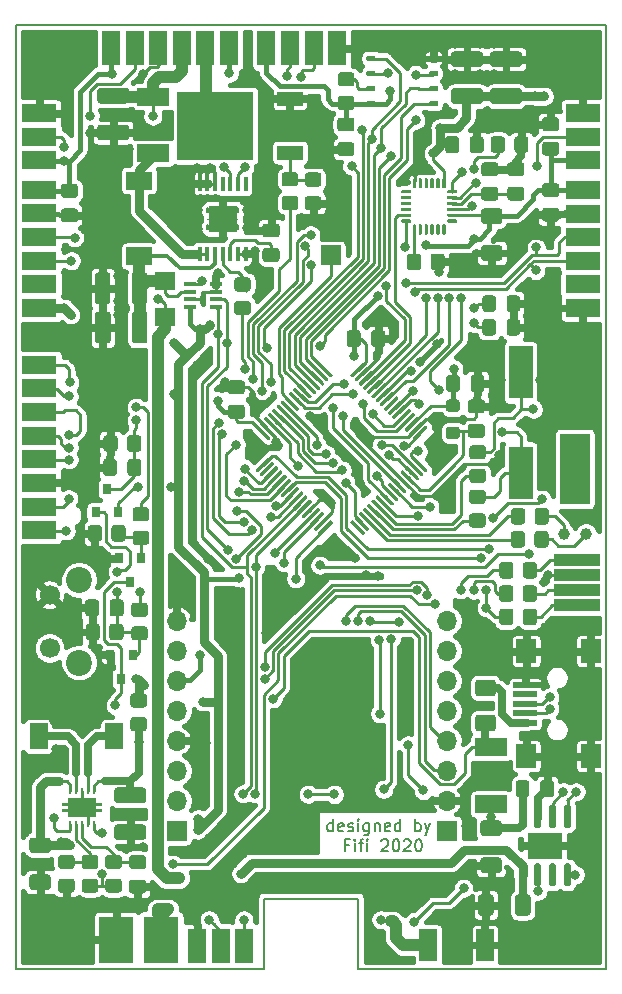
<source format=gbr>
G04 #@! TF.GenerationSoftware,KiCad,Pcbnew,(5.1.8)-1*
G04 #@! TF.CreationDate,2020-12-29T10:05:06+01:00*
G04 #@! TF.ProjectId,TinXsat,54696e58-7361-4742-9e6b-696361645f70,rev?*
G04 #@! TF.SameCoordinates,Original*
G04 #@! TF.FileFunction,Copper,L1,Top*
G04 #@! TF.FilePolarity,Positive*
%FSLAX46Y46*%
G04 Gerber Fmt 4.6, Leading zero omitted, Abs format (unit mm)*
G04 Created by KiCad (PCBNEW (5.1.8)-1) date 2020-12-29 10:05:06*
%MOMM*%
%LPD*%
G01*
G04 APERTURE LIST*
G04 #@! TA.AperFunction,NonConductor*
%ADD10C,0.200000*%
G04 #@! TD*
G04 #@! TA.AperFunction,Profile*
%ADD11C,0.150000*%
G04 #@! TD*
G04 #@! TA.AperFunction,EtchedComponent*
%ADD12C,0.152400*%
G04 #@! TD*
G04 #@! TA.AperFunction,ComponentPad*
%ADD13O,1.700000X1.700000*%
G04 #@! TD*
G04 #@! TA.AperFunction,ComponentPad*
%ADD14R,1.700000X1.700000*%
G04 #@! TD*
G04 #@! TA.AperFunction,SMDPad,CuDef*
%ADD15R,3.000000X1.600000*%
G04 #@! TD*
G04 #@! TA.AperFunction,SMDPad,CuDef*
%ADD16R,1.600000X3.000000*%
G04 #@! TD*
G04 #@! TA.AperFunction,SMDPad,CuDef*
%ADD17R,4.000000X1.070000*%
G04 #@! TD*
G04 #@! TA.AperFunction,SMDPad,CuDef*
%ADD18R,3.000000X4.000000*%
G04 #@! TD*
G04 #@! TA.AperFunction,SMDPad,CuDef*
%ADD19R,1.700000X2.000000*%
G04 #@! TD*
G04 #@! TA.AperFunction,SMDPad,CuDef*
%ADD20R,2.000000X0.500000*%
G04 #@! TD*
G04 #@! TA.AperFunction,SMDPad,CuDef*
%ADD21R,2.460000X2.310000*%
G04 #@! TD*
G04 #@! TA.AperFunction,SMDPad,CuDef*
%ADD22R,0.304800X1.270000*%
G04 #@! TD*
G04 #@! TA.AperFunction,SMDPad,CuDef*
%ADD23R,1.060000X0.400000*%
G04 #@! TD*
G04 #@! TA.AperFunction,SMDPad,CuDef*
%ADD24R,2.000000X4.500000*%
G04 #@! TD*
G04 #@! TA.AperFunction,SMDPad,CuDef*
%ADD25R,3.000000X2.290000*%
G04 #@! TD*
G04 #@! TA.AperFunction,ComponentPad*
%ADD26C,1.700000*%
G04 #@! TD*
G04 #@! TA.AperFunction,ComponentPad*
%ADD27C,2.200000*%
G04 #@! TD*
G04 #@! TA.AperFunction,SMDPad,CuDef*
%ADD28R,2.500000X6.000000*%
G04 #@! TD*
G04 #@! TA.AperFunction,ComponentPad*
%ADD29C,1.000000*%
G04 #@! TD*
G04 #@! TA.AperFunction,ComponentPad*
%ADD30C,0.500000*%
G04 #@! TD*
G04 #@! TA.AperFunction,SMDPad,CuDef*
%ADD31C,0.150000*%
G04 #@! TD*
G04 #@! TA.AperFunction,SMDPad,CuDef*
%ADD32R,0.240000X0.600000*%
G04 #@! TD*
G04 #@! TA.AperFunction,SMDPad,CuDef*
%ADD33R,1.800000X1.500000*%
G04 #@! TD*
G04 #@! TA.AperFunction,SMDPad,CuDef*
%ADD34R,6.400000X5.800000*%
G04 #@! TD*
G04 #@! TA.AperFunction,SMDPad,CuDef*
%ADD35R,2.200000X1.200000*%
G04 #@! TD*
G04 #@! TA.AperFunction,SMDPad,CuDef*
%ADD36R,0.800000X0.900000*%
G04 #@! TD*
G04 #@! TA.AperFunction,SMDPad,CuDef*
%ADD37R,1.500000X2.200000*%
G04 #@! TD*
G04 #@! TA.AperFunction,SMDPad,CuDef*
%ADD38R,2.200000X1.500000*%
G04 #@! TD*
G04 #@! TA.AperFunction,SMDPad,CuDef*
%ADD39R,1.500000X2.700000*%
G04 #@! TD*
G04 #@! TA.AperFunction,SMDPad,CuDef*
%ADD40R,2.700000X1.500000*%
G04 #@! TD*
G04 #@! TA.AperFunction,ViaPad*
%ADD41C,0.800000*%
G04 #@! TD*
G04 #@! TA.AperFunction,ViaPad*
%ADD42C,5.000000*%
G04 #@! TD*
G04 #@! TA.AperFunction,Conductor*
%ADD43C,0.250000*%
G04 #@! TD*
G04 #@! TA.AperFunction,Conductor*
%ADD44C,0.457200*%
G04 #@! TD*
G04 #@! TA.AperFunction,Conductor*
%ADD45C,0.635000*%
G04 #@! TD*
G04 #@! TA.AperFunction,Conductor*
%ADD46C,0.304800*%
G04 #@! TD*
G04 #@! TA.AperFunction,Conductor*
%ADD47C,0.762000*%
G04 #@! TD*
G04 #@! TA.AperFunction,Conductor*
%ADD48C,1.016000*%
G04 #@! TD*
G04 #@! TA.AperFunction,Conductor*
%ADD49C,0.450000*%
G04 #@! TD*
G04 #@! TA.AperFunction,Conductor*
%ADD50C,0.150000*%
G04 #@! TD*
G04 APERTURE END LIST*
D10*
X76864104Y-118296580D02*
X76864104Y-117296580D01*
X76864104Y-118248961D02*
X76768866Y-118296580D01*
X76578390Y-118296580D01*
X76483152Y-118248961D01*
X76435533Y-118201342D01*
X76387914Y-118106104D01*
X76387914Y-117820390D01*
X76435533Y-117725152D01*
X76483152Y-117677533D01*
X76578390Y-117629914D01*
X76768866Y-117629914D01*
X76864104Y-117677533D01*
X77721247Y-118248961D02*
X77626009Y-118296580D01*
X77435533Y-118296580D01*
X77340295Y-118248961D01*
X77292676Y-118153723D01*
X77292676Y-117772771D01*
X77340295Y-117677533D01*
X77435533Y-117629914D01*
X77626009Y-117629914D01*
X77721247Y-117677533D01*
X77768866Y-117772771D01*
X77768866Y-117868009D01*
X77292676Y-117963247D01*
X78149819Y-118248961D02*
X78245057Y-118296580D01*
X78435533Y-118296580D01*
X78530771Y-118248961D01*
X78578390Y-118153723D01*
X78578390Y-118106104D01*
X78530771Y-118010866D01*
X78435533Y-117963247D01*
X78292676Y-117963247D01*
X78197438Y-117915628D01*
X78149819Y-117820390D01*
X78149819Y-117772771D01*
X78197438Y-117677533D01*
X78292676Y-117629914D01*
X78435533Y-117629914D01*
X78530771Y-117677533D01*
X79006961Y-118296580D02*
X79006961Y-117629914D01*
X79006961Y-117296580D02*
X78959342Y-117344200D01*
X79006961Y-117391819D01*
X79054580Y-117344200D01*
X79006961Y-117296580D01*
X79006961Y-117391819D01*
X79911723Y-117629914D02*
X79911723Y-118439438D01*
X79864104Y-118534676D01*
X79816485Y-118582295D01*
X79721247Y-118629914D01*
X79578390Y-118629914D01*
X79483152Y-118582295D01*
X79911723Y-118248961D02*
X79816485Y-118296580D01*
X79626009Y-118296580D01*
X79530771Y-118248961D01*
X79483152Y-118201342D01*
X79435533Y-118106104D01*
X79435533Y-117820390D01*
X79483152Y-117725152D01*
X79530771Y-117677533D01*
X79626009Y-117629914D01*
X79816485Y-117629914D01*
X79911723Y-117677533D01*
X80387914Y-117629914D02*
X80387914Y-118296580D01*
X80387914Y-117725152D02*
X80435533Y-117677533D01*
X80530771Y-117629914D01*
X80673628Y-117629914D01*
X80768866Y-117677533D01*
X80816485Y-117772771D01*
X80816485Y-118296580D01*
X81673628Y-118248961D02*
X81578390Y-118296580D01*
X81387914Y-118296580D01*
X81292676Y-118248961D01*
X81245057Y-118153723D01*
X81245057Y-117772771D01*
X81292676Y-117677533D01*
X81387914Y-117629914D01*
X81578390Y-117629914D01*
X81673628Y-117677533D01*
X81721247Y-117772771D01*
X81721247Y-117868009D01*
X81245057Y-117963247D01*
X82578390Y-118296580D02*
X82578390Y-117296580D01*
X82578390Y-118248961D02*
X82483152Y-118296580D01*
X82292676Y-118296580D01*
X82197438Y-118248961D01*
X82149819Y-118201342D01*
X82102200Y-118106104D01*
X82102200Y-117820390D01*
X82149819Y-117725152D01*
X82197438Y-117677533D01*
X82292676Y-117629914D01*
X82483152Y-117629914D01*
X82578390Y-117677533D01*
X83816485Y-118296580D02*
X83816485Y-117296580D01*
X83816485Y-117677533D02*
X83911723Y-117629914D01*
X84102200Y-117629914D01*
X84197438Y-117677533D01*
X84245057Y-117725152D01*
X84292676Y-117820390D01*
X84292676Y-118106104D01*
X84245057Y-118201342D01*
X84197438Y-118248961D01*
X84102200Y-118296580D01*
X83911723Y-118296580D01*
X83816485Y-118248961D01*
X84626009Y-117629914D02*
X84864104Y-118296580D01*
X85102200Y-117629914D02*
X84864104Y-118296580D01*
X84768866Y-118534676D01*
X84721247Y-118582295D01*
X84626009Y-118629914D01*
X78197438Y-119472771D02*
X77864104Y-119472771D01*
X77864104Y-119996580D02*
X77864104Y-118996580D01*
X78340295Y-118996580D01*
X78721247Y-119996580D02*
X78721247Y-119329914D01*
X78721247Y-118996580D02*
X78673628Y-119044200D01*
X78721247Y-119091819D01*
X78768866Y-119044200D01*
X78721247Y-118996580D01*
X78721247Y-119091819D01*
X79054580Y-119329914D02*
X79435533Y-119329914D01*
X79197438Y-119996580D02*
X79197438Y-119139438D01*
X79245057Y-119044200D01*
X79340295Y-118996580D01*
X79435533Y-118996580D01*
X79768866Y-119996580D02*
X79768866Y-119329914D01*
X79768866Y-118996580D02*
X79721247Y-119044200D01*
X79768866Y-119091819D01*
X79816485Y-119044200D01*
X79768866Y-118996580D01*
X79768866Y-119091819D01*
X80959342Y-119091819D02*
X81006961Y-119044200D01*
X81102200Y-118996580D01*
X81340295Y-118996580D01*
X81435533Y-119044200D01*
X81483152Y-119091819D01*
X81530771Y-119187057D01*
X81530771Y-119282295D01*
X81483152Y-119425152D01*
X80911723Y-119996580D01*
X81530771Y-119996580D01*
X82149819Y-118996580D02*
X82245057Y-118996580D01*
X82340295Y-119044200D01*
X82387914Y-119091819D01*
X82435533Y-119187057D01*
X82483152Y-119377533D01*
X82483152Y-119615628D01*
X82435533Y-119806104D01*
X82387914Y-119901342D01*
X82340295Y-119948961D01*
X82245057Y-119996580D01*
X82149819Y-119996580D01*
X82054580Y-119948961D01*
X82006961Y-119901342D01*
X81959342Y-119806104D01*
X81911723Y-119615628D01*
X81911723Y-119377533D01*
X81959342Y-119187057D01*
X82006961Y-119091819D01*
X82054580Y-119044200D01*
X82149819Y-118996580D01*
X82864104Y-119091819D02*
X82911723Y-119044200D01*
X83006961Y-118996580D01*
X83245057Y-118996580D01*
X83340295Y-119044200D01*
X83387914Y-119091819D01*
X83435533Y-119187057D01*
X83435533Y-119282295D01*
X83387914Y-119425152D01*
X82816485Y-119996580D01*
X83435533Y-119996580D01*
X84054580Y-118996580D02*
X84149819Y-118996580D01*
X84245057Y-119044200D01*
X84292676Y-119091819D01*
X84340295Y-119187057D01*
X84387914Y-119377533D01*
X84387914Y-119615628D01*
X84340295Y-119806104D01*
X84292676Y-119901342D01*
X84245057Y-119948961D01*
X84149819Y-119996580D01*
X84054580Y-119996580D01*
X83959342Y-119948961D01*
X83911723Y-119901342D01*
X83864104Y-119806104D01*
X83816485Y-119615628D01*
X83816485Y-119377533D01*
X83864104Y-119187057D01*
X83911723Y-119091819D01*
X83959342Y-119044200D01*
X84054580Y-118996580D01*
D11*
X79000000Y-124000000D02*
X71000000Y-124000000D01*
X79000000Y-130000000D02*
X79000000Y-124000000D01*
X71000000Y-130000000D02*
X71000000Y-124000000D01*
X100000000Y-130000000D02*
X79000000Y-130000000D01*
X71000000Y-130000000D02*
X50000000Y-130000000D01*
X50000000Y-130000000D02*
X50000000Y-50000000D01*
X100000000Y-50000000D02*
X100000000Y-130000000D01*
X50000000Y-50000000D02*
X100000000Y-50000000D01*
D12*
G04 #@! TO.C,U10*
X66297500Y-66450000D02*
X66297500Y-66450000D01*
X66297500Y-66450000D02*
X66297500Y-66450000D01*
X66297500Y-66450000D02*
X66297500Y-66450000D01*
X66297500Y-66450000D02*
X66297500Y-66450000D01*
X66297500Y-66450000D02*
X66297500Y-66450000D01*
X66297500Y-66450000D02*
X66297500Y-66450000D01*
X66297500Y-66450000D02*
X66297500Y-66450000D01*
X66297500Y-66450000D02*
X66297500Y-66450000D01*
X68757500Y-66450000D02*
X68757500Y-66450000D01*
X68757500Y-66450000D02*
X68757500Y-66450000D01*
X68757500Y-66450000D02*
X68757500Y-66450000D01*
X68757500Y-66450000D02*
X68757500Y-66450000D01*
X68757500Y-66450000D02*
X68757500Y-66450000D01*
X68757500Y-66450000D02*
X68757500Y-66450000D01*
X68757500Y-66450000D02*
X68757500Y-66450000D01*
X68757500Y-66450000D02*
X68757500Y-66450000D01*
X66297500Y-65900000D02*
X66197500Y-65900000D01*
X66197500Y-65900000D02*
X66197500Y-65550000D01*
X66197500Y-65550000D02*
X66297500Y-65550000D01*
X66297500Y-65550000D02*
X66297500Y-65900000D01*
X66297500Y-67000000D02*
X66197500Y-67000000D01*
X66197500Y-67000000D02*
X66197500Y-67350000D01*
X66197500Y-67350000D02*
X66297500Y-67350000D01*
X66297500Y-67350000D02*
X66297500Y-67000000D01*
X68757500Y-67000000D02*
X68857500Y-67000000D01*
X68857500Y-67000000D02*
X68857500Y-67350000D01*
X68857500Y-67350000D02*
X68757500Y-67350000D01*
X68757500Y-67350000D02*
X68757500Y-67000000D01*
X68757500Y-65900000D02*
X68857500Y-65900000D01*
X68857500Y-65900000D02*
X68857500Y-65550000D01*
X68857500Y-65550000D02*
X68757500Y-65550000D01*
X68757500Y-65550000D02*
X68757500Y-65900000D01*
G04 #@! TD*
G04 #@! TO.P,U2,8*
G04 #@! TO.N,+3V3*
G04 #@! TA.AperFunction,SMDPad,CuDef*
G36*
G01*
X80452500Y-56560000D02*
X80452500Y-56810000D01*
G75*
G02*
X80327500Y-56935000I-125000J0D01*
G01*
X79802500Y-56935000D01*
G75*
G02*
X79677500Y-56810000I0J125000D01*
G01*
X79677500Y-56560000D01*
G75*
G02*
X79802500Y-56435000I125000J0D01*
G01*
X80327500Y-56435000D01*
G75*
G02*
X80452500Y-56560000I0J-125000D01*
G01*
G37*
G04 #@! TD.AperFunction*
G04 #@! TO.P,U2,7*
G04 #@! TO.N,Net-(R15-Pad2)*
G04 #@! TA.AperFunction,SMDPad,CuDef*
G36*
G01*
X80452500Y-55290000D02*
X80452500Y-55540000D01*
G75*
G02*
X80327500Y-55665000I-125000J0D01*
G01*
X79802500Y-55665000D01*
G75*
G02*
X79677500Y-55540000I0J125000D01*
G01*
X79677500Y-55290000D01*
G75*
G02*
X79802500Y-55165000I125000J0D01*
G01*
X80327500Y-55165000D01*
G75*
G02*
X80452500Y-55290000I0J-125000D01*
G01*
G37*
G04 #@! TD.AperFunction*
G04 #@! TO.P,U2,6*
G04 #@! TO.N,SPI_SCK*
G04 #@! TA.AperFunction,SMDPad,CuDef*
G36*
G01*
X80452500Y-54020000D02*
X80452500Y-54270000D01*
G75*
G02*
X80327500Y-54395000I-125000J0D01*
G01*
X79802500Y-54395000D01*
G75*
G02*
X79677500Y-54270000I0J125000D01*
G01*
X79677500Y-54020000D01*
G75*
G02*
X79802500Y-53895000I125000J0D01*
G01*
X80327500Y-53895000D01*
G75*
G02*
X80452500Y-54020000I0J-125000D01*
G01*
G37*
G04 #@! TD.AperFunction*
G04 #@! TO.P,U2,5*
G04 #@! TO.N,SPI_MOSI*
G04 #@! TA.AperFunction,SMDPad,CuDef*
G36*
G01*
X80452500Y-52750000D02*
X80452500Y-53000000D01*
G75*
G02*
X80327500Y-53125000I-125000J0D01*
G01*
X79802500Y-53125000D01*
G75*
G02*
X79677500Y-53000000I0J125000D01*
G01*
X79677500Y-52750000D01*
G75*
G02*
X79802500Y-52625000I125000J0D01*
G01*
X80327500Y-52625000D01*
G75*
G02*
X80452500Y-52750000I0J-125000D01*
G01*
G37*
G04 #@! TD.AperFunction*
G04 #@! TO.P,U2,4*
G04 #@! TO.N,GND*
G04 #@! TA.AperFunction,SMDPad,CuDef*
G36*
G01*
X85777500Y-52750000D02*
X85777500Y-53000000D01*
G75*
G02*
X85652500Y-53125000I-125000J0D01*
G01*
X85127500Y-53125000D01*
G75*
G02*
X85002500Y-53000000I0J125000D01*
G01*
X85002500Y-52750000D01*
G75*
G02*
X85127500Y-52625000I125000J0D01*
G01*
X85652500Y-52625000D01*
G75*
G02*
X85777500Y-52750000I0J-125000D01*
G01*
G37*
G04 #@! TD.AperFunction*
G04 #@! TO.P,U2,3*
G04 #@! TO.N,FLASH_WP*
G04 #@! TA.AperFunction,SMDPad,CuDef*
G36*
G01*
X85777500Y-54020000D02*
X85777500Y-54270000D01*
G75*
G02*
X85652500Y-54395000I-125000J0D01*
G01*
X85127500Y-54395000D01*
G75*
G02*
X85002500Y-54270000I0J125000D01*
G01*
X85002500Y-54020000D01*
G75*
G02*
X85127500Y-53895000I125000J0D01*
G01*
X85652500Y-53895000D01*
G75*
G02*
X85777500Y-54020000I0J-125000D01*
G01*
G37*
G04 #@! TD.AperFunction*
G04 #@! TO.P,U2,2*
G04 #@! TO.N,SPI_MISO*
G04 #@! TA.AperFunction,SMDPad,CuDef*
G36*
G01*
X85777500Y-55290000D02*
X85777500Y-55540000D01*
G75*
G02*
X85652500Y-55665000I-125000J0D01*
G01*
X85127500Y-55665000D01*
G75*
G02*
X85002500Y-55540000I0J125000D01*
G01*
X85002500Y-55290000D01*
G75*
G02*
X85127500Y-55165000I125000J0D01*
G01*
X85652500Y-55165000D01*
G75*
G02*
X85777500Y-55290000I0J-125000D01*
G01*
G37*
G04 #@! TD.AperFunction*
G04 #@! TO.P,U2,1*
G04 #@! TO.N,FLASH_CS*
G04 #@! TA.AperFunction,SMDPad,CuDef*
G36*
G01*
X85777500Y-56560000D02*
X85777500Y-56810000D01*
G75*
G02*
X85652500Y-56935000I-125000J0D01*
G01*
X85127500Y-56935000D01*
G75*
G02*
X85002500Y-56810000I0J125000D01*
G01*
X85002500Y-56560000D01*
G75*
G02*
X85127500Y-56435000I125000J0D01*
G01*
X85652500Y-56435000D01*
G75*
G02*
X85777500Y-56560000I0J-125000D01*
G01*
G37*
G04 #@! TD.AperFunction*
G04 #@! TD*
G04 #@! TO.P,R15,2*
G04 #@! TO.N,Net-(R15-Pad2)*
G04 #@! TA.AperFunction,SMDPad,CuDef*
G36*
G01*
X78428001Y-55242000D02*
X77527999Y-55242000D01*
G75*
G02*
X77278000Y-54992001I0J249999D01*
G01*
X77278000Y-54291999D01*
G75*
G02*
X77527999Y-54042000I249999J0D01*
G01*
X78428001Y-54042000D01*
G75*
G02*
X78678000Y-54291999I0J-249999D01*
G01*
X78678000Y-54992001D01*
G75*
G02*
X78428001Y-55242000I-249999J0D01*
G01*
G37*
G04 #@! TD.AperFunction*
G04 #@! TO.P,R15,1*
G04 #@! TO.N,+3V3*
G04 #@! TA.AperFunction,SMDPad,CuDef*
G36*
G01*
X78428001Y-57242000D02*
X77527999Y-57242000D01*
G75*
G02*
X77278000Y-56992001I0J249999D01*
G01*
X77278000Y-56291999D01*
G75*
G02*
X77527999Y-56042000I249999J0D01*
G01*
X78428001Y-56042000D01*
G75*
G02*
X78678000Y-56291999I0J-249999D01*
G01*
X78678000Y-56992001D01*
G75*
G02*
X78428001Y-57242000I-249999J0D01*
G01*
G37*
G04 #@! TD.AperFunction*
G04 #@! TD*
D13*
G04 #@! TO.P,U6,15*
G04 #@! TO.N,Net-(U6-Pad15)*
X63640000Y-115710000D03*
G04 #@! TO.P,U6,14*
G04 #@! TO.N,Net-(J2-Pad1)*
X63640000Y-113170000D03*
G04 #@! TO.P,U6,12*
G04 #@! TO.N,Net-(U6-Pad12)*
X63640000Y-108090000D03*
D14*
G04 #@! TO.P,U6,16*
G04 #@! TO.N,+3V3*
X63640000Y-118250000D03*
D13*
G04 #@! TO.P,U6,9*
G04 #@! TO.N,GND*
X63640000Y-100470000D03*
G04 #@! TO.P,U6,11*
G04 #@! TO.N,ESP-RX*
X63640000Y-105550000D03*
G04 #@! TO.P,U6,10*
G04 #@! TO.N,ESP-TX*
X63640000Y-103010000D03*
G04 #@! TO.P,U6,13*
G04 #@! TO.N,GND*
X63640000Y-110630000D03*
G04 #@! TO.P,U6,8*
G04 #@! TO.N,Net-(U6-Pad8)*
X86500000Y-100470000D03*
G04 #@! TO.P,U6,7*
G04 #@! TO.N,Net-(U6-Pad7)*
X86500000Y-103010000D03*
G04 #@! TO.P,U6,6*
G04 #@! TO.N,Net-(U6-Pad6)*
X86500000Y-105550000D03*
G04 #@! TO.P,U6,5*
G04 #@! TO.N,Net-(R31-Pad2)*
X86500000Y-108090000D03*
G04 #@! TO.P,U6,4*
G04 #@! TO.N,CAM-STROBE*
X86500000Y-110630000D03*
G04 #@! TO.P,U6,3*
G04 #@! TO.N,CAM-BSY*
X86500000Y-113170000D03*
G04 #@! TO.P,U6,2*
G04 #@! TO.N,GND*
X86500000Y-115710000D03*
D14*
G04 #@! TO.P,U6,1*
G04 #@! TO.N,Net-(U6-Pad1)*
X86500000Y-118250000D03*
G04 #@! TD*
D15*
G04 #@! TO.P,J7,8*
G04 #@! TO.N,Net-(J7-Pad8)*
X51993800Y-92811600D03*
G04 #@! TO.P,J7,7*
G04 #@! TO.N,Net-(J7-Pad7)*
X51993800Y-90811600D03*
G04 #@! TO.P,J7,6*
G04 #@! TO.N,GND*
X51993800Y-88811600D03*
G04 #@! TO.P,J7,5*
G04 #@! TO.N,Net-(J7-Pad5)*
X51993800Y-86811600D03*
G04 #@! TO.P,J7,4*
G04 #@! TO.N,Net-(J7-Pad4)*
X51993800Y-84811600D03*
G04 #@! TO.P,J7,3*
G04 #@! TO.N,Net-(J7-Pad3)*
X51993800Y-82811600D03*
G04 #@! TO.P,J7,2*
G04 #@! TO.N,Net-(J7-Pad2)*
X51993800Y-80811600D03*
G04 #@! TO.P,J7,1*
G04 #@! TO.N,Net-(J7-Pad1)*
X51993800Y-78811600D03*
G04 #@! TD*
D16*
G04 #@! TO.P,J3,6*
G04 #@! TO.N,Net-(J3-Pad6)*
X68064400Y-51993800D03*
G04 #@! TO.P,J3,5*
G04 #@! TO.N,Net-(J3-Pad5)*
X66064400Y-51993800D03*
G04 #@! TO.P,J3,4*
G04 #@! TO.N,+VSW*
X64064400Y-51993800D03*
G04 #@! TO.P,J3,3*
G04 #@! TO.N,GND*
X62064400Y-51993800D03*
G04 #@! TO.P,J3,2*
G04 #@! TO.N,LED_TEMP*
X60064400Y-51993800D03*
G04 #@! TO.P,J3,1*
G04 #@! TO.N,+3V3*
X58064400Y-51993800D03*
G04 #@! TD*
D15*
G04 #@! TO.P,J6,6*
G04 #@! TO.N,+3V3*
X51993800Y-73990200D03*
G04 #@! TO.P,J6,5*
G04 #@! TO.N,Net-(J6-Pad5)*
X51993800Y-71990200D03*
G04 #@! TO.P,J6,4*
G04 #@! TO.N,SYSTEM_SDA*
X51993800Y-69990200D03*
G04 #@! TO.P,J6,3*
G04 #@! TO.N,SYSTEM_SCL*
X51993800Y-67990200D03*
G04 #@! TO.P,J6,2*
G04 #@! TO.N,GND*
X51993800Y-65990200D03*
G04 #@! TO.P,J6,1*
G04 #@! TO.N,+3V3*
X51993800Y-63990200D03*
G04 #@! TD*
G04 #@! TO.P,J5,6*
G04 #@! TO.N,GND*
X98018600Y-74000000D03*
G04 #@! TO.P,J5,5*
G04 #@! TO.N,Net-(J5-Pad5)*
X98018600Y-72000000D03*
G04 #@! TO.P,J5,4*
G04 #@! TO.N,SYSTEM_SDA*
X98018600Y-70000000D03*
G04 #@! TO.P,J5,3*
G04 #@! TO.N,SYSTEM_SCL*
X98018600Y-68000000D03*
G04 #@! TO.P,J5,2*
G04 #@! TO.N,GND*
X98018600Y-66000000D03*
G04 #@! TO.P,J5,1*
G04 #@! TO.N,+3V3*
X98018600Y-64000000D03*
G04 #@! TD*
G04 #@! TO.P,U14,3*
G04 #@! TO.N,GND*
X51993800Y-57493400D03*
G04 #@! TO.P,U14,2*
G04 #@! TO.N,ETEMP_2*
X51993800Y-59493400D03*
G04 #@! TO.P,U14,1*
G04 #@! TO.N,+3V3*
X51993800Y-61493400D03*
G04 #@! TD*
D16*
G04 #@! TO.P,U13,3*
G04 #@! TO.N,GND*
X65367400Y-127990600D03*
G04 #@! TO.P,U13,2*
G04 #@! TO.N,BAT_TEMP*
X67367400Y-127990600D03*
G04 #@! TO.P,U13,1*
G04 #@! TO.N,+3V3*
X69367400Y-127990600D03*
G04 #@! TD*
D15*
G04 #@! TO.P,U12,3*
G04 #@! TO.N,GND*
X98018600Y-57480200D03*
G04 #@! TO.P,U12,2*
G04 #@! TO.N,ETEMP_1*
X98018600Y-59480200D03*
G04 #@! TO.P,U12,1*
G04 #@! TO.N,+3V3*
X98018600Y-61480200D03*
G04 #@! TD*
D16*
G04 #@! TO.P,J8,4*
G04 #@! TO.N,GND*
X77230000Y-51993800D03*
G04 #@! TO.P,J8,3*
G04 #@! TO.N,GPS_RX*
X75230000Y-51993800D03*
G04 #@! TO.P,J8,2*
G04 #@! TO.N,GPS_TX*
X73230000Y-51993800D03*
G04 #@! TO.P,J8,1*
G04 #@! TO.N,+3V3*
X71230000Y-51993800D03*
G04 #@! TD*
D17*
G04 #@! TO.P,D4,4*
G04 #@! TO.N,Net-(D4-Pad4)*
X97485200Y-95351600D03*
G04 #@! TO.P,D4,3*
G04 #@! TO.N,GND*
X97485200Y-96621600D03*
G04 #@! TO.P,D4,2*
G04 #@! TO.N,Net-(D4-Pad2)*
X97485200Y-97891600D03*
G04 #@! TO.P,D4,1*
G04 #@! TO.N,Net-(D4-Pad1)*
X97485200Y-99161600D03*
G04 #@! TD*
D18*
G04 #@! TO.P,BT2,2*
G04 #@! TO.N,GND*
X58496200Y-127482600D03*
G04 #@! TO.P,BT2,1*
G04 #@! TO.N,Net-(BT2-Pad1)*
X62306200Y-127482600D03*
G04 #@! TD*
G04 #@! TO.P,C41,2*
G04 #@! TO.N,+3V3*
G04 #@! TA.AperFunction,SMDPad,CuDef*
G36*
G01*
X79205000Y-76112500D02*
X79205000Y-77062500D01*
G75*
G02*
X78955000Y-77312500I-250000J0D01*
G01*
X78280000Y-77312500D01*
G75*
G02*
X78030000Y-77062500I0J250000D01*
G01*
X78030000Y-76112500D01*
G75*
G02*
X78280000Y-75862500I250000J0D01*
G01*
X78955000Y-75862500D01*
G75*
G02*
X79205000Y-76112500I0J-250000D01*
G01*
G37*
G04 #@! TD.AperFunction*
G04 #@! TO.P,C41,1*
G04 #@! TO.N,GND*
G04 #@! TA.AperFunction,SMDPad,CuDef*
G36*
G01*
X81280000Y-76112500D02*
X81280000Y-77062500D01*
G75*
G02*
X81030000Y-77312500I-250000J0D01*
G01*
X80355000Y-77312500D01*
G75*
G02*
X80105000Y-77062500I0J250000D01*
G01*
X80105000Y-76112500D01*
G75*
G02*
X80355000Y-75862500I250000J0D01*
G01*
X81030000Y-75862500D01*
G75*
G02*
X81280000Y-76112500I0J-250000D01*
G01*
G37*
G04 #@! TD.AperFunction*
G04 #@! TD*
G04 #@! TO.P,C12,2*
G04 #@! TO.N,GND*
G04 #@! TA.AperFunction,SMDPad,CuDef*
G36*
G01*
X57055000Y-98917500D02*
X57055000Y-99867500D01*
G75*
G02*
X56805000Y-100117500I-250000J0D01*
G01*
X56130000Y-100117500D01*
G75*
G02*
X55880000Y-99867500I0J250000D01*
G01*
X55880000Y-98917500D01*
G75*
G02*
X56130000Y-98667500I250000J0D01*
G01*
X56805000Y-98667500D01*
G75*
G02*
X57055000Y-98917500I0J-250000D01*
G01*
G37*
G04 #@! TD.AperFunction*
G04 #@! TO.P,C12,1*
G04 #@! TO.N,VBUS_ADC*
G04 #@! TA.AperFunction,SMDPad,CuDef*
G36*
G01*
X59130000Y-98917500D02*
X59130000Y-99867500D01*
G75*
G02*
X58880000Y-100117500I-250000J0D01*
G01*
X58205000Y-100117500D01*
G75*
G02*
X57955000Y-99867500I0J250000D01*
G01*
X57955000Y-98917500D01*
G75*
G02*
X58205000Y-98667500I250000J0D01*
G01*
X58880000Y-98667500D01*
G75*
G02*
X59130000Y-98917500I0J-250000D01*
G01*
G37*
G04 #@! TD.AperFunction*
G04 #@! TD*
G04 #@! TO.P,R5,2*
G04 #@! TO.N,PWR_BUTTON*
G04 #@! TA.AperFunction,SMDPad,CuDef*
G36*
G01*
X59432500Y-85920001D02*
X59432500Y-85019999D01*
G75*
G02*
X59682499Y-84770000I249999J0D01*
G01*
X60382501Y-84770000D01*
G75*
G02*
X60632500Y-85019999I0J-249999D01*
G01*
X60632500Y-85920001D01*
G75*
G02*
X60382501Y-86170000I-249999J0D01*
G01*
X59682499Y-86170000D01*
G75*
G02*
X59432500Y-85920001I0J249999D01*
G01*
G37*
G04 #@! TD.AperFunction*
G04 #@! TO.P,R5,1*
G04 #@! TO.N,GND*
G04 #@! TA.AperFunction,SMDPad,CuDef*
G36*
G01*
X57432500Y-85920001D02*
X57432500Y-85019999D01*
G75*
G02*
X57682499Y-84770000I249999J0D01*
G01*
X58382501Y-84770000D01*
G75*
G02*
X58632500Y-85019999I0J-249999D01*
G01*
X58632500Y-85920001D01*
G75*
G02*
X58382501Y-86170000I-249999J0D01*
G01*
X57682499Y-86170000D01*
G75*
G02*
X57432500Y-85920001I0J249999D01*
G01*
G37*
G04 #@! TD.AperFunction*
G04 #@! TD*
G04 #@! TO.P,C5,2*
G04 #@! TO.N,GND*
G04 #@! TA.AperFunction,SMDPad,CuDef*
G36*
G01*
X58027500Y-74549997D02*
X58027500Y-76750003D01*
G75*
G02*
X57777503Y-77000000I-249997J0D01*
G01*
X56952497Y-77000000D01*
G75*
G02*
X56702500Y-76750003I0J249997D01*
G01*
X56702500Y-74549997D01*
G75*
G02*
X56952497Y-74300000I249997J0D01*
G01*
X57777503Y-74300000D01*
G75*
G02*
X58027500Y-74549997I0J-249997D01*
G01*
G37*
G04 #@! TD.AperFunction*
G04 #@! TO.P,C5,1*
G04 #@! TO.N,Net-(C23-Pad1)*
G04 #@! TA.AperFunction,SMDPad,CuDef*
G36*
G01*
X61152500Y-74549997D02*
X61152500Y-76750003D01*
G75*
G02*
X60902503Y-77000000I-249997J0D01*
G01*
X60077497Y-77000000D01*
G75*
G02*
X59827500Y-76750003I0J249997D01*
G01*
X59827500Y-74549997D01*
G75*
G02*
X60077497Y-74300000I249997J0D01*
G01*
X60902503Y-74300000D01*
G75*
G02*
X61152500Y-74549997I0J-249997D01*
G01*
G37*
G04 #@! TD.AperFunction*
G04 #@! TD*
D19*
G04 #@! TO.P,J1,6*
G04 #@! TO.N,GND*
X98679000Y-103047800D03*
X93229000Y-103047800D03*
X98679000Y-111947800D03*
X93229000Y-111947800D03*
D20*
G04 #@! TO.P,J1,5*
X93129000Y-105897800D03*
G04 #@! TO.P,J1,4*
G04 #@! TO.N,Net-(J1-Pad4)*
X93129000Y-106697800D03*
G04 #@! TO.P,J1,3*
G04 #@! TO.N,Net-(J1-Pad3)*
X93129000Y-107497800D03*
G04 #@! TO.P,J1,2*
G04 #@! TO.N,Net-(J1-Pad2)*
X93129000Y-108297800D03*
G04 #@! TO.P,J1,1*
G04 #@! TO.N,Net-(F1-Pad2)*
X93129000Y-109097800D03*
G04 #@! TD*
D21*
G04 #@! TO.P,U10,15*
G04 #@! TO.N,GND*
X67527500Y-66450000D03*
D22*
G04 #@! TO.P,U10,14*
X65577466Y-63478200D03*
G04 #@! TO.P,U10,13*
X66227477Y-63478200D03*
G04 #@! TO.P,U10,12*
X66877489Y-63478200D03*
G04 #@! TO.P,U10,11*
G04 #@! TO.N,Net-(U10-Pad11)*
X67527500Y-63478200D03*
G04 #@! TO.P,U10,10*
G04 #@! TO.N,Net-(R46-Pad2)*
X68177511Y-63478200D03*
G04 #@! TO.P,U10,9*
G04 #@! TO.N,Net-(R42-Pad1)*
X68827523Y-63478200D03*
G04 #@! TO.P,U10,8*
G04 #@! TO.N,Net-(U10-Pad8)*
X69477534Y-63478200D03*
G04 #@! TO.P,U10,7*
G04 #@! TO.N,GND*
X69477534Y-69421800D03*
G04 #@! TO.P,U10,6*
X68827523Y-69421800D03*
G04 #@! TO.P,U10,5*
G04 #@! TO.N,Net-(C27-Pad2)*
X68177511Y-69421800D03*
G04 #@! TO.P,U10,4*
G04 #@! TO.N,Net-(R35-Pad2)*
X67527500Y-69421800D03*
G04 #@! TO.P,U10,3*
G04 #@! TO.N,Net-(C23-Pad1)*
X66877489Y-69421800D03*
G04 #@! TO.P,U10,2*
G04 #@! TO.N,Net-(D9-Pad2)*
X66227477Y-69421800D03*
G04 #@! TO.P,U10,1*
X65577466Y-69421800D03*
G04 #@! TD*
D23*
G04 #@! TO.P,U7,8*
G04 #@! TO.N,GND*
X66937500Y-71955000D03*
G04 #@! TO.P,U7,7*
X66937500Y-72605000D03*
G04 #@! TO.P,U7,6*
G04 #@! TO.N,SYSTEM_SDA*
X66937500Y-73265000D03*
G04 #@! TO.P,U7,5*
G04 #@! TO.N,SYSTEM_SCL*
X66937500Y-73915000D03*
G04 #@! TO.P,U7,4*
G04 #@! TO.N,+3V3*
X64737500Y-73915000D03*
G04 #@! TO.P,U7,3*
G04 #@! TO.N,GND*
X64737500Y-73265000D03*
G04 #@! TO.P,U7,2*
G04 #@! TO.N,Net-(C23-Pad1)*
X64737500Y-72605000D03*
G04 #@! TO.P,U7,1*
G04 #@! TO.N,VD*
X64737500Y-71955000D03*
G04 #@! TD*
G04 #@! TO.P,C8,2*
G04 #@! TO.N,+3V3*
G04 #@! TA.AperFunction,SMDPad,CuDef*
G36*
G01*
X90959703Y-66880300D02*
X89659697Y-66880300D01*
G75*
G02*
X89409700Y-66630303I0J249997D01*
G01*
X89409700Y-65805297D01*
G75*
G02*
X89659697Y-65555300I249997J0D01*
G01*
X90959703Y-65555300D01*
G75*
G02*
X91209700Y-65805297I0J-249997D01*
G01*
X91209700Y-66630303D01*
G75*
G02*
X90959703Y-66880300I-249997J0D01*
G01*
G37*
G04 #@! TD.AperFunction*
G04 #@! TO.P,C8,1*
G04 #@! TO.N,GND*
G04 #@! TA.AperFunction,SMDPad,CuDef*
G36*
G01*
X90959703Y-70005300D02*
X89659697Y-70005300D01*
G75*
G02*
X89409700Y-69755303I0J249997D01*
G01*
X89409700Y-68930297D01*
G75*
G02*
X89659697Y-68680300I249997J0D01*
G01*
X90959703Y-68680300D01*
G75*
G02*
X91209700Y-68930297I0J-249997D01*
G01*
X91209700Y-69755303D01*
G75*
G02*
X90959703Y-70005300I-249997J0D01*
G01*
G37*
G04 #@! TD.AperFunction*
G04 #@! TD*
D24*
G04 #@! TO.P,Y1,2*
G04 #@! TO.N,Net-(C28-Pad1)*
X92765000Y-79455000D03*
G04 #@! TO.P,Y1,1*
G04 #@! TO.N,Net-(C25-Pad1)*
X92765000Y-87955000D03*
G04 #@! TD*
G04 #@! TO.P,R59,2*
G04 #@! TO.N,+3V3*
G04 #@! TA.AperFunction,SMDPad,CuDef*
G36*
G01*
X60860001Y-107835000D02*
X59959999Y-107835000D01*
G75*
G02*
X59710000Y-107585001I0J249999D01*
G01*
X59710000Y-106884999D01*
G75*
G02*
X59959999Y-106635000I249999J0D01*
G01*
X60860001Y-106635000D01*
G75*
G02*
X61110000Y-106884999I0J-249999D01*
G01*
X61110000Y-107585001D01*
G75*
G02*
X60860001Y-107835000I-249999J0D01*
G01*
G37*
G04 #@! TD.AperFunction*
G04 #@! TO.P,R59,1*
G04 #@! TO.N,Net-(C44-Pad1)*
G04 #@! TA.AperFunction,SMDPad,CuDef*
G36*
G01*
X60860001Y-109835000D02*
X59959999Y-109835000D01*
G75*
G02*
X59710000Y-109585001I0J249999D01*
G01*
X59710000Y-108884999D01*
G75*
G02*
X59959999Y-108635000I249999J0D01*
G01*
X60860001Y-108635000D01*
G75*
G02*
X61110000Y-108884999I0J-249999D01*
G01*
X61110000Y-109585001D01*
G75*
G02*
X60860001Y-109835000I-249999J0D01*
G01*
G37*
G04 #@! TD.AperFunction*
G04 #@! TD*
G04 #@! TO.P,C34,2*
G04 #@! TO.N,GND*
G04 #@! TA.AperFunction,SMDPad,CuDef*
G36*
G01*
X51414997Y-121955000D02*
X52715003Y-121955000D01*
G75*
G02*
X52965000Y-122204997I0J-249997D01*
G01*
X52965000Y-123030003D01*
G75*
G02*
X52715003Y-123280000I-249997J0D01*
G01*
X51414997Y-123280000D01*
G75*
G02*
X51165000Y-123030003I0J249997D01*
G01*
X51165000Y-122204997D01*
G75*
G02*
X51414997Y-121955000I249997J0D01*
G01*
G37*
G04 #@! TD.AperFunction*
G04 #@! TO.P,C34,1*
G04 #@! TO.N,VDD*
G04 #@! TA.AperFunction,SMDPad,CuDef*
G36*
G01*
X51414997Y-118830000D02*
X52715003Y-118830000D01*
G75*
G02*
X52965000Y-119079997I0J-249997D01*
G01*
X52965000Y-119905003D01*
G75*
G02*
X52715003Y-120155000I-249997J0D01*
G01*
X51414997Y-120155000D01*
G75*
G02*
X51165000Y-119905003I0J249997D01*
G01*
X51165000Y-119079997D01*
G75*
G02*
X51414997Y-118830000I249997J0D01*
G01*
G37*
G04 #@! TD.AperFunction*
G04 #@! TD*
G04 #@! TO.P,C24,2*
G04 #@! TO.N,GND*
G04 #@! TA.AperFunction,SMDPad,CuDef*
G36*
G01*
X90462500Y-123899997D02*
X90462500Y-125200003D01*
G75*
G02*
X90212503Y-125450000I-249997J0D01*
G01*
X89387497Y-125450000D01*
G75*
G02*
X89137500Y-125200003I0J249997D01*
G01*
X89137500Y-123899997D01*
G75*
G02*
X89387497Y-123650000I249997J0D01*
G01*
X90212503Y-123650000D01*
G75*
G02*
X90462500Y-123899997I0J-249997D01*
G01*
G37*
G04 #@! TD.AperFunction*
G04 #@! TO.P,C24,1*
G04 #@! TO.N,Net-(C24-Pad1)*
G04 #@! TA.AperFunction,SMDPad,CuDef*
G36*
G01*
X93587500Y-123899997D02*
X93587500Y-125200003D01*
G75*
G02*
X93337503Y-125450000I-249997J0D01*
G01*
X92512497Y-125450000D01*
G75*
G02*
X92262500Y-125200003I0J249997D01*
G01*
X92262500Y-123899997D01*
G75*
G02*
X92512497Y-123650000I249997J0D01*
G01*
X93337503Y-123650000D01*
G75*
G02*
X93587500Y-123899997I0J-249997D01*
G01*
G37*
G04 #@! TD.AperFunction*
G04 #@! TD*
G04 #@! TO.P,C17,2*
G04 #@! TO.N,VBUS*
G04 #@! TA.AperFunction,SMDPad,CuDef*
G36*
G01*
X90900003Y-118712500D02*
X89599997Y-118712500D01*
G75*
G02*
X89350000Y-118462503I0J249997D01*
G01*
X89350000Y-117637497D01*
G75*
G02*
X89599997Y-117387500I249997J0D01*
G01*
X90900003Y-117387500D01*
G75*
G02*
X91150000Y-117637497I0J-249997D01*
G01*
X91150000Y-118462503D01*
G75*
G02*
X90900003Y-118712500I-249997J0D01*
G01*
G37*
G04 #@! TD.AperFunction*
G04 #@! TO.P,C17,1*
G04 #@! TO.N,GND*
G04 #@! TA.AperFunction,SMDPad,CuDef*
G36*
G01*
X90900003Y-121837500D02*
X89599997Y-121837500D01*
G75*
G02*
X89350000Y-121587503I0J249997D01*
G01*
X89350000Y-120762497D01*
G75*
G02*
X89599997Y-120512500I249997J0D01*
G01*
X90900003Y-120512500D01*
G75*
G02*
X91150000Y-120762497I0J-249997D01*
G01*
X91150000Y-121587503D01*
G75*
G02*
X90900003Y-121837500I-249997J0D01*
G01*
G37*
G04 #@! TD.AperFunction*
G04 #@! TD*
D25*
G04 #@! TO.P,U4,9*
G04 #@! TO.N,GND*
X94815000Y-119525000D03*
G04 #@! TO.P,U4,8*
G04 #@! TO.N,Net-(R24-Pad1)*
G04 #@! TA.AperFunction,SMDPad,CuDef*
G36*
G01*
X96570000Y-121025000D02*
X96870000Y-121025000D01*
G75*
G02*
X97020000Y-121175000I0J-150000D01*
G01*
X97020000Y-122825000D01*
G75*
G02*
X96870000Y-122975000I-150000J0D01*
G01*
X96570000Y-122975000D01*
G75*
G02*
X96420000Y-122825000I0J150000D01*
G01*
X96420000Y-121175000D01*
G75*
G02*
X96570000Y-121025000I150000J0D01*
G01*
G37*
G04 #@! TD.AperFunction*
G04 #@! TO.P,U4,7*
G04 #@! TO.N,Net-(U4-Pad7)*
G04 #@! TA.AperFunction,SMDPad,CuDef*
G36*
G01*
X95300000Y-121025000D02*
X95600000Y-121025000D01*
G75*
G02*
X95750000Y-121175000I0J-150000D01*
G01*
X95750000Y-122825000D01*
G75*
G02*
X95600000Y-122975000I-150000J0D01*
G01*
X95300000Y-122975000D01*
G75*
G02*
X95150000Y-122825000I0J150000D01*
G01*
X95150000Y-121175000D01*
G75*
G02*
X95300000Y-121025000I150000J0D01*
G01*
G37*
G04 #@! TD.AperFunction*
G04 #@! TO.P,U4,6*
G04 #@! TO.N,Net-(R25-Pad2)*
G04 #@! TA.AperFunction,SMDPad,CuDef*
G36*
G01*
X94030000Y-121025000D02*
X94330000Y-121025000D01*
G75*
G02*
X94480000Y-121175000I0J-150000D01*
G01*
X94480000Y-122825000D01*
G75*
G02*
X94330000Y-122975000I-150000J0D01*
G01*
X94030000Y-122975000D01*
G75*
G02*
X93880000Y-122825000I0J150000D01*
G01*
X93880000Y-121175000D01*
G75*
G02*
X94030000Y-121025000I150000J0D01*
G01*
G37*
G04 #@! TD.AperFunction*
G04 #@! TO.P,U4,5*
G04 #@! TO.N,Net-(C24-Pad1)*
G04 #@! TA.AperFunction,SMDPad,CuDef*
G36*
G01*
X92760000Y-121025000D02*
X93060000Y-121025000D01*
G75*
G02*
X93210000Y-121175000I0J-150000D01*
G01*
X93210000Y-122825000D01*
G75*
G02*
X93060000Y-122975000I-150000J0D01*
G01*
X92760000Y-122975000D01*
G75*
G02*
X92610000Y-122825000I0J150000D01*
G01*
X92610000Y-121175000D01*
G75*
G02*
X92760000Y-121025000I150000J0D01*
G01*
G37*
G04 #@! TD.AperFunction*
G04 #@! TO.P,U4,4*
G04 #@! TO.N,VBUS*
G04 #@! TA.AperFunction,SMDPad,CuDef*
G36*
G01*
X92760000Y-116075000D02*
X93060000Y-116075000D01*
G75*
G02*
X93210000Y-116225000I0J-150000D01*
G01*
X93210000Y-117875000D01*
G75*
G02*
X93060000Y-118025000I-150000J0D01*
G01*
X92760000Y-118025000D01*
G75*
G02*
X92610000Y-117875000I0J150000D01*
G01*
X92610000Y-116225000D01*
G75*
G02*
X92760000Y-116075000I150000J0D01*
G01*
G37*
G04 #@! TD.AperFunction*
G04 #@! TO.P,U4,3*
G04 #@! TO.N,GND*
G04 #@! TA.AperFunction,SMDPad,CuDef*
G36*
G01*
X94030000Y-116075000D02*
X94330000Y-116075000D01*
G75*
G02*
X94480000Y-116225000I0J-150000D01*
G01*
X94480000Y-117875000D01*
G75*
G02*
X94330000Y-118025000I-150000J0D01*
G01*
X94030000Y-118025000D01*
G75*
G02*
X93880000Y-117875000I0J150000D01*
G01*
X93880000Y-116225000D01*
G75*
G02*
X94030000Y-116075000I150000J0D01*
G01*
G37*
G04 #@! TD.AperFunction*
G04 #@! TO.P,U4,2*
G04 #@! TO.N,Net-(R27-Pad1)*
G04 #@! TA.AperFunction,SMDPad,CuDef*
G36*
G01*
X95300000Y-116075000D02*
X95600000Y-116075000D01*
G75*
G02*
X95750000Y-116225000I0J-150000D01*
G01*
X95750000Y-117875000D01*
G75*
G02*
X95600000Y-118025000I-150000J0D01*
G01*
X95300000Y-118025000D01*
G75*
G02*
X95150000Y-117875000I0J150000D01*
G01*
X95150000Y-116225000D01*
G75*
G02*
X95300000Y-116075000I150000J0D01*
G01*
G37*
G04 #@! TD.AperFunction*
G04 #@! TO.P,U4,1*
G04 #@! TO.N,Net-(R28-Pad2)*
G04 #@! TA.AperFunction,SMDPad,CuDef*
G36*
G01*
X96570000Y-116075000D02*
X96870000Y-116075000D01*
G75*
G02*
X97020000Y-116225000I0J-150000D01*
G01*
X97020000Y-117875000D01*
G75*
G02*
X96870000Y-118025000I-150000J0D01*
G01*
X96570000Y-118025000D01*
G75*
G02*
X96420000Y-117875000I0J150000D01*
G01*
X96420000Y-116225000D01*
G75*
G02*
X96570000Y-116075000I150000J0D01*
G01*
G37*
G04 #@! TD.AperFunction*
G04 #@! TD*
D26*
G04 #@! TO.P,SW1,1*
G04 #@! TO.N,Net-(Q1-Pad1)*
X52862500Y-102775000D03*
G04 #@! TO.P,SW1,2*
G04 #@! TO.N,GND*
X52862500Y-98275000D03*
D27*
G04 #@! TO.P,SW1,*
G04 #@! TO.N,*
X55362500Y-104025000D03*
X55362500Y-97025000D03*
G04 #@! TD*
G04 #@! TO.P,L3,2*
G04 #@! TO.N,Net-(C33-Pad1)*
G04 #@! TA.AperFunction,SMDPad,CuDef*
G36*
G01*
X86657499Y-84045000D02*
X87357501Y-84045000D01*
G75*
G02*
X87607500Y-84294999I0J-249999D01*
G01*
X87607500Y-84845001D01*
G75*
G02*
X87357501Y-85095000I-249999J0D01*
G01*
X86657499Y-85095000D01*
G75*
G02*
X86407500Y-84845001I0J249999D01*
G01*
X86407500Y-84294999D01*
G75*
G02*
X86657499Y-84045000I249999J0D01*
G01*
G37*
G04 #@! TD.AperFunction*
G04 #@! TO.P,L3,1*
G04 #@! TO.N,+3V3*
G04 #@! TA.AperFunction,SMDPad,CuDef*
G36*
G01*
X86657499Y-81745000D02*
X87357501Y-81745000D01*
G75*
G02*
X87607500Y-81994999I0J-249999D01*
G01*
X87607500Y-82545001D01*
G75*
G02*
X87357501Y-82795000I-249999J0D01*
G01*
X86657499Y-82795000D01*
G75*
G02*
X86407500Y-82545001I0J249999D01*
G01*
X86407500Y-81994999D01*
G75*
G02*
X86657499Y-81745000I249999J0D01*
G01*
G37*
G04 #@! TD.AperFunction*
G04 #@! TD*
D28*
G04 #@! TO.P,Y2,3*
G04 #@! TO.N,N/C*
X97350000Y-87632500D03*
D29*
G04 #@! TO.P,Y2,2*
G04 #@! TO.N,Net-(C29-Pad1)*
X96400000Y-93132500D03*
G04 #@! TO.P,Y2,1*
G04 #@! TO.N,Net-(C26-Pad1)*
X98300000Y-93132500D03*
G04 #@! TD*
D30*
G04 #@! TO.P,U15,11*
G04 #@! TO.N,GND*
X56585000Y-116285000D03*
X55635000Y-116860000D03*
X55635000Y-115710000D03*
X54685000Y-116285000D03*
G04 #@! TA.AperFunction,SMDPad,CuDef*
D31*
G36*
X56835000Y-116160000D02*
G01*
X56835000Y-116410000D01*
X57335000Y-116410000D01*
X57335000Y-116660000D01*
X56835000Y-116660000D01*
X56835000Y-117110000D01*
X54435000Y-117110000D01*
X54435000Y-116660000D01*
X53935000Y-116660000D01*
X53935000Y-116410000D01*
X54435000Y-116410000D01*
X54435000Y-116160000D01*
X53935000Y-116160000D01*
X53935000Y-115910000D01*
X54435000Y-115910000D01*
X54435000Y-115460000D01*
X56835000Y-115460000D01*
X56835000Y-115910000D01*
X57335000Y-115910000D01*
X57335000Y-116160000D01*
X56835000Y-116160000D01*
G37*
G04 #@! TD.AperFunction*
D32*
G04 #@! TO.P,U15,10*
G04 #@! TO.N,Net-(R54-Pad1)*
X56635000Y-117685000D03*
G04 #@! TO.P,U15,9*
G04 #@! TO.N,GND*
X56135000Y-117685000D03*
G04 #@! TO.P,U15,8*
G04 #@! TO.N,Net-(C36-Pad2)*
X55635000Y-117685000D03*
G04 #@! TO.P,U15,7*
G04 #@! TO.N,Net-(R49-Pad1)*
X55135000Y-117685000D03*
G04 #@! TO.P,U15,6*
G04 #@! TO.N,PWR_ON*
X54635000Y-117685000D03*
G04 #@! TO.P,U15,5*
G04 #@! TO.N,VDD*
X54635000Y-114885000D03*
G04 #@! TO.P,U15,4*
G04 #@! TO.N,Net-(L4-Pad1)*
X55135000Y-114885000D03*
G04 #@! TO.P,U15,3*
G04 #@! TO.N,GND*
X55635000Y-114885000D03*
G04 #@! TO.P,U15,2*
G04 #@! TO.N,Net-(L4-Pad2)*
X56135000Y-114885000D03*
G04 #@! TO.P,U15,1*
G04 #@! TO.N,Net-(C44-Pad1)*
X56635000Y-114885000D03*
G04 #@! TD*
G04 #@! TO.P,U11,64*
G04 #@! TO.N,+3V3*
G04 #@! TA.AperFunction,SMDPad,CuDef*
G36*
G01*
X76824985Y-92201359D02*
X75835035Y-93191309D01*
G75*
G02*
X75728969Y-93191309I-53033J53033D01*
G01*
X75622903Y-93085243D01*
G75*
G02*
X75622903Y-92979177I53033J53033D01*
G01*
X76612853Y-91989227D01*
G75*
G02*
X76718919Y-91989227I53033J-53033D01*
G01*
X76824985Y-92095293D01*
G75*
G02*
X76824985Y-92201359I-53033J-53033D01*
G01*
G37*
G04 #@! TD.AperFunction*
G04 #@! TO.P,U11,63*
G04 #@! TO.N,GND*
G04 #@! TA.AperFunction,SMDPad,CuDef*
G36*
G01*
X76471432Y-91847806D02*
X75481482Y-92837756D01*
G75*
G02*
X75375416Y-92837756I-53033J53033D01*
G01*
X75269350Y-92731690D01*
G75*
G02*
X75269350Y-92625624I53033J53033D01*
G01*
X76259300Y-91635674D01*
G75*
G02*
X76365366Y-91635674I53033J-53033D01*
G01*
X76471432Y-91741740D01*
G75*
G02*
X76471432Y-91847806I-53033J-53033D01*
G01*
G37*
G04 #@! TD.AperFunction*
G04 #@! TO.P,U11,62*
G04 #@! TO.N,PWR_LED_DIMM*
G04 #@! TA.AperFunction,SMDPad,CuDef*
G36*
G01*
X76117879Y-91494253D02*
X75127929Y-92484203D01*
G75*
G02*
X75021863Y-92484203I-53033J53033D01*
G01*
X74915797Y-92378137D01*
G75*
G02*
X74915797Y-92272071I53033J53033D01*
G01*
X75905747Y-91282121D01*
G75*
G02*
X76011813Y-91282121I53033J-53033D01*
G01*
X76117879Y-91388187D01*
G75*
G02*
X76117879Y-91494253I-53033J-53033D01*
G01*
G37*
G04 #@! TD.AperFunction*
G04 #@! TO.P,U11,61*
G04 #@! TO.N,PWR_LED_ON*
G04 #@! TA.AperFunction,SMDPad,CuDef*
G36*
G01*
X75764325Y-91140699D02*
X74774375Y-92130649D01*
G75*
G02*
X74668309Y-92130649I-53033J53033D01*
G01*
X74562243Y-92024583D01*
G75*
G02*
X74562243Y-91918517I53033J53033D01*
G01*
X75552193Y-90928567D01*
G75*
G02*
X75658259Y-90928567I53033J-53033D01*
G01*
X75764325Y-91034633D01*
G75*
G02*
X75764325Y-91140699I-53033J-53033D01*
G01*
G37*
G04 #@! TD.AperFunction*
G04 #@! TO.P,U11,60*
G04 #@! TO.N,GND*
G04 #@! TA.AperFunction,SMDPad,CuDef*
G36*
G01*
X75410772Y-90787146D02*
X74420822Y-91777096D01*
G75*
G02*
X74314756Y-91777096I-53033J53033D01*
G01*
X74208690Y-91671030D01*
G75*
G02*
X74208690Y-91564964I53033J53033D01*
G01*
X75198640Y-90575014D01*
G75*
G02*
X75304706Y-90575014I53033J-53033D01*
G01*
X75410772Y-90681080D01*
G75*
G02*
X75410772Y-90787146I-53033J-53033D01*
G01*
G37*
G04 #@! TD.AperFunction*
G04 #@! TO.P,U11,59*
G04 #@! TO.N,SYSTEM_SDA*
G04 #@! TA.AperFunction,SMDPad,CuDef*
G36*
G01*
X75057218Y-90433592D02*
X74067268Y-91423542D01*
G75*
G02*
X73961202Y-91423542I-53033J53033D01*
G01*
X73855136Y-91317476D01*
G75*
G02*
X73855136Y-91211410I53033J53033D01*
G01*
X74845086Y-90221460D01*
G75*
G02*
X74951152Y-90221460I53033J-53033D01*
G01*
X75057218Y-90327526D01*
G75*
G02*
X75057218Y-90433592I-53033J-53033D01*
G01*
G37*
G04 #@! TD.AperFunction*
G04 #@! TO.P,U11,58*
G04 #@! TO.N,SYSTEM_SCL*
G04 #@! TA.AperFunction,SMDPad,CuDef*
G36*
G01*
X74703665Y-90080039D02*
X73713715Y-91069989D01*
G75*
G02*
X73607649Y-91069989I-53033J53033D01*
G01*
X73501583Y-90963923D01*
G75*
G02*
X73501583Y-90857857I53033J53033D01*
G01*
X74491533Y-89867907D01*
G75*
G02*
X74597599Y-89867907I53033J-53033D01*
G01*
X74703665Y-89973973D01*
G75*
G02*
X74703665Y-90080039I-53033J-53033D01*
G01*
G37*
G04 #@! TD.AperFunction*
G04 #@! TO.P,U11,57*
G04 #@! TO.N,CAM-BSY*
G04 #@! TA.AperFunction,SMDPad,CuDef*
G36*
G01*
X74350112Y-89726486D02*
X73360162Y-90716436D01*
G75*
G02*
X73254096Y-90716436I-53033J53033D01*
G01*
X73148030Y-90610370D01*
G75*
G02*
X73148030Y-90504304I53033J53033D01*
G01*
X74137980Y-89514354D01*
G75*
G02*
X74244046Y-89514354I53033J-53033D01*
G01*
X74350112Y-89620420D01*
G75*
G02*
X74350112Y-89726486I-53033J-53033D01*
G01*
G37*
G04 #@! TD.AperFunction*
G04 #@! TO.P,U11,56*
G04 #@! TO.N,CAM-STROBE*
G04 #@! TA.AperFunction,SMDPad,CuDef*
G36*
G01*
X73996558Y-89372932D02*
X73006608Y-90362882D01*
G75*
G02*
X72900542Y-90362882I-53033J53033D01*
G01*
X72794476Y-90256816D01*
G75*
G02*
X72794476Y-90150750I53033J53033D01*
G01*
X73784426Y-89160800D01*
G75*
G02*
X73890492Y-89160800I53033J-53033D01*
G01*
X73996558Y-89266866D01*
G75*
G02*
X73996558Y-89372932I-53033J-53033D01*
G01*
G37*
G04 #@! TD.AperFunction*
G04 #@! TO.P,U11,55*
G04 #@! TO.N,SWO*
G04 #@! TA.AperFunction,SMDPad,CuDef*
G36*
G01*
X73643005Y-89019379D02*
X72653055Y-90009329D01*
G75*
G02*
X72546989Y-90009329I-53033J53033D01*
G01*
X72440923Y-89903263D01*
G75*
G02*
X72440923Y-89797197I53033J53033D01*
G01*
X73430873Y-88807247D01*
G75*
G02*
X73536939Y-88807247I53033J-53033D01*
G01*
X73643005Y-88913313D01*
G75*
G02*
X73643005Y-89019379I-53033J-53033D01*
G01*
G37*
G04 #@! TD.AperFunction*
G04 #@! TO.P,U11,54*
G04 #@! TO.N,BUZZER*
G04 #@! TA.AperFunction,SMDPad,CuDef*
G36*
G01*
X73289452Y-88665826D02*
X72299502Y-89655776D01*
G75*
G02*
X72193436Y-89655776I-53033J53033D01*
G01*
X72087370Y-89549710D01*
G75*
G02*
X72087370Y-89443644I53033J53033D01*
G01*
X73077320Y-88453694D01*
G75*
G02*
X73183386Y-88453694I53033J-53033D01*
G01*
X73289452Y-88559760D01*
G75*
G02*
X73289452Y-88665826I-53033J-53033D01*
G01*
G37*
G04 #@! TD.AperFunction*
G04 #@! TO.P,U11,53*
G04 #@! TO.N,FLASH_WP*
G04 #@! TA.AperFunction,SMDPad,CuDef*
G36*
G01*
X72935898Y-88312272D02*
X71945948Y-89302222D01*
G75*
G02*
X71839882Y-89302222I-53033J53033D01*
G01*
X71733816Y-89196156D01*
G75*
G02*
X71733816Y-89090090I53033J53033D01*
G01*
X72723766Y-88100140D01*
G75*
G02*
X72829832Y-88100140I53033J-53033D01*
G01*
X72935898Y-88206206D01*
G75*
G02*
X72935898Y-88312272I-53033J-53033D01*
G01*
G37*
G04 #@! TD.AperFunction*
G04 #@! TO.P,U11,52*
G04 #@! TO.N,GPS_RX*
G04 #@! TA.AperFunction,SMDPad,CuDef*
G36*
G01*
X72582345Y-87958719D02*
X71592395Y-88948669D01*
G75*
G02*
X71486329Y-88948669I-53033J53033D01*
G01*
X71380263Y-88842603D01*
G75*
G02*
X71380263Y-88736537I53033J53033D01*
G01*
X72370213Y-87746587D01*
G75*
G02*
X72476279Y-87746587I53033J-53033D01*
G01*
X72582345Y-87852653D01*
G75*
G02*
X72582345Y-87958719I-53033J-53033D01*
G01*
G37*
G04 #@! TD.AperFunction*
G04 #@! TO.P,U11,51*
G04 #@! TO.N,GPS_TX*
G04 #@! TA.AperFunction,SMDPad,CuDef*
G36*
G01*
X72228791Y-87605165D02*
X71238841Y-88595115D01*
G75*
G02*
X71132775Y-88595115I-53033J53033D01*
G01*
X71026709Y-88489049D01*
G75*
G02*
X71026709Y-88382983I53033J53033D01*
G01*
X72016659Y-87393033D01*
G75*
G02*
X72122725Y-87393033I53033J-53033D01*
G01*
X72228791Y-87499099D01*
G75*
G02*
X72228791Y-87605165I-53033J-53033D01*
G01*
G37*
G04 #@! TD.AperFunction*
G04 #@! TO.P,U11,50*
G04 #@! TO.N,Net-(U11-Pad50)*
G04 #@! TA.AperFunction,SMDPad,CuDef*
G36*
G01*
X71875238Y-87251612D02*
X70885288Y-88241562D01*
G75*
G02*
X70779222Y-88241562I-53033J53033D01*
G01*
X70673156Y-88135496D01*
G75*
G02*
X70673156Y-88029430I53033J53033D01*
G01*
X71663106Y-87039480D01*
G75*
G02*
X71769172Y-87039480I53033J-53033D01*
G01*
X71875238Y-87145546D01*
G75*
G02*
X71875238Y-87251612I-53033J-53033D01*
G01*
G37*
G04 #@! TD.AperFunction*
G04 #@! TO.P,U11,49*
G04 #@! TO.N,SWDCLK*
G04 #@! TA.AperFunction,SMDPad,CuDef*
G36*
G01*
X71521685Y-86898059D02*
X70531735Y-87888009D01*
G75*
G02*
X70425669Y-87888009I-53033J53033D01*
G01*
X70319603Y-87781943D01*
G75*
G02*
X70319603Y-87675877I53033J53033D01*
G01*
X71309553Y-86685927D01*
G75*
G02*
X71415619Y-86685927I53033J-53033D01*
G01*
X71521685Y-86791993D01*
G75*
G02*
X71521685Y-86898059I-53033J-53033D01*
G01*
G37*
G04 #@! TD.AperFunction*
G04 #@! TO.P,U11,48*
G04 #@! TO.N,+3V3*
G04 #@! TA.AperFunction,SMDPad,CuDef*
G36*
G01*
X71521685Y-85059581D02*
X71415619Y-85165647D01*
G75*
G02*
X71309553Y-85165647I-53033J53033D01*
G01*
X70319603Y-84175697D01*
G75*
G02*
X70319603Y-84069631I53033J53033D01*
G01*
X70425669Y-83963565D01*
G75*
G02*
X70531735Y-83963565I53033J-53033D01*
G01*
X71521685Y-84953515D01*
G75*
G02*
X71521685Y-85059581I-53033J-53033D01*
G01*
G37*
G04 #@! TD.AperFunction*
G04 #@! TO.P,U11,47*
G04 #@! TO.N,GND*
G04 #@! TA.AperFunction,SMDPad,CuDef*
G36*
G01*
X71875238Y-84706028D02*
X71769172Y-84812094D01*
G75*
G02*
X71663106Y-84812094I-53033J53033D01*
G01*
X70673156Y-83822144D01*
G75*
G02*
X70673156Y-83716078I53033J53033D01*
G01*
X70779222Y-83610012D01*
G75*
G02*
X70885288Y-83610012I53033J-53033D01*
G01*
X71875238Y-84599962D01*
G75*
G02*
X71875238Y-84706028I-53033J-53033D01*
G01*
G37*
G04 #@! TD.AperFunction*
G04 #@! TO.P,U11,46*
G04 #@! TO.N,SWDIO*
G04 #@! TA.AperFunction,SMDPad,CuDef*
G36*
G01*
X72228791Y-84352475D02*
X72122725Y-84458541D01*
G75*
G02*
X72016659Y-84458541I-53033J53033D01*
G01*
X71026709Y-83468591D01*
G75*
G02*
X71026709Y-83362525I53033J53033D01*
G01*
X71132775Y-83256459D01*
G75*
G02*
X71238841Y-83256459I53033J-53033D01*
G01*
X72228791Y-84246409D01*
G75*
G02*
X72228791Y-84352475I-53033J-53033D01*
G01*
G37*
G04 #@! TD.AperFunction*
G04 #@! TO.P,U11,45*
G04 #@! TO.N,STM_USBDP*
G04 #@! TA.AperFunction,SMDPad,CuDef*
G36*
G01*
X72582345Y-83998921D02*
X72476279Y-84104987D01*
G75*
G02*
X72370213Y-84104987I-53033J53033D01*
G01*
X71380263Y-83115037D01*
G75*
G02*
X71380263Y-83008971I53033J53033D01*
G01*
X71486329Y-82902905D01*
G75*
G02*
X71592395Y-82902905I53033J-53033D01*
G01*
X72582345Y-83892855D01*
G75*
G02*
X72582345Y-83998921I-53033J-53033D01*
G01*
G37*
G04 #@! TD.AperFunction*
G04 #@! TO.P,U11,44*
G04 #@! TO.N,STM_USBDM*
G04 #@! TA.AperFunction,SMDPad,CuDef*
G36*
G01*
X72935898Y-83645368D02*
X72829832Y-83751434D01*
G75*
G02*
X72723766Y-83751434I-53033J53033D01*
G01*
X71733816Y-82761484D01*
G75*
G02*
X71733816Y-82655418I53033J53033D01*
G01*
X71839882Y-82549352D01*
G75*
G02*
X71945948Y-82549352I53033J-53033D01*
G01*
X72935898Y-83539302D01*
G75*
G02*
X72935898Y-83645368I-53033J-53033D01*
G01*
G37*
G04 #@! TD.AperFunction*
G04 #@! TO.P,U11,43*
G04 #@! TO.N,DEBUG_RX*
G04 #@! TA.AperFunction,SMDPad,CuDef*
G36*
G01*
X73289452Y-83291814D02*
X73183386Y-83397880D01*
G75*
G02*
X73077320Y-83397880I-53033J53033D01*
G01*
X72087370Y-82407930D01*
G75*
G02*
X72087370Y-82301864I53033J53033D01*
G01*
X72193436Y-82195798D01*
G75*
G02*
X72299502Y-82195798I53033J-53033D01*
G01*
X73289452Y-83185748D01*
G75*
G02*
X73289452Y-83291814I-53033J-53033D01*
G01*
G37*
G04 #@! TD.AperFunction*
G04 #@! TO.P,U11,42*
G04 #@! TO.N,DEBUG_TX*
G04 #@! TA.AperFunction,SMDPad,CuDef*
G36*
G01*
X73643005Y-82938261D02*
X73536939Y-83044327D01*
G75*
G02*
X73430873Y-83044327I-53033J53033D01*
G01*
X72440923Y-82054377D01*
G75*
G02*
X72440923Y-81948311I53033J53033D01*
G01*
X72546989Y-81842245D01*
G75*
G02*
X72653055Y-81842245I53033J-53033D01*
G01*
X73643005Y-82832195D01*
G75*
G02*
X73643005Y-82938261I-53033J-53033D01*
G01*
G37*
G04 #@! TD.AperFunction*
G04 #@! TO.P,U11,41*
G04 #@! TO.N,Net-(J4-Pad1)*
G04 #@! TA.AperFunction,SMDPad,CuDef*
G36*
G01*
X73996558Y-82584708D02*
X73890492Y-82690774D01*
G75*
G02*
X73784426Y-82690774I-53033J53033D01*
G01*
X72794476Y-81700824D01*
G75*
G02*
X72794476Y-81594758I53033J53033D01*
G01*
X72900542Y-81488692D01*
G75*
G02*
X73006608Y-81488692I53033J-53033D01*
G01*
X73996558Y-82478642D01*
G75*
G02*
X73996558Y-82584708I-53033J-53033D01*
G01*
G37*
G04 #@! TD.AperFunction*
G04 #@! TO.P,U11,40*
G04 #@! TO.N,DEBUG_LED_1*
G04 #@! TA.AperFunction,SMDPad,CuDef*
G36*
G01*
X74350112Y-82231154D02*
X74244046Y-82337220D01*
G75*
G02*
X74137980Y-82337220I-53033J53033D01*
G01*
X73148030Y-81347270D01*
G75*
G02*
X73148030Y-81241204I53033J53033D01*
G01*
X73254096Y-81135138D01*
G75*
G02*
X73360162Y-81135138I53033J-53033D01*
G01*
X74350112Y-82125088D01*
G75*
G02*
X74350112Y-82231154I-53033J-53033D01*
G01*
G37*
G04 #@! TD.AperFunction*
G04 #@! TO.P,U11,39*
G04 #@! TO.N,DEBUG_LED_2*
G04 #@! TA.AperFunction,SMDPad,CuDef*
G36*
G01*
X74703665Y-81877601D02*
X74597599Y-81983667D01*
G75*
G02*
X74491533Y-81983667I-53033J53033D01*
G01*
X73501583Y-80993717D01*
G75*
G02*
X73501583Y-80887651I53033J53033D01*
G01*
X73607649Y-80781585D01*
G75*
G02*
X73713715Y-80781585I53033J-53033D01*
G01*
X74703665Y-81771535D01*
G75*
G02*
X74703665Y-81877601I-53033J-53033D01*
G01*
G37*
G04 #@! TD.AperFunction*
G04 #@! TO.P,U11,38*
G04 #@! TO.N,LORA_RST*
G04 #@! TA.AperFunction,SMDPad,CuDef*
G36*
G01*
X75057218Y-81524048D02*
X74951152Y-81630114D01*
G75*
G02*
X74845086Y-81630114I-53033J53033D01*
G01*
X73855136Y-80640164D01*
G75*
G02*
X73855136Y-80534098I53033J53033D01*
G01*
X73961202Y-80428032D01*
G75*
G02*
X74067268Y-80428032I53033J-53033D01*
G01*
X75057218Y-81417982D01*
G75*
G02*
X75057218Y-81524048I-53033J-53033D01*
G01*
G37*
G04 #@! TD.AperFunction*
G04 #@! TO.P,U11,37*
G04 #@! TO.N,LORA_CS*
G04 #@! TA.AperFunction,SMDPad,CuDef*
G36*
G01*
X75410772Y-81170494D02*
X75304706Y-81276560D01*
G75*
G02*
X75198640Y-81276560I-53033J53033D01*
G01*
X74208690Y-80286610D01*
G75*
G02*
X74208690Y-80180544I53033J53033D01*
G01*
X74314756Y-80074478D01*
G75*
G02*
X74420822Y-80074478I53033J-53033D01*
G01*
X75410772Y-81064428D01*
G75*
G02*
X75410772Y-81170494I-53033J-53033D01*
G01*
G37*
G04 #@! TD.AperFunction*
G04 #@! TO.P,U11,36*
G04 #@! TO.N,SPI_MOSI*
G04 #@! TA.AperFunction,SMDPad,CuDef*
G36*
G01*
X75764325Y-80816941D02*
X75658259Y-80923007D01*
G75*
G02*
X75552193Y-80923007I-53033J53033D01*
G01*
X74562243Y-79933057D01*
G75*
G02*
X74562243Y-79826991I53033J53033D01*
G01*
X74668309Y-79720925D01*
G75*
G02*
X74774375Y-79720925I53033J-53033D01*
G01*
X75764325Y-80710875D01*
G75*
G02*
X75764325Y-80816941I-53033J-53033D01*
G01*
G37*
G04 #@! TD.AperFunction*
G04 #@! TO.P,U11,35*
G04 #@! TO.N,SPI_MISO*
G04 #@! TA.AperFunction,SMDPad,CuDef*
G36*
G01*
X76117879Y-80463387D02*
X76011813Y-80569453D01*
G75*
G02*
X75905747Y-80569453I-53033J53033D01*
G01*
X74915797Y-79579503D01*
G75*
G02*
X74915797Y-79473437I53033J53033D01*
G01*
X75021863Y-79367371D01*
G75*
G02*
X75127929Y-79367371I53033J-53033D01*
G01*
X76117879Y-80357321D01*
G75*
G02*
X76117879Y-80463387I-53033J-53033D01*
G01*
G37*
G04 #@! TD.AperFunction*
G04 #@! TO.P,U11,34*
G04 #@! TO.N,SPI_SCK*
G04 #@! TA.AperFunction,SMDPad,CuDef*
G36*
G01*
X76471432Y-80109834D02*
X76365366Y-80215900D01*
G75*
G02*
X76259300Y-80215900I-53033J53033D01*
G01*
X75269350Y-79225950D01*
G75*
G02*
X75269350Y-79119884I53033J53033D01*
G01*
X75375416Y-79013818D01*
G75*
G02*
X75481482Y-79013818I53033J-53033D01*
G01*
X76471432Y-80003768D01*
G75*
G02*
X76471432Y-80109834I-53033J-53033D01*
G01*
G37*
G04 #@! TD.AperFunction*
G04 #@! TO.P,U11,33*
G04 #@! TO.N,FLASH_CS*
G04 #@! TA.AperFunction,SMDPad,CuDef*
G36*
G01*
X76824985Y-79756281D02*
X76718919Y-79862347D01*
G75*
G02*
X76612853Y-79862347I-53033J53033D01*
G01*
X75622903Y-78872397D01*
G75*
G02*
X75622903Y-78766331I53033J53033D01*
G01*
X75728969Y-78660265D01*
G75*
G02*
X75835035Y-78660265I53033J-53033D01*
G01*
X76824985Y-79650215D01*
G75*
G02*
X76824985Y-79756281I-53033J-53033D01*
G01*
G37*
G04 #@! TD.AperFunction*
G04 #@! TO.P,U11,32*
G04 #@! TO.N,+3V3*
G04 #@! TA.AperFunction,SMDPad,CuDef*
G36*
G01*
X79547347Y-78872397D02*
X78557397Y-79862347D01*
G75*
G02*
X78451331Y-79862347I-53033J53033D01*
G01*
X78345265Y-79756281D01*
G75*
G02*
X78345265Y-79650215I53033J53033D01*
G01*
X79335215Y-78660265D01*
G75*
G02*
X79441281Y-78660265I53033J-53033D01*
G01*
X79547347Y-78766331D01*
G75*
G02*
X79547347Y-78872397I-53033J-53033D01*
G01*
G37*
G04 #@! TD.AperFunction*
G04 #@! TO.P,U11,31*
G04 #@! TO.N,GND*
G04 #@! TA.AperFunction,SMDPad,CuDef*
G36*
G01*
X79900900Y-79225950D02*
X78910950Y-80215900D01*
G75*
G02*
X78804884Y-80215900I-53033J53033D01*
G01*
X78698818Y-80109834D01*
G75*
G02*
X78698818Y-80003768I53033J53033D01*
G01*
X79688768Y-79013818D01*
G75*
G02*
X79794834Y-79013818I53033J-53033D01*
G01*
X79900900Y-79119884D01*
G75*
G02*
X79900900Y-79225950I-53033J-53033D01*
G01*
G37*
G04 #@! TD.AperFunction*
G04 #@! TO.P,U11,30*
G04 #@! TO.N,GYRO_SDA*
G04 #@! TA.AperFunction,SMDPad,CuDef*
G36*
G01*
X80254453Y-79579503D02*
X79264503Y-80569453D01*
G75*
G02*
X79158437Y-80569453I-53033J53033D01*
G01*
X79052371Y-80463387D01*
G75*
G02*
X79052371Y-80357321I53033J53033D01*
G01*
X80042321Y-79367371D01*
G75*
G02*
X80148387Y-79367371I53033J-53033D01*
G01*
X80254453Y-79473437D01*
G75*
G02*
X80254453Y-79579503I-53033J-53033D01*
G01*
G37*
G04 #@! TD.AperFunction*
G04 #@! TO.P,U11,29*
G04 #@! TO.N,GYRO_SCL*
G04 #@! TA.AperFunction,SMDPad,CuDef*
G36*
G01*
X80608007Y-79933057D02*
X79618057Y-80923007D01*
G75*
G02*
X79511991Y-80923007I-53033J53033D01*
G01*
X79405925Y-80816941D01*
G75*
G02*
X79405925Y-80710875I53033J53033D01*
G01*
X80395875Y-79720925D01*
G75*
G02*
X80501941Y-79720925I53033J-53033D01*
G01*
X80608007Y-79826991D01*
G75*
G02*
X80608007Y-79933057I-53033J-53033D01*
G01*
G37*
G04 #@! TD.AperFunction*
G04 #@! TO.P,U11,28*
G04 #@! TO.N,LORA_IRQ*
G04 #@! TA.AperFunction,SMDPad,CuDef*
G36*
G01*
X80961560Y-80286610D02*
X79971610Y-81276560D01*
G75*
G02*
X79865544Y-81276560I-53033J53033D01*
G01*
X79759478Y-81170494D01*
G75*
G02*
X79759478Y-81064428I53033J53033D01*
G01*
X80749428Y-80074478D01*
G75*
G02*
X80855494Y-80074478I53033J-53033D01*
G01*
X80961560Y-80180544D01*
G75*
G02*
X80961560Y-80286610I-53033J-53033D01*
G01*
G37*
G04 #@! TD.AperFunction*
G04 #@! TO.P,U11,27*
G04 #@! TO.N,GYRO_IRQ*
G04 #@! TA.AperFunction,SMDPad,CuDef*
G36*
G01*
X81315114Y-80640164D02*
X80325164Y-81630114D01*
G75*
G02*
X80219098Y-81630114I-53033J53033D01*
G01*
X80113032Y-81524048D01*
G75*
G02*
X80113032Y-81417982I53033J53033D01*
G01*
X81102982Y-80428032D01*
G75*
G02*
X81209048Y-80428032I53033J-53033D01*
G01*
X81315114Y-80534098D01*
G75*
G02*
X81315114Y-80640164I-53033J-53033D01*
G01*
G37*
G04 #@! TD.AperFunction*
G04 #@! TO.P,U11,26*
G04 #@! TO.N,STATUS_LED_3*
G04 #@! TA.AperFunction,SMDPad,CuDef*
G36*
G01*
X81668667Y-80993717D02*
X80678717Y-81983667D01*
G75*
G02*
X80572651Y-81983667I-53033J53033D01*
G01*
X80466585Y-81877601D01*
G75*
G02*
X80466585Y-81771535I53033J53033D01*
G01*
X81456535Y-80781585D01*
G75*
G02*
X81562601Y-80781585I53033J-53033D01*
G01*
X81668667Y-80887651D01*
G75*
G02*
X81668667Y-80993717I-53033J-53033D01*
G01*
G37*
G04 #@! TD.AperFunction*
G04 #@! TO.P,U11,25*
G04 #@! TO.N,GYRO_FRAME*
G04 #@! TA.AperFunction,SMDPad,CuDef*
G36*
G01*
X82022220Y-81347270D02*
X81032270Y-82337220D01*
G75*
G02*
X80926204Y-82337220I-53033J53033D01*
G01*
X80820138Y-82231154D01*
G75*
G02*
X80820138Y-82125088I53033J53033D01*
G01*
X81810088Y-81135138D01*
G75*
G02*
X81916154Y-81135138I53033J-53033D01*
G01*
X82022220Y-81241204D01*
G75*
G02*
X82022220Y-81347270I-53033J-53033D01*
G01*
G37*
G04 #@! TD.AperFunction*
G04 #@! TO.P,U11,24*
G04 #@! TO.N,Net-(U11-Pad24)*
G04 #@! TA.AperFunction,SMDPad,CuDef*
G36*
G01*
X82375774Y-81700824D02*
X81385824Y-82690774D01*
G75*
G02*
X81279758Y-82690774I-53033J53033D01*
G01*
X81173692Y-82584708D01*
G75*
G02*
X81173692Y-82478642I53033J53033D01*
G01*
X82163642Y-81488692D01*
G75*
G02*
X82269708Y-81488692I53033J-53033D01*
G01*
X82375774Y-81594758D01*
G75*
G02*
X82375774Y-81700824I-53033J-53033D01*
G01*
G37*
G04 #@! TD.AperFunction*
G04 #@! TO.P,U11,23*
G04 #@! TO.N,STATUS_LED_2*
G04 #@! TA.AperFunction,SMDPad,CuDef*
G36*
G01*
X82729327Y-82054377D02*
X81739377Y-83044327D01*
G75*
G02*
X81633311Y-83044327I-53033J53033D01*
G01*
X81527245Y-82938261D01*
G75*
G02*
X81527245Y-82832195I53033J53033D01*
G01*
X82517195Y-81842245D01*
G75*
G02*
X82623261Y-81842245I53033J-53033D01*
G01*
X82729327Y-81948311D01*
G75*
G02*
X82729327Y-82054377I-53033J-53033D01*
G01*
G37*
G04 #@! TD.AperFunction*
G04 #@! TO.P,U11,22*
G04 #@! TO.N,STATUS_LED_1*
G04 #@! TA.AperFunction,SMDPad,CuDef*
G36*
G01*
X83082880Y-82407930D02*
X82092930Y-83397880D01*
G75*
G02*
X81986864Y-83397880I-53033J53033D01*
G01*
X81880798Y-83291814D01*
G75*
G02*
X81880798Y-83185748I53033J53033D01*
G01*
X82870748Y-82195798D01*
G75*
G02*
X82976814Y-82195798I53033J-53033D01*
G01*
X83082880Y-82301864D01*
G75*
G02*
X83082880Y-82407930I-53033J-53033D01*
G01*
G37*
G04 #@! TD.AperFunction*
G04 #@! TO.P,U11,21*
G04 #@! TO.N,CHRG_READ*
G04 #@! TA.AperFunction,SMDPad,CuDef*
G36*
G01*
X83436434Y-82761484D02*
X82446484Y-83751434D01*
G75*
G02*
X82340418Y-83751434I-53033J53033D01*
G01*
X82234352Y-83645368D01*
G75*
G02*
X82234352Y-83539302I53033J53033D01*
G01*
X83224302Y-82549352D01*
G75*
G02*
X83330368Y-82549352I53033J-53033D01*
G01*
X83436434Y-82655418D01*
G75*
G02*
X83436434Y-82761484I-53033J-53033D01*
G01*
G37*
G04 #@! TD.AperFunction*
G04 #@! TO.P,U11,20*
G04 #@! TO.N,CHRH_PULL*
G04 #@! TA.AperFunction,SMDPad,CuDef*
G36*
G01*
X83789987Y-83115037D02*
X82800037Y-84104987D01*
G75*
G02*
X82693971Y-84104987I-53033J53033D01*
G01*
X82587905Y-83998921D01*
G75*
G02*
X82587905Y-83892855I53033J53033D01*
G01*
X83577855Y-82902905D01*
G75*
G02*
X83683921Y-82902905I53033J-53033D01*
G01*
X83789987Y-83008971D01*
G75*
G02*
X83789987Y-83115037I-53033J-53033D01*
G01*
G37*
G04 #@! TD.AperFunction*
G04 #@! TO.P,U11,19*
G04 #@! TO.N,+3V3*
G04 #@! TA.AperFunction,SMDPad,CuDef*
G36*
G01*
X84143541Y-83468591D02*
X83153591Y-84458541D01*
G75*
G02*
X83047525Y-84458541I-53033J53033D01*
G01*
X82941459Y-84352475D01*
G75*
G02*
X82941459Y-84246409I53033J53033D01*
G01*
X83931409Y-83256459D01*
G75*
G02*
X84037475Y-83256459I53033J-53033D01*
G01*
X84143541Y-83362525D01*
G75*
G02*
X84143541Y-83468591I-53033J-53033D01*
G01*
G37*
G04 #@! TD.AperFunction*
G04 #@! TO.P,U11,18*
G04 #@! TO.N,GND*
G04 #@! TA.AperFunction,SMDPad,CuDef*
G36*
G01*
X84497094Y-83822144D02*
X83507144Y-84812094D01*
G75*
G02*
X83401078Y-84812094I-53033J53033D01*
G01*
X83295012Y-84706028D01*
G75*
G02*
X83295012Y-84599962I53033J53033D01*
G01*
X84284962Y-83610012D01*
G75*
G02*
X84391028Y-83610012I53033J-53033D01*
G01*
X84497094Y-83716078D01*
G75*
G02*
X84497094Y-83822144I-53033J-53033D01*
G01*
G37*
G04 #@! TD.AperFunction*
G04 #@! TO.P,U11,17*
G04 #@! TO.N,ESP-TX*
G04 #@! TA.AperFunction,SMDPad,CuDef*
G36*
G01*
X84850647Y-84175697D02*
X83860697Y-85165647D01*
G75*
G02*
X83754631Y-85165647I-53033J53033D01*
G01*
X83648565Y-85059581D01*
G75*
G02*
X83648565Y-84953515I53033J53033D01*
G01*
X84638515Y-83963565D01*
G75*
G02*
X84744581Y-83963565I53033J-53033D01*
G01*
X84850647Y-84069631D01*
G75*
G02*
X84850647Y-84175697I-53033J-53033D01*
G01*
G37*
G04 #@! TD.AperFunction*
G04 #@! TO.P,U11,16*
G04 #@! TO.N,ESP-RX*
G04 #@! TA.AperFunction,SMDPad,CuDef*
G36*
G01*
X84850647Y-87781943D02*
X84744581Y-87888009D01*
G75*
G02*
X84638515Y-87888009I-53033J53033D01*
G01*
X83648565Y-86898059D01*
G75*
G02*
X83648565Y-86791993I53033J53033D01*
G01*
X83754631Y-86685927D01*
G75*
G02*
X83860697Y-86685927I53033J-53033D01*
G01*
X84850647Y-87675877D01*
G75*
G02*
X84850647Y-87781943I-53033J-53033D01*
G01*
G37*
G04 #@! TD.AperFunction*
G04 #@! TO.P,U11,15*
G04 #@! TO.N,VBUS_ADC*
G04 #@! TA.AperFunction,SMDPad,CuDef*
G36*
G01*
X84497094Y-88135496D02*
X84391028Y-88241562D01*
G75*
G02*
X84284962Y-88241562I-53033J53033D01*
G01*
X83295012Y-87251612D01*
G75*
G02*
X83295012Y-87145546I53033J53033D01*
G01*
X83401078Y-87039480D01*
G75*
G02*
X83507144Y-87039480I53033J-53033D01*
G01*
X84497094Y-88029430D01*
G75*
G02*
X84497094Y-88135496I-53033J-53033D01*
G01*
G37*
G04 #@! TD.AperFunction*
G04 #@! TO.P,U11,14*
G04 #@! TO.N,PWR_BUTTON*
G04 #@! TA.AperFunction,SMDPad,CuDef*
G36*
G01*
X84143541Y-88489049D02*
X84037475Y-88595115D01*
G75*
G02*
X83931409Y-88595115I-53033J53033D01*
G01*
X82941459Y-87605165D01*
G75*
G02*
X82941459Y-87499099I53033J53033D01*
G01*
X83047525Y-87393033D01*
G75*
G02*
X83153591Y-87393033I53033J-53033D01*
G01*
X84143541Y-88382983D01*
G75*
G02*
X84143541Y-88489049I-53033J-53033D01*
G01*
G37*
G04 #@! TD.AperFunction*
G04 #@! TO.P,U11,13*
G04 #@! TO.N,Net-(C33-Pad1)*
G04 #@! TA.AperFunction,SMDPad,CuDef*
G36*
G01*
X83789987Y-88842603D02*
X83683921Y-88948669D01*
G75*
G02*
X83577855Y-88948669I-53033J53033D01*
G01*
X82587905Y-87958719D01*
G75*
G02*
X82587905Y-87852653I53033J53033D01*
G01*
X82693971Y-87746587D01*
G75*
G02*
X82800037Y-87746587I53033J-53033D01*
G01*
X83789987Y-88736537D01*
G75*
G02*
X83789987Y-88842603I-53033J-53033D01*
G01*
G37*
G04 #@! TD.AperFunction*
G04 #@! TO.P,U11,12*
G04 #@! TO.N,GND*
G04 #@! TA.AperFunction,SMDPad,CuDef*
G36*
G01*
X83436434Y-89196156D02*
X83330368Y-89302222D01*
G75*
G02*
X83224302Y-89302222I-53033J53033D01*
G01*
X82234352Y-88312272D01*
G75*
G02*
X82234352Y-88206206I53033J53033D01*
G01*
X82340418Y-88100140D01*
G75*
G02*
X82446484Y-88100140I53033J-53033D01*
G01*
X83436434Y-89090090D01*
G75*
G02*
X83436434Y-89196156I-53033J-53033D01*
G01*
G37*
G04 #@! TD.AperFunction*
G04 #@! TO.P,U11,11*
G04 #@! TO.N,ETEMP_2*
G04 #@! TA.AperFunction,SMDPad,CuDef*
G36*
G01*
X83082880Y-89549710D02*
X82976814Y-89655776D01*
G75*
G02*
X82870748Y-89655776I-53033J53033D01*
G01*
X81880798Y-88665826D01*
G75*
G02*
X81880798Y-88559760I53033J53033D01*
G01*
X81986864Y-88453694D01*
G75*
G02*
X82092930Y-88453694I53033J-53033D01*
G01*
X83082880Y-89443644D01*
G75*
G02*
X83082880Y-89549710I-53033J-53033D01*
G01*
G37*
G04 #@! TD.AperFunction*
G04 #@! TO.P,U11,10*
G04 #@! TO.N,ETEMP_1*
G04 #@! TA.AperFunction,SMDPad,CuDef*
G36*
G01*
X82729327Y-89903263D02*
X82623261Y-90009329D01*
G75*
G02*
X82517195Y-90009329I-53033J53033D01*
G01*
X81527245Y-89019379D01*
G75*
G02*
X81527245Y-88913313I53033J53033D01*
G01*
X81633311Y-88807247D01*
G75*
G02*
X81739377Y-88807247I53033J-53033D01*
G01*
X82729327Y-89797197D01*
G75*
G02*
X82729327Y-89903263I-53033J-53033D01*
G01*
G37*
G04 #@! TD.AperFunction*
G04 #@! TO.P,U11,9*
G04 #@! TO.N,BAT_TEMP*
G04 #@! TA.AperFunction,SMDPad,CuDef*
G36*
G01*
X82375774Y-90256816D02*
X82269708Y-90362882D01*
G75*
G02*
X82163642Y-90362882I-53033J53033D01*
G01*
X81173692Y-89372932D01*
G75*
G02*
X81173692Y-89266866I53033J53033D01*
G01*
X81279758Y-89160800D01*
G75*
G02*
X81385824Y-89160800I53033J-53033D01*
G01*
X82375774Y-90150750D01*
G75*
G02*
X82375774Y-90256816I-53033J-53033D01*
G01*
G37*
G04 #@! TD.AperFunction*
G04 #@! TO.P,U11,8*
G04 #@! TO.N,LED_TEMP*
G04 #@! TA.AperFunction,SMDPad,CuDef*
G36*
G01*
X82022220Y-90610370D02*
X81916154Y-90716436D01*
G75*
G02*
X81810088Y-90716436I-53033J53033D01*
G01*
X80820138Y-89726486D01*
G75*
G02*
X80820138Y-89620420I53033J53033D01*
G01*
X80926204Y-89514354D01*
G75*
G02*
X81032270Y-89514354I53033J-53033D01*
G01*
X82022220Y-90504304D01*
G75*
G02*
X82022220Y-90610370I-53033J-53033D01*
G01*
G37*
G04 #@! TD.AperFunction*
G04 #@! TO.P,U11,7*
G04 #@! TO.N,NRST*
G04 #@! TA.AperFunction,SMDPad,CuDef*
G36*
G01*
X81668667Y-90963923D02*
X81562601Y-91069989D01*
G75*
G02*
X81456535Y-91069989I-53033J53033D01*
G01*
X80466585Y-90080039D01*
G75*
G02*
X80466585Y-89973973I53033J53033D01*
G01*
X80572651Y-89867907D01*
G75*
G02*
X80678717Y-89867907I53033J-53033D01*
G01*
X81668667Y-90857857D01*
G75*
G02*
X81668667Y-90963923I-53033J-53033D01*
G01*
G37*
G04 #@! TD.AperFunction*
G04 #@! TO.P,U11,6*
G04 #@! TO.N,Net-(R39-Pad1)*
G04 #@! TA.AperFunction,SMDPad,CuDef*
G36*
G01*
X81315114Y-91317476D02*
X81209048Y-91423542D01*
G75*
G02*
X81102982Y-91423542I-53033J53033D01*
G01*
X80113032Y-90433592D01*
G75*
G02*
X80113032Y-90327526I53033J53033D01*
G01*
X80219098Y-90221460D01*
G75*
G02*
X80325164Y-90221460I53033J-53033D01*
G01*
X81315114Y-91211410D01*
G75*
G02*
X81315114Y-91317476I-53033J-53033D01*
G01*
G37*
G04 #@! TD.AperFunction*
G04 #@! TO.P,U11,5*
G04 #@! TO.N,Net-(R36-Pad1)*
G04 #@! TA.AperFunction,SMDPad,CuDef*
G36*
G01*
X80961560Y-91671030D02*
X80855494Y-91777096D01*
G75*
G02*
X80749428Y-91777096I-53033J53033D01*
G01*
X79759478Y-90787146D01*
G75*
G02*
X79759478Y-90681080I53033J53033D01*
G01*
X79865544Y-90575014D01*
G75*
G02*
X79971610Y-90575014I53033J-53033D01*
G01*
X80961560Y-91564964D01*
G75*
G02*
X80961560Y-91671030I-53033J-53033D01*
G01*
G37*
G04 #@! TD.AperFunction*
G04 #@! TO.P,U11,4*
G04 #@! TO.N,Net-(R40-Pad1)*
G04 #@! TA.AperFunction,SMDPad,CuDef*
G36*
G01*
X80608007Y-92024583D02*
X80501941Y-92130649D01*
G75*
G02*
X80395875Y-92130649I-53033J53033D01*
G01*
X79405925Y-91140699D01*
G75*
G02*
X79405925Y-91034633I53033J53033D01*
G01*
X79511991Y-90928567D01*
G75*
G02*
X79618057Y-90928567I53033J-53033D01*
G01*
X80608007Y-91918517D01*
G75*
G02*
X80608007Y-92024583I-53033J-53033D01*
G01*
G37*
G04 #@! TD.AperFunction*
G04 #@! TO.P,U11,3*
G04 #@! TO.N,Net-(R37-Pad1)*
G04 #@! TA.AperFunction,SMDPad,CuDef*
G36*
G01*
X80254453Y-92378137D02*
X80148387Y-92484203D01*
G75*
G02*
X80042321Y-92484203I-53033J53033D01*
G01*
X79052371Y-91494253D01*
G75*
G02*
X79052371Y-91388187I53033J53033D01*
G01*
X79158437Y-91282121D01*
G75*
G02*
X79264503Y-91282121I53033J-53033D01*
G01*
X80254453Y-92272071D01*
G75*
G02*
X80254453Y-92378137I-53033J-53033D01*
G01*
G37*
G04 #@! TD.AperFunction*
G04 #@! TO.P,U11,2*
G04 #@! TO.N,PWR_KEEP*
G04 #@! TA.AperFunction,SMDPad,CuDef*
G36*
G01*
X79900900Y-92731690D02*
X79794834Y-92837756D01*
G75*
G02*
X79688768Y-92837756I-53033J53033D01*
G01*
X78698818Y-91847806D01*
G75*
G02*
X78698818Y-91741740I53033J53033D01*
G01*
X78804884Y-91635674D01*
G75*
G02*
X78910950Y-91635674I53033J-53033D01*
G01*
X79900900Y-92625624D01*
G75*
G02*
X79900900Y-92731690I-53033J-53033D01*
G01*
G37*
G04 #@! TD.AperFunction*
G04 #@! TO.P,U11,1*
G04 #@! TO.N,Net-(U11-Pad1)*
G04 #@! TA.AperFunction,SMDPad,CuDef*
G36*
G01*
X79547347Y-93085243D02*
X79441281Y-93191309D01*
G75*
G02*
X79335215Y-93191309I-53033J53033D01*
G01*
X78345265Y-92201359D01*
G75*
G02*
X78345265Y-92095293I53033J53033D01*
G01*
X78451331Y-91989227D01*
G75*
G02*
X78557397Y-91989227I53033J-53033D01*
G01*
X79547347Y-92979177D01*
G75*
G02*
X79547347Y-93085243I-53033J-53033D01*
G01*
G37*
G04 #@! TD.AperFunction*
G04 #@! TD*
G04 #@! TO.P,U3,24*
G04 #@! TO.N,GYRO_SDA*
G04 #@! TA.AperFunction,SMDPad,CuDef*
G36*
G01*
X83487500Y-66577500D02*
X83487500Y-66727500D01*
G75*
G02*
X83412500Y-66802500I-75000J0D01*
G01*
X82712500Y-66802500D01*
G75*
G02*
X82637500Y-66727500I0J75000D01*
G01*
X82637500Y-66577500D01*
G75*
G02*
X82712500Y-66502500I75000J0D01*
G01*
X83412500Y-66502500D01*
G75*
G02*
X83487500Y-66577500I0J-75000D01*
G01*
G37*
G04 #@! TD.AperFunction*
G04 #@! TO.P,U3,23*
G04 #@! TO.N,GYRO_SCL*
G04 #@! TA.AperFunction,SMDPad,CuDef*
G36*
G01*
X83487500Y-66077500D02*
X83487500Y-66227500D01*
G75*
G02*
X83412500Y-66302500I-75000J0D01*
G01*
X82712500Y-66302500D01*
G75*
G02*
X82637500Y-66227500I0J75000D01*
G01*
X82637500Y-66077500D01*
G75*
G02*
X82712500Y-66002500I75000J0D01*
G01*
X83412500Y-66002500D01*
G75*
G02*
X83487500Y-66077500I0J-75000D01*
G01*
G37*
G04 #@! TD.AperFunction*
G04 #@! TO.P,U3,22*
G04 #@! TO.N,N/C*
G04 #@! TA.AperFunction,SMDPad,CuDef*
G36*
G01*
X83487500Y-65577500D02*
X83487500Y-65727500D01*
G75*
G02*
X83412500Y-65802500I-75000J0D01*
G01*
X82712500Y-65802500D01*
G75*
G02*
X82637500Y-65727500I0J75000D01*
G01*
X82637500Y-65577500D01*
G75*
G02*
X82712500Y-65502500I75000J0D01*
G01*
X83412500Y-65502500D01*
G75*
G02*
X83487500Y-65577500I0J-75000D01*
G01*
G37*
G04 #@! TD.AperFunction*
G04 #@! TO.P,U3,21*
G04 #@! TA.AperFunction,SMDPad,CuDef*
G36*
G01*
X83487500Y-65077500D02*
X83487500Y-65227500D01*
G75*
G02*
X83412500Y-65302500I-75000J0D01*
G01*
X82712500Y-65302500D01*
G75*
G02*
X82637500Y-65227500I0J75000D01*
G01*
X82637500Y-65077500D01*
G75*
G02*
X82712500Y-65002500I75000J0D01*
G01*
X83412500Y-65002500D01*
G75*
G02*
X83487500Y-65077500I0J-75000D01*
G01*
G37*
G04 #@! TD.AperFunction*
G04 #@! TO.P,U3,20*
G04 #@! TO.N,Net-(U3-Pad20)*
G04 #@! TA.AperFunction,SMDPad,CuDef*
G36*
G01*
X83487500Y-64577500D02*
X83487500Y-64727500D01*
G75*
G02*
X83412500Y-64802500I-75000J0D01*
G01*
X82712500Y-64802500D01*
G75*
G02*
X82637500Y-64727500I0J75000D01*
G01*
X82637500Y-64577500D01*
G75*
G02*
X82712500Y-64502500I75000J0D01*
G01*
X83412500Y-64502500D01*
G75*
G02*
X83487500Y-64577500I0J-75000D01*
G01*
G37*
G04 #@! TD.AperFunction*
G04 #@! TO.P,U3,19*
G04 #@! TO.N,N/C*
G04 #@! TA.AperFunction,SMDPad,CuDef*
G36*
G01*
X83487500Y-64077500D02*
X83487500Y-64227500D01*
G75*
G02*
X83412500Y-64302500I-75000J0D01*
G01*
X82712500Y-64302500D01*
G75*
G02*
X82637500Y-64227500I0J75000D01*
G01*
X82637500Y-64077500D01*
G75*
G02*
X82712500Y-64002500I75000J0D01*
G01*
X83412500Y-64002500D01*
G75*
G02*
X83487500Y-64077500I0J-75000D01*
G01*
G37*
G04 #@! TD.AperFunction*
G04 #@! TO.P,U3,18*
G04 #@! TO.N,GND*
G04 #@! TA.AperFunction,SMDPad,CuDef*
G36*
G01*
X83837500Y-63877500D02*
X83687500Y-63877500D01*
G75*
G02*
X83612500Y-63802500I0J75000D01*
G01*
X83612500Y-63102500D01*
G75*
G02*
X83687500Y-63027500I75000J0D01*
G01*
X83837500Y-63027500D01*
G75*
G02*
X83912500Y-63102500I0J-75000D01*
G01*
X83912500Y-63802500D01*
G75*
G02*
X83837500Y-63877500I-75000J0D01*
G01*
G37*
G04 #@! TD.AperFunction*
G04 #@! TO.P,U3,17*
G04 #@! TO.N,N/C*
G04 #@! TA.AperFunction,SMDPad,CuDef*
G36*
G01*
X84337500Y-63877500D02*
X84187500Y-63877500D01*
G75*
G02*
X84112500Y-63802500I0J75000D01*
G01*
X84112500Y-63102500D01*
G75*
G02*
X84187500Y-63027500I75000J0D01*
G01*
X84337500Y-63027500D01*
G75*
G02*
X84412500Y-63102500I0J-75000D01*
G01*
X84412500Y-63802500D01*
G75*
G02*
X84337500Y-63877500I-75000J0D01*
G01*
G37*
G04 #@! TD.AperFunction*
G04 #@! TO.P,U3,16*
G04 #@! TA.AperFunction,SMDPad,CuDef*
G36*
G01*
X84837500Y-63877500D02*
X84687500Y-63877500D01*
G75*
G02*
X84612500Y-63802500I0J75000D01*
G01*
X84612500Y-63102500D01*
G75*
G02*
X84687500Y-63027500I75000J0D01*
G01*
X84837500Y-63027500D01*
G75*
G02*
X84912500Y-63102500I0J-75000D01*
G01*
X84912500Y-63802500D01*
G75*
G02*
X84837500Y-63877500I-75000J0D01*
G01*
G37*
G04 #@! TD.AperFunction*
G04 #@! TO.P,U3,15*
G04 #@! TA.AperFunction,SMDPad,CuDef*
G36*
G01*
X85337500Y-63877500D02*
X85187500Y-63877500D01*
G75*
G02*
X85112500Y-63802500I0J75000D01*
G01*
X85112500Y-63102500D01*
G75*
G02*
X85187500Y-63027500I75000J0D01*
G01*
X85337500Y-63027500D01*
G75*
G02*
X85412500Y-63102500I0J-75000D01*
G01*
X85412500Y-63802500D01*
G75*
G02*
X85337500Y-63877500I-75000J0D01*
G01*
G37*
G04 #@! TD.AperFunction*
G04 #@! TO.P,U3,14*
G04 #@! TA.AperFunction,SMDPad,CuDef*
G36*
G01*
X85837500Y-63877500D02*
X85687500Y-63877500D01*
G75*
G02*
X85612500Y-63802500I0J75000D01*
G01*
X85612500Y-63102500D01*
G75*
G02*
X85687500Y-63027500I75000J0D01*
G01*
X85837500Y-63027500D01*
G75*
G02*
X85912500Y-63102500I0J-75000D01*
G01*
X85912500Y-63802500D01*
G75*
G02*
X85837500Y-63877500I-75000J0D01*
G01*
G37*
G04 #@! TD.AperFunction*
G04 #@! TO.P,U3,13*
G04 #@! TO.N,+3V3*
G04 #@! TA.AperFunction,SMDPad,CuDef*
G36*
G01*
X86337500Y-63877500D02*
X86187500Y-63877500D01*
G75*
G02*
X86112500Y-63802500I0J75000D01*
G01*
X86112500Y-63102500D01*
G75*
G02*
X86187500Y-63027500I75000J0D01*
G01*
X86337500Y-63027500D01*
G75*
G02*
X86412500Y-63102500I0J-75000D01*
G01*
X86412500Y-63802500D01*
G75*
G02*
X86337500Y-63877500I-75000J0D01*
G01*
G37*
G04 #@! TD.AperFunction*
G04 #@! TO.P,U3,12*
G04 #@! TO.N,GYRO_IRQ*
G04 #@! TA.AperFunction,SMDPad,CuDef*
G36*
G01*
X87387500Y-64077500D02*
X87387500Y-64227500D01*
G75*
G02*
X87312500Y-64302500I-75000J0D01*
G01*
X86612500Y-64302500D01*
G75*
G02*
X86537500Y-64227500I0J75000D01*
G01*
X86537500Y-64077500D01*
G75*
G02*
X86612500Y-64002500I75000J0D01*
G01*
X87312500Y-64002500D01*
G75*
G02*
X87387500Y-64077500I0J-75000D01*
G01*
G37*
G04 #@! TD.AperFunction*
G04 #@! TO.P,U3,11*
G04 #@! TO.N,GYRO_FRAME*
G04 #@! TA.AperFunction,SMDPad,CuDef*
G36*
G01*
X87387500Y-64577500D02*
X87387500Y-64727500D01*
G75*
G02*
X87312500Y-64802500I-75000J0D01*
G01*
X86612500Y-64802500D01*
G75*
G02*
X86537500Y-64727500I0J75000D01*
G01*
X86537500Y-64577500D01*
G75*
G02*
X86612500Y-64502500I75000J0D01*
G01*
X87312500Y-64502500D01*
G75*
G02*
X87387500Y-64577500I0J-75000D01*
G01*
G37*
G04 #@! TD.AperFunction*
G04 #@! TO.P,U3,10*
G04 #@! TO.N,Net-(C11-Pad2)*
G04 #@! TA.AperFunction,SMDPad,CuDef*
G36*
G01*
X87387500Y-65077500D02*
X87387500Y-65227500D01*
G75*
G02*
X87312500Y-65302500I-75000J0D01*
G01*
X86612500Y-65302500D01*
G75*
G02*
X86537500Y-65227500I0J75000D01*
G01*
X86537500Y-65077500D01*
G75*
G02*
X86612500Y-65002500I75000J0D01*
G01*
X87312500Y-65002500D01*
G75*
G02*
X87387500Y-65077500I0J-75000D01*
G01*
G37*
G04 #@! TD.AperFunction*
G04 #@! TO.P,U3,9*
G04 #@! TO.N,Net-(R14-Pad2)*
G04 #@! TA.AperFunction,SMDPad,CuDef*
G36*
G01*
X87387500Y-65577500D02*
X87387500Y-65727500D01*
G75*
G02*
X87312500Y-65802500I-75000J0D01*
G01*
X86612500Y-65802500D01*
G75*
G02*
X86537500Y-65727500I0J75000D01*
G01*
X86537500Y-65577500D01*
G75*
G02*
X86612500Y-65502500I75000J0D01*
G01*
X87312500Y-65502500D01*
G75*
G02*
X87387500Y-65577500I0J-75000D01*
G01*
G37*
G04 #@! TD.AperFunction*
G04 #@! TO.P,U3,8*
G04 #@! TO.N,+3V3*
G04 #@! TA.AperFunction,SMDPad,CuDef*
G36*
G01*
X87387500Y-66077500D02*
X87387500Y-66227500D01*
G75*
G02*
X87312500Y-66302500I-75000J0D01*
G01*
X86612500Y-66302500D01*
G75*
G02*
X86537500Y-66227500I0J75000D01*
G01*
X86537500Y-66077500D01*
G75*
G02*
X86612500Y-66002500I75000J0D01*
G01*
X87312500Y-66002500D01*
G75*
G02*
X87387500Y-66077500I0J-75000D01*
G01*
G37*
G04 #@! TD.AperFunction*
G04 #@! TO.P,U3,7*
G04 #@! TO.N,Net-(U3-Pad7)*
G04 #@! TA.AperFunction,SMDPad,CuDef*
G36*
G01*
X87387500Y-66577500D02*
X87387500Y-66727500D01*
G75*
G02*
X87312500Y-66802500I-75000J0D01*
G01*
X86612500Y-66802500D01*
G75*
G02*
X86537500Y-66727500I0J75000D01*
G01*
X86537500Y-66577500D01*
G75*
G02*
X86612500Y-66502500I75000J0D01*
G01*
X87312500Y-66502500D01*
G75*
G02*
X87387500Y-66577500I0J-75000D01*
G01*
G37*
G04 #@! TD.AperFunction*
G04 #@! TO.P,U3,6*
G04 #@! TO.N,Net-(U3-Pad6)*
G04 #@! TA.AperFunction,SMDPad,CuDef*
G36*
G01*
X86337500Y-67777500D02*
X86187500Y-67777500D01*
G75*
G02*
X86112500Y-67702500I0J75000D01*
G01*
X86112500Y-67002500D01*
G75*
G02*
X86187500Y-66927500I75000J0D01*
G01*
X86337500Y-66927500D01*
G75*
G02*
X86412500Y-67002500I0J-75000D01*
G01*
X86412500Y-67702500D01*
G75*
G02*
X86337500Y-67777500I-75000J0D01*
G01*
G37*
G04 #@! TD.AperFunction*
G04 #@! TO.P,U3,5*
G04 #@! TO.N,N/C*
G04 #@! TA.AperFunction,SMDPad,CuDef*
G36*
G01*
X85837500Y-67777500D02*
X85687500Y-67777500D01*
G75*
G02*
X85612500Y-67702500I0J75000D01*
G01*
X85612500Y-67002500D01*
G75*
G02*
X85687500Y-66927500I75000J0D01*
G01*
X85837500Y-66927500D01*
G75*
G02*
X85912500Y-67002500I0J-75000D01*
G01*
X85912500Y-67702500D01*
G75*
G02*
X85837500Y-67777500I-75000J0D01*
G01*
G37*
G04 #@! TD.AperFunction*
G04 #@! TO.P,U3,4*
G04 #@! TA.AperFunction,SMDPad,CuDef*
G36*
G01*
X85337500Y-67777500D02*
X85187500Y-67777500D01*
G75*
G02*
X85112500Y-67702500I0J75000D01*
G01*
X85112500Y-67002500D01*
G75*
G02*
X85187500Y-66927500I75000J0D01*
G01*
X85337500Y-66927500D01*
G75*
G02*
X85412500Y-67002500I0J-75000D01*
G01*
X85412500Y-67702500D01*
G75*
G02*
X85337500Y-67777500I-75000J0D01*
G01*
G37*
G04 #@! TD.AperFunction*
G04 #@! TO.P,U3,3*
G04 #@! TA.AperFunction,SMDPad,CuDef*
G36*
G01*
X84837500Y-67777500D02*
X84687500Y-67777500D01*
G75*
G02*
X84612500Y-67702500I0J75000D01*
G01*
X84612500Y-67002500D01*
G75*
G02*
X84687500Y-66927500I75000J0D01*
G01*
X84837500Y-66927500D01*
G75*
G02*
X84912500Y-67002500I0J-75000D01*
G01*
X84912500Y-67702500D01*
G75*
G02*
X84837500Y-67777500I-75000J0D01*
G01*
G37*
G04 #@! TD.AperFunction*
G04 #@! TO.P,U3,2*
G04 #@! TA.AperFunction,SMDPad,CuDef*
G36*
G01*
X84337500Y-67777500D02*
X84187500Y-67777500D01*
G75*
G02*
X84112500Y-67702500I0J75000D01*
G01*
X84112500Y-67002500D01*
G75*
G02*
X84187500Y-66927500I75000J0D01*
G01*
X84337500Y-66927500D01*
G75*
G02*
X84412500Y-67002500I0J-75000D01*
G01*
X84412500Y-67702500D01*
G75*
G02*
X84337500Y-67777500I-75000J0D01*
G01*
G37*
G04 #@! TD.AperFunction*
G04 #@! TO.P,U3,1*
G04 #@! TO.N,Net-(R16-Pad1)*
G04 #@! TA.AperFunction,SMDPad,CuDef*
G36*
G01*
X83837500Y-67777500D02*
X83687500Y-67777500D01*
G75*
G02*
X83612500Y-67702500I0J75000D01*
G01*
X83612500Y-67002500D01*
G75*
G02*
X83687500Y-66927500I75000J0D01*
G01*
X83837500Y-66927500D01*
G75*
G02*
X83912500Y-67002500I0J-75000D01*
G01*
X83912500Y-67702500D01*
G75*
G02*
X83837500Y-67777500I-75000J0D01*
G01*
G37*
G04 #@! TD.AperFunction*
G04 #@! TD*
G04 #@! TO.P,R58,2*
G04 #@! TO.N,STATUS_LED_3*
G04 #@! TA.AperFunction,SMDPad,CuDef*
G36*
G01*
X92137500Y-99697499D02*
X92137500Y-100597501D01*
G75*
G02*
X91887501Y-100847500I-249999J0D01*
G01*
X91187499Y-100847500D01*
G75*
G02*
X90937500Y-100597501I0J249999D01*
G01*
X90937500Y-99697499D01*
G75*
G02*
X91187499Y-99447500I249999J0D01*
G01*
X91887501Y-99447500D01*
G75*
G02*
X92137500Y-99697499I0J-249999D01*
G01*
G37*
G04 #@! TD.AperFunction*
G04 #@! TO.P,R58,1*
G04 #@! TO.N,Net-(D4-Pad1)*
G04 #@! TA.AperFunction,SMDPad,CuDef*
G36*
G01*
X94137500Y-99697499D02*
X94137500Y-100597501D01*
G75*
G02*
X93887501Y-100847500I-249999J0D01*
G01*
X93187499Y-100847500D01*
G75*
G02*
X92937500Y-100597501I0J249999D01*
G01*
X92937500Y-99697499D01*
G75*
G02*
X93187499Y-99447500I249999J0D01*
G01*
X93887501Y-99447500D01*
G75*
G02*
X94137500Y-99697499I0J-249999D01*
G01*
G37*
G04 #@! TD.AperFunction*
G04 #@! TD*
G04 #@! TO.P,R57,2*
G04 #@! TO.N,STATUS_LED_2*
G04 #@! TA.AperFunction,SMDPad,CuDef*
G36*
G01*
X92125000Y-97724999D02*
X92125000Y-98625001D01*
G75*
G02*
X91875001Y-98875000I-249999J0D01*
G01*
X91174999Y-98875000D01*
G75*
G02*
X90925000Y-98625001I0J249999D01*
G01*
X90925000Y-97724999D01*
G75*
G02*
X91174999Y-97475000I249999J0D01*
G01*
X91875001Y-97475000D01*
G75*
G02*
X92125000Y-97724999I0J-249999D01*
G01*
G37*
G04 #@! TD.AperFunction*
G04 #@! TO.P,R57,1*
G04 #@! TO.N,Net-(D4-Pad2)*
G04 #@! TA.AperFunction,SMDPad,CuDef*
G36*
G01*
X94125000Y-97724999D02*
X94125000Y-98625001D01*
G75*
G02*
X93875001Y-98875000I-249999J0D01*
G01*
X93174999Y-98875000D01*
G75*
G02*
X92925000Y-98625001I0J249999D01*
G01*
X92925000Y-97724999D01*
G75*
G02*
X93174999Y-97475000I249999J0D01*
G01*
X93875001Y-97475000D01*
G75*
G02*
X94125000Y-97724999I0J-249999D01*
G01*
G37*
G04 #@! TD.AperFunction*
G04 #@! TD*
G04 #@! TO.P,R56,2*
G04 #@! TO.N,STATUS_LED_1*
G04 #@! TA.AperFunction,SMDPad,CuDef*
G36*
G01*
X92137500Y-95754999D02*
X92137500Y-96655001D01*
G75*
G02*
X91887501Y-96905000I-249999J0D01*
G01*
X91187499Y-96905000D01*
G75*
G02*
X90937500Y-96655001I0J249999D01*
G01*
X90937500Y-95754999D01*
G75*
G02*
X91187499Y-95505000I249999J0D01*
G01*
X91887501Y-95505000D01*
G75*
G02*
X92137500Y-95754999I0J-249999D01*
G01*
G37*
G04 #@! TD.AperFunction*
G04 #@! TO.P,R56,1*
G04 #@! TO.N,Net-(D4-Pad4)*
G04 #@! TA.AperFunction,SMDPad,CuDef*
G36*
G01*
X94137500Y-95754999D02*
X94137500Y-96655001D01*
G75*
G02*
X93887501Y-96905000I-249999J0D01*
G01*
X93187499Y-96905000D01*
G75*
G02*
X92937500Y-96655001I0J249999D01*
G01*
X92937500Y-95754999D01*
G75*
G02*
X93187499Y-95505000I249999J0D01*
G01*
X93887501Y-95505000D01*
G75*
G02*
X94137500Y-95754999I0J-249999D01*
G01*
G37*
G04 #@! TD.AperFunction*
G04 #@! TD*
G04 #@! TO.P,R51,2*
G04 #@! TO.N,Net-(R49-Pad1)*
G04 #@! TA.AperFunction,SMDPad,CuDef*
G36*
G01*
X54740001Y-121505000D02*
X53839999Y-121505000D01*
G75*
G02*
X53590000Y-121255001I0J249999D01*
G01*
X53590000Y-120554999D01*
G75*
G02*
X53839999Y-120305000I249999J0D01*
G01*
X54740001Y-120305000D01*
G75*
G02*
X54990000Y-120554999I0J-249999D01*
G01*
X54990000Y-121255001D01*
G75*
G02*
X54740001Y-121505000I-249999J0D01*
G01*
G37*
G04 #@! TD.AperFunction*
G04 #@! TO.P,R51,1*
G04 #@! TO.N,GND*
G04 #@! TA.AperFunction,SMDPad,CuDef*
G36*
G01*
X54740001Y-123505000D02*
X53839999Y-123505000D01*
G75*
G02*
X53590000Y-123255001I0J249999D01*
G01*
X53590000Y-122554999D01*
G75*
G02*
X53839999Y-122305000I249999J0D01*
G01*
X54740001Y-122305000D01*
G75*
G02*
X54990000Y-122554999I0J-249999D01*
G01*
X54990000Y-123255001D01*
G75*
G02*
X54740001Y-123505000I-249999J0D01*
G01*
G37*
G04 #@! TD.AperFunction*
G04 #@! TD*
G04 #@! TO.P,R50,2*
G04 #@! TO.N,VDD*
G04 #@! TA.AperFunction,SMDPad,CuDef*
G36*
G01*
X57837499Y-122305000D02*
X58737501Y-122305000D01*
G75*
G02*
X58987500Y-122554999I0J-249999D01*
G01*
X58987500Y-123255001D01*
G75*
G02*
X58737501Y-123505000I-249999J0D01*
G01*
X57837499Y-123505000D01*
G75*
G02*
X57587500Y-123255001I0J249999D01*
G01*
X57587500Y-122554999D01*
G75*
G02*
X57837499Y-122305000I249999J0D01*
G01*
G37*
G04 #@! TD.AperFunction*
G04 #@! TO.P,R50,1*
G04 #@! TO.N,Net-(C36-Pad2)*
G04 #@! TA.AperFunction,SMDPad,CuDef*
G36*
G01*
X57837499Y-120305000D02*
X58737501Y-120305000D01*
G75*
G02*
X58987500Y-120554999I0J-249999D01*
G01*
X58987500Y-121255001D01*
G75*
G02*
X58737501Y-121505000I-249999J0D01*
G01*
X57837499Y-121505000D01*
G75*
G02*
X57587500Y-121255001I0J249999D01*
G01*
X57587500Y-120554999D01*
G75*
G02*
X57837499Y-120305000I249999J0D01*
G01*
G37*
G04 #@! TD.AperFunction*
G04 #@! TD*
G04 #@! TO.P,R49,2*
G04 #@! TO.N,VDD*
G04 #@! TA.AperFunction,SMDPad,CuDef*
G36*
G01*
X55839999Y-122305000D02*
X56740001Y-122305000D01*
G75*
G02*
X56990000Y-122554999I0J-249999D01*
G01*
X56990000Y-123255001D01*
G75*
G02*
X56740001Y-123505000I-249999J0D01*
G01*
X55839999Y-123505000D01*
G75*
G02*
X55590000Y-123255001I0J249999D01*
G01*
X55590000Y-122554999D01*
G75*
G02*
X55839999Y-122305000I249999J0D01*
G01*
G37*
G04 #@! TD.AperFunction*
G04 #@! TO.P,R49,1*
G04 #@! TO.N,Net-(R49-Pad1)*
G04 #@! TA.AperFunction,SMDPad,CuDef*
G36*
G01*
X55839999Y-120305000D02*
X56740001Y-120305000D01*
G75*
G02*
X56990000Y-120554999I0J-249999D01*
G01*
X56990000Y-121255001D01*
G75*
G02*
X56740001Y-121505000I-249999J0D01*
G01*
X55839999Y-121505000D01*
G75*
G02*
X55590000Y-121255001I0J249999D01*
G01*
X55590000Y-120554999D01*
G75*
G02*
X55839999Y-120305000I249999J0D01*
G01*
G37*
G04 #@! TD.AperFunction*
G04 #@! TD*
G04 #@! TO.P,R45,2*
G04 #@! TO.N,Net-(Q8-Pad1)*
G04 #@! TA.AperFunction,SMDPad,CuDef*
G36*
G01*
X75625001Y-63722500D02*
X74724999Y-63722500D01*
G75*
G02*
X74475000Y-63472501I0J249999D01*
G01*
X74475000Y-62772499D01*
G75*
G02*
X74724999Y-62522500I249999J0D01*
G01*
X75625001Y-62522500D01*
G75*
G02*
X75875000Y-62772499I0J-249999D01*
G01*
X75875000Y-63472501D01*
G75*
G02*
X75625001Y-63722500I-249999J0D01*
G01*
G37*
G04 #@! TD.AperFunction*
G04 #@! TO.P,R45,1*
G04 #@! TO.N,GND*
G04 #@! TA.AperFunction,SMDPad,CuDef*
G36*
G01*
X75625001Y-65722500D02*
X74724999Y-65722500D01*
G75*
G02*
X74475000Y-65472501I0J249999D01*
G01*
X74475000Y-64772499D01*
G75*
G02*
X74724999Y-64522500I249999J0D01*
G01*
X75625001Y-64522500D01*
G75*
G02*
X75875000Y-64772499I0J-249999D01*
G01*
X75875000Y-65472501D01*
G75*
G02*
X75625001Y-65722500I-249999J0D01*
G01*
G37*
G04 #@! TD.AperFunction*
G04 #@! TD*
G04 #@! TO.P,R44,2*
G04 #@! TO.N,PWR_LED_DIMM*
G04 #@! TA.AperFunction,SMDPad,CuDef*
G36*
G01*
X72762499Y-64505000D02*
X73662501Y-64505000D01*
G75*
G02*
X73912500Y-64754999I0J-249999D01*
G01*
X73912500Y-65455001D01*
G75*
G02*
X73662501Y-65705000I-249999J0D01*
G01*
X72762499Y-65705000D01*
G75*
G02*
X72512500Y-65455001I0J249999D01*
G01*
X72512500Y-64754999D01*
G75*
G02*
X72762499Y-64505000I249999J0D01*
G01*
G37*
G04 #@! TD.AperFunction*
G04 #@! TO.P,R44,1*
G04 #@! TO.N,Net-(Q8-Pad1)*
G04 #@! TA.AperFunction,SMDPad,CuDef*
G36*
G01*
X72762499Y-62505000D02*
X73662501Y-62505000D01*
G75*
G02*
X73912500Y-62754999I0J-249999D01*
G01*
X73912500Y-63455001D01*
G75*
G02*
X73662501Y-63705000I-249999J0D01*
G01*
X72762499Y-63705000D01*
G75*
G02*
X72512500Y-63455001I0J249999D01*
G01*
X72512500Y-62754999D01*
G75*
G02*
X72762499Y-62505000I249999J0D01*
G01*
G37*
G04 #@! TD.AperFunction*
G04 #@! TD*
G04 #@! TO.P,R40,2*
G04 #@! TO.N,Net-(C29-Pad1)*
G04 #@! TA.AperFunction,SMDPad,CuDef*
G36*
G01*
X93932500Y-92080001D02*
X93932500Y-91179999D01*
G75*
G02*
X94182499Y-90930000I249999J0D01*
G01*
X94882501Y-90930000D01*
G75*
G02*
X95132500Y-91179999I0J-249999D01*
G01*
X95132500Y-92080001D01*
G75*
G02*
X94882501Y-92330000I-249999J0D01*
G01*
X94182499Y-92330000D01*
G75*
G02*
X93932500Y-92080001I0J249999D01*
G01*
G37*
G04 #@! TD.AperFunction*
G04 #@! TO.P,R40,1*
G04 #@! TO.N,Net-(R40-Pad1)*
G04 #@! TA.AperFunction,SMDPad,CuDef*
G36*
G01*
X91932500Y-92080001D02*
X91932500Y-91179999D01*
G75*
G02*
X92182499Y-90930000I249999J0D01*
G01*
X92882501Y-90930000D01*
G75*
G02*
X93132500Y-91179999I0J-249999D01*
G01*
X93132500Y-92080001D01*
G75*
G02*
X92882501Y-92330000I-249999J0D01*
G01*
X92182499Y-92330000D01*
G75*
G02*
X91932500Y-92080001I0J249999D01*
G01*
G37*
G04 #@! TD.AperFunction*
G04 #@! TD*
G04 #@! TO.P,R39,2*
G04 #@! TO.N,Net-(C28-Pad1)*
G04 #@! TA.AperFunction,SMDPad,CuDef*
G36*
G01*
X89562501Y-86812500D02*
X88662499Y-86812500D01*
G75*
G02*
X88412500Y-86562501I0J249999D01*
G01*
X88412500Y-85862499D01*
G75*
G02*
X88662499Y-85612500I249999J0D01*
G01*
X89562501Y-85612500D01*
G75*
G02*
X89812500Y-85862499I0J-249999D01*
G01*
X89812500Y-86562501D01*
G75*
G02*
X89562501Y-86812500I-249999J0D01*
G01*
G37*
G04 #@! TD.AperFunction*
G04 #@! TO.P,R39,1*
G04 #@! TO.N,Net-(R39-Pad1)*
G04 #@! TA.AperFunction,SMDPad,CuDef*
G36*
G01*
X89562501Y-88812500D02*
X88662499Y-88812500D01*
G75*
G02*
X88412500Y-88562501I0J249999D01*
G01*
X88412500Y-87862499D01*
G75*
G02*
X88662499Y-87612500I249999J0D01*
G01*
X89562501Y-87612500D01*
G75*
G02*
X89812500Y-87862499I0J-249999D01*
G01*
X89812500Y-88562501D01*
G75*
G02*
X89562501Y-88812500I-249999J0D01*
G01*
G37*
G04 #@! TD.AperFunction*
G04 #@! TD*
G04 #@! TO.P,R37,2*
G04 #@! TO.N,Net-(C26-Pad1)*
G04 #@! TA.AperFunction,SMDPad,CuDef*
G36*
G01*
X93920000Y-94035001D02*
X93920000Y-93134999D01*
G75*
G02*
X94169999Y-92885000I249999J0D01*
G01*
X94870001Y-92885000D01*
G75*
G02*
X95120000Y-93134999I0J-249999D01*
G01*
X95120000Y-94035001D01*
G75*
G02*
X94870001Y-94285000I-249999J0D01*
G01*
X94169999Y-94285000D01*
G75*
G02*
X93920000Y-94035001I0J249999D01*
G01*
G37*
G04 #@! TD.AperFunction*
G04 #@! TO.P,R37,1*
G04 #@! TO.N,Net-(R37-Pad1)*
G04 #@! TA.AperFunction,SMDPad,CuDef*
G36*
G01*
X91920000Y-94035001D02*
X91920000Y-93134999D01*
G75*
G02*
X92169999Y-92885000I249999J0D01*
G01*
X92870001Y-92885000D01*
G75*
G02*
X93120000Y-93134999I0J-249999D01*
G01*
X93120000Y-94035001D01*
G75*
G02*
X92870001Y-94285000I-249999J0D01*
G01*
X92169999Y-94285000D01*
G75*
G02*
X91920000Y-94035001I0J249999D01*
G01*
G37*
G04 #@! TD.AperFunction*
G04 #@! TD*
G04 #@! TO.P,R36,2*
G04 #@! TO.N,Net-(C25-Pad1)*
G04 #@! TA.AperFunction,SMDPad,CuDef*
G36*
G01*
X89537501Y-90592500D02*
X88637499Y-90592500D01*
G75*
G02*
X88387500Y-90342501I0J249999D01*
G01*
X88387500Y-89642499D01*
G75*
G02*
X88637499Y-89392500I249999J0D01*
G01*
X89537501Y-89392500D01*
G75*
G02*
X89787500Y-89642499I0J-249999D01*
G01*
X89787500Y-90342501D01*
G75*
G02*
X89537501Y-90592500I-249999J0D01*
G01*
G37*
G04 #@! TD.AperFunction*
G04 #@! TO.P,R36,1*
G04 #@! TO.N,Net-(R36-Pad1)*
G04 #@! TA.AperFunction,SMDPad,CuDef*
G36*
G01*
X89537501Y-92592500D02*
X88637499Y-92592500D01*
G75*
G02*
X88387500Y-92342501I0J249999D01*
G01*
X88387500Y-91642499D01*
G75*
G02*
X88637499Y-91392500I249999J0D01*
G01*
X89537501Y-91392500D01*
G75*
G02*
X89787500Y-91642499I0J-249999D01*
G01*
X89787500Y-92342501D01*
G75*
G02*
X89537501Y-92592500I-249999J0D01*
G01*
G37*
G04 #@! TD.AperFunction*
G04 #@! TD*
G04 #@! TO.P,R35,2*
G04 #@! TO.N,Net-(R35-Pad2)*
G04 #@! TA.AperFunction,SMDPad,CuDef*
G36*
G01*
X69650001Y-72602500D02*
X68749999Y-72602500D01*
G75*
G02*
X68500000Y-72352501I0J249999D01*
G01*
X68500000Y-71652499D01*
G75*
G02*
X68749999Y-71402500I249999J0D01*
G01*
X69650001Y-71402500D01*
G75*
G02*
X69900000Y-71652499I0J-249999D01*
G01*
X69900000Y-72352501D01*
G75*
G02*
X69650001Y-72602500I-249999J0D01*
G01*
G37*
G04 #@! TD.AperFunction*
G04 #@! TO.P,R35,1*
G04 #@! TO.N,PWR_LED_ON*
G04 #@! TA.AperFunction,SMDPad,CuDef*
G36*
G01*
X69650001Y-74602500D02*
X68749999Y-74602500D01*
G75*
G02*
X68500000Y-74352501I0J249999D01*
G01*
X68500000Y-73652499D01*
G75*
G02*
X68749999Y-73402500I249999J0D01*
G01*
X69650001Y-73402500D01*
G75*
G02*
X69900000Y-73652499I0J-249999D01*
G01*
X69900000Y-74352501D01*
G75*
G02*
X69650001Y-74602500I-249999J0D01*
G01*
G37*
G04 #@! TD.AperFunction*
G04 #@! TD*
D33*
G04 #@! TO.P,R32,2*
G04 #@! TO.N,Net-(C23-Pad1)*
X62670000Y-71730000D03*
G04 #@! TO.P,R32,1*
G04 #@! TO.N,VD*
X62670000Y-74730000D03*
G04 #@! TD*
G04 #@! TO.P,R30,2*
G04 #@! TO.N,VBUS_ADC*
G04 #@! TA.AperFunction,SMDPad,CuDef*
G36*
G01*
X57930000Y-101880001D02*
X57930000Y-100979999D01*
G75*
G02*
X58179999Y-100730000I249999J0D01*
G01*
X58880001Y-100730000D01*
G75*
G02*
X59130000Y-100979999I0J-249999D01*
G01*
X59130000Y-101880001D01*
G75*
G02*
X58880001Y-102130000I-249999J0D01*
G01*
X58179999Y-102130000D01*
G75*
G02*
X57930000Y-101880001I0J249999D01*
G01*
G37*
G04 #@! TD.AperFunction*
G04 #@! TO.P,R30,1*
G04 #@! TO.N,GND*
G04 #@! TA.AperFunction,SMDPad,CuDef*
G36*
G01*
X55930000Y-101880001D02*
X55930000Y-100979999D01*
G75*
G02*
X56179999Y-100730000I249999J0D01*
G01*
X56880001Y-100730000D01*
G75*
G02*
X57130000Y-100979999I0J-249999D01*
G01*
X57130000Y-101880001D01*
G75*
G02*
X56880001Y-102130000I-249999J0D01*
G01*
X56179999Y-102130000D01*
G75*
G02*
X55930000Y-101880001I0J249999D01*
G01*
G37*
G04 #@! TD.AperFunction*
G04 #@! TD*
G04 #@! TO.P,R29,2*
G04 #@! TO.N,USB_DET*
G04 #@! TA.AperFunction,SMDPad,CuDef*
G36*
G01*
X60932501Y-100145000D02*
X60032499Y-100145000D01*
G75*
G02*
X59782500Y-99895001I0J249999D01*
G01*
X59782500Y-99194999D01*
G75*
G02*
X60032499Y-98945000I249999J0D01*
G01*
X60932501Y-98945000D01*
G75*
G02*
X61182500Y-99194999I0J-249999D01*
G01*
X61182500Y-99895001D01*
G75*
G02*
X60932501Y-100145000I-249999J0D01*
G01*
G37*
G04 #@! TD.AperFunction*
G04 #@! TO.P,R29,1*
G04 #@! TO.N,VBUS_ADC*
G04 #@! TA.AperFunction,SMDPad,CuDef*
G36*
G01*
X60932501Y-102145000D02*
X60032499Y-102145000D01*
G75*
G02*
X59782500Y-101895001I0J249999D01*
G01*
X59782500Y-101194999D01*
G75*
G02*
X60032499Y-100945000I249999J0D01*
G01*
X60932501Y-100945000D01*
G75*
G02*
X61182500Y-101194999I0J-249999D01*
G01*
X61182500Y-101895001D01*
G75*
G02*
X60932501Y-102145000I-249999J0D01*
G01*
G37*
G04 #@! TD.AperFunction*
G04 #@! TD*
G04 #@! TO.P,R21,2*
G04 #@! TO.N,Net-(Q4-Pad1)*
G04 #@! TA.AperFunction,SMDPad,CuDef*
G36*
G01*
X58102500Y-93530001D02*
X58102500Y-92629999D01*
G75*
G02*
X58352499Y-92380000I249999J0D01*
G01*
X59052501Y-92380000D01*
G75*
G02*
X59302500Y-92629999I0J-249999D01*
G01*
X59302500Y-93530001D01*
G75*
G02*
X59052501Y-93780000I-249999J0D01*
G01*
X58352499Y-93780000D01*
G75*
G02*
X58102500Y-93530001I0J249999D01*
G01*
G37*
G04 #@! TD.AperFunction*
G04 #@! TO.P,R21,1*
G04 #@! TO.N,GND*
G04 #@! TA.AperFunction,SMDPad,CuDef*
G36*
G01*
X56102500Y-93530001D02*
X56102500Y-92629999D01*
G75*
G02*
X56352499Y-92380000I249999J0D01*
G01*
X57052501Y-92380000D01*
G75*
G02*
X57302500Y-92629999I0J-249999D01*
G01*
X57302500Y-93530001D01*
G75*
G02*
X57052501Y-93780000I-249999J0D01*
G01*
X56352499Y-93780000D01*
G75*
G02*
X56102500Y-93530001I0J249999D01*
G01*
G37*
G04 #@! TD.AperFunction*
G04 #@! TD*
G04 #@! TO.P,R20,2*
G04 #@! TO.N,PWR_KEEP*
G04 #@! TA.AperFunction,SMDPad,CuDef*
G36*
G01*
X61047501Y-92067500D02*
X60147499Y-92067500D01*
G75*
G02*
X59897500Y-91817501I0J249999D01*
G01*
X59897500Y-91117499D01*
G75*
G02*
X60147499Y-90867500I249999J0D01*
G01*
X61047501Y-90867500D01*
G75*
G02*
X61297500Y-91117499I0J-249999D01*
G01*
X61297500Y-91817501D01*
G75*
G02*
X61047501Y-92067500I-249999J0D01*
G01*
G37*
G04 #@! TD.AperFunction*
G04 #@! TO.P,R20,1*
G04 #@! TO.N,Net-(Q4-Pad1)*
G04 #@! TA.AperFunction,SMDPad,CuDef*
G36*
G01*
X61047501Y-94067500D02*
X60147499Y-94067500D01*
G75*
G02*
X59897500Y-93817501I0J249999D01*
G01*
X59897500Y-93117499D01*
G75*
G02*
X60147499Y-92867500I249999J0D01*
G01*
X61047501Y-92867500D01*
G75*
G02*
X61297500Y-93117499I0J-249999D01*
G01*
X61297500Y-93817501D01*
G75*
G02*
X61047501Y-94067500I-249999J0D01*
G01*
G37*
G04 #@! TD.AperFunction*
G04 #@! TD*
G04 #@! TO.P,R16,2*
G04 #@! TO.N,GND*
G04 #@! TA.AperFunction,SMDPad,CuDef*
G36*
G01*
X85125000Y-70542501D02*
X85125000Y-69642499D01*
G75*
G02*
X85374999Y-69392500I249999J0D01*
G01*
X86075001Y-69392500D01*
G75*
G02*
X86325000Y-69642499I0J-249999D01*
G01*
X86325000Y-70542501D01*
G75*
G02*
X86075001Y-70792500I-249999J0D01*
G01*
X85374999Y-70792500D01*
G75*
G02*
X85125000Y-70542501I0J249999D01*
G01*
G37*
G04 #@! TD.AperFunction*
G04 #@! TO.P,R16,1*
G04 #@! TO.N,Net-(R16-Pad1)*
G04 #@! TA.AperFunction,SMDPad,CuDef*
G36*
G01*
X83125000Y-70542501D02*
X83125000Y-69642499D01*
G75*
G02*
X83374999Y-69392500I249999J0D01*
G01*
X84075001Y-69392500D01*
G75*
G02*
X84325000Y-69642499I0J-249999D01*
G01*
X84325000Y-70542501D01*
G75*
G02*
X84075001Y-70792500I-249999J0D01*
G01*
X83374999Y-70792500D01*
G75*
G02*
X83125000Y-70542501I0J249999D01*
G01*
G37*
G04 #@! TD.AperFunction*
G04 #@! TD*
G04 #@! TO.P,R14,2*
G04 #@! TO.N,Net-(R14-Pad2)*
G04 #@! TA.AperFunction,SMDPad,CuDef*
G36*
G01*
X91411600Y-59709899D02*
X91411600Y-60609901D01*
G75*
G02*
X91161601Y-60859900I-249999J0D01*
G01*
X90461599Y-60859900D01*
G75*
G02*
X90211600Y-60609901I0J249999D01*
G01*
X90211600Y-59709899D01*
G75*
G02*
X90461599Y-59459900I249999J0D01*
G01*
X91161601Y-59459900D01*
G75*
G02*
X91411600Y-59709899I0J-249999D01*
G01*
G37*
G04 #@! TD.AperFunction*
G04 #@! TO.P,R14,1*
G04 #@! TO.N,GND*
G04 #@! TA.AperFunction,SMDPad,CuDef*
G36*
G01*
X93411600Y-59709899D02*
X93411600Y-60609901D01*
G75*
G02*
X93161601Y-60859900I-249999J0D01*
G01*
X92461599Y-60859900D01*
G75*
G02*
X92211600Y-60609901I0J249999D01*
G01*
X92211600Y-59709899D01*
G75*
G02*
X92461599Y-59459900I249999J0D01*
G01*
X93161601Y-59459900D01*
G75*
G02*
X93411600Y-59709899I0J-249999D01*
G01*
G37*
G04 #@! TD.AperFunction*
G04 #@! TD*
D34*
G04 #@! TO.P,Q8,2*
G04 #@! TO.N,Net-(J3-Pad5)*
X66912500Y-58567500D03*
D35*
G04 #@! TO.P,Q8,3*
G04 #@! TO.N,GND*
X73212500Y-56287500D03*
G04 #@! TO.P,Q8,1*
G04 #@! TO.N,Net-(Q8-Pad1)*
X73212500Y-60847500D03*
G04 #@! TD*
D36*
G04 #@! TO.P,Q6,3*
G04 #@! TO.N,Net-(Q3-Pad3)*
X58942500Y-105375000D03*
G04 #@! TO.P,Q6,2*
G04 #@! TO.N,GND*
X57992500Y-103375000D03*
G04 #@! TO.P,Q6,1*
G04 #@! TO.N,VBUS_ADC*
X59892500Y-103375000D03*
G04 #@! TD*
G04 #@! TO.P,Q4,3*
G04 #@! TO.N,Net-(Q3-Pad3)*
X59662500Y-97180000D03*
G04 #@! TO.P,Q4,2*
G04 #@! TO.N,GND*
X58712500Y-95180000D03*
G04 #@! TO.P,Q4,1*
G04 #@! TO.N,Net-(Q4-Pad1)*
X60612500Y-95180000D03*
G04 #@! TD*
G04 #@! TO.P,Q1,3*
G04 #@! TO.N,PWR_BUTTON*
X57752500Y-89310000D03*
G04 #@! TO.P,Q1,2*
G04 #@! TO.N,+3V3*
X58702500Y-91310000D03*
G04 #@! TO.P,Q1,1*
G04 #@! TO.N,Net-(Q1-Pad1)*
X56802500Y-91310000D03*
G04 #@! TD*
D37*
G04 #@! TO.P,L4,2*
G04 #@! TO.N,Net-(L4-Pad2)*
X58337500Y-110262500D03*
G04 #@! TO.P,L4,1*
G04 #@! TO.N,Net-(L4-Pad1)*
X51937500Y-110262500D03*
G04 #@! TD*
D38*
G04 #@! TO.P,L2,2*
G04 #@! TO.N,Net-(D9-Pad2)*
X60450000Y-63210000D03*
G04 #@! TO.P,L2,1*
G04 #@! TO.N,Net-(C23-Pad1)*
X60450000Y-69610000D03*
G04 #@! TD*
D14*
G04 #@! TO.P,J4,1*
G04 #@! TO.N,Net-(J4-Pad1)*
X76670000Y-69542500D03*
G04 #@! TD*
G04 #@! TO.P,F1,2*
G04 #@! TO.N,Net-(F1-Pad2)*
G04 #@! TA.AperFunction,SMDPad,CuDef*
G36*
G01*
X90397500Y-106877500D02*
X89147500Y-106877500D01*
G75*
G02*
X88897500Y-106627500I0J250000D01*
G01*
X88897500Y-105702500D01*
G75*
G02*
X89147500Y-105452500I250000J0D01*
G01*
X90397500Y-105452500D01*
G75*
G02*
X90647500Y-105702500I0J-250000D01*
G01*
X90647500Y-106627500D01*
G75*
G02*
X90397500Y-106877500I-250000J0D01*
G01*
G37*
G04 #@! TD.AperFunction*
G04 #@! TO.P,F1,1*
G04 #@! TO.N,USB_DET*
G04 #@! TA.AperFunction,SMDPad,CuDef*
G36*
G01*
X90397500Y-109852500D02*
X89147500Y-109852500D01*
G75*
G02*
X88897500Y-109602500I0J250000D01*
G01*
X88897500Y-108677500D01*
G75*
G02*
X89147500Y-108427500I250000J0D01*
G01*
X90397500Y-108427500D01*
G75*
G02*
X90647500Y-108677500I0J-250000D01*
G01*
X90647500Y-109602500D01*
G75*
G02*
X90397500Y-109852500I-250000J0D01*
G01*
G37*
G04 #@! TD.AperFunction*
G04 #@! TD*
D39*
G04 #@! TO.P,D10,2*
G04 #@! TO.N,GND*
X89730000Y-127930000D03*
G04 #@! TO.P,D10,1*
G04 #@! TO.N,Net-(D10-Pad1)*
X84930000Y-127930000D03*
G04 #@! TD*
D40*
G04 #@! TO.P,D9,2*
G04 #@! TO.N,Net-(D9-Pad2)*
X61640000Y-60902500D03*
G04 #@! TO.P,D9,1*
G04 #@! TO.N,+VSW*
X61640000Y-56102500D03*
G04 #@! TD*
G04 #@! TO.P,D3,2*
G04 #@! TO.N,USB_DET*
X90250000Y-111200000D03*
G04 #@! TO.P,D3,1*
G04 #@! TO.N,VBUS*
X90250000Y-116000000D03*
G04 #@! TD*
G04 #@! TO.P,D2,2*
G04 #@! TO.N,Net-(D2-Pad2)*
G04 #@! TA.AperFunction,SMDPad,CuDef*
G36*
G01*
X90667500Y-75179999D02*
X90667500Y-76080001D01*
G75*
G02*
X90417501Y-76330000I-249999J0D01*
G01*
X89767499Y-76330000D01*
G75*
G02*
X89517500Y-76080001I0J249999D01*
G01*
X89517500Y-75179999D01*
G75*
G02*
X89767499Y-74930000I249999J0D01*
G01*
X90417501Y-74930000D01*
G75*
G02*
X90667500Y-75179999I0J-249999D01*
G01*
G37*
G04 #@! TD.AperFunction*
G04 #@! TO.P,D2,1*
G04 #@! TO.N,GND*
G04 #@! TA.AperFunction,SMDPad,CuDef*
G36*
G01*
X92717500Y-75179999D02*
X92717500Y-76080001D01*
G75*
G02*
X92467501Y-76330000I-249999J0D01*
G01*
X91817499Y-76330000D01*
G75*
G02*
X91567500Y-76080001I0J249999D01*
G01*
X91567500Y-75179999D01*
G75*
G02*
X91817499Y-74930000I249999J0D01*
G01*
X92467501Y-74930000D01*
G75*
G02*
X92717500Y-75179999I0J-249999D01*
G01*
G37*
G04 #@! TD.AperFunction*
G04 #@! TD*
G04 #@! TO.P,D1,2*
G04 #@! TO.N,Net-(D1-Pad2)*
G04 #@! TA.AperFunction,SMDPad,CuDef*
G36*
G01*
X90662500Y-73187499D02*
X90662500Y-74087501D01*
G75*
G02*
X90412501Y-74337500I-249999J0D01*
G01*
X89762499Y-74337500D01*
G75*
G02*
X89512500Y-74087501I0J249999D01*
G01*
X89512500Y-73187499D01*
G75*
G02*
X89762499Y-72937500I249999J0D01*
G01*
X90412501Y-72937500D01*
G75*
G02*
X90662500Y-73187499I0J-249999D01*
G01*
G37*
G04 #@! TD.AperFunction*
G04 #@! TO.P,D1,1*
G04 #@! TO.N,GND*
G04 #@! TA.AperFunction,SMDPad,CuDef*
G36*
G01*
X92712500Y-73187499D02*
X92712500Y-74087501D01*
G75*
G02*
X92462501Y-74337500I-249999J0D01*
G01*
X91812499Y-74337500D01*
G75*
G02*
X91562500Y-74087501I0J249999D01*
G01*
X91562500Y-73187499D01*
G75*
G02*
X91812499Y-72937500I249999J0D01*
G01*
X92462501Y-72937500D01*
G75*
G02*
X92712500Y-73187499I0J-249999D01*
G01*
G37*
G04 #@! TD.AperFunction*
G04 #@! TD*
G04 #@! TO.P,C44,2*
G04 #@! TO.N,GND*
G04 #@! TA.AperFunction,SMDPad,CuDef*
G36*
G01*
X58589997Y-117720000D02*
X60790003Y-117720000D01*
G75*
G02*
X61040000Y-117969997I0J-249997D01*
G01*
X61040000Y-118795003D01*
G75*
G02*
X60790003Y-119045000I-249997J0D01*
G01*
X58589997Y-119045000D01*
G75*
G02*
X58340000Y-118795003I0J249997D01*
G01*
X58340000Y-117969997D01*
G75*
G02*
X58589997Y-117720000I249997J0D01*
G01*
G37*
G04 #@! TD.AperFunction*
G04 #@! TO.P,C44,1*
G04 #@! TO.N,Net-(C44-Pad1)*
G04 #@! TA.AperFunction,SMDPad,CuDef*
G36*
G01*
X58589997Y-114595000D02*
X60790003Y-114595000D01*
G75*
G02*
X61040000Y-114844997I0J-249997D01*
G01*
X61040000Y-115670003D01*
G75*
G02*
X60790003Y-115920000I-249997J0D01*
G01*
X58589997Y-115920000D01*
G75*
G02*
X58340000Y-115670003I0J249997D01*
G01*
X58340000Y-114844997D01*
G75*
G02*
X58589997Y-114595000I249997J0D01*
G01*
G37*
G04 #@! TD.AperFunction*
G04 #@! TD*
G04 #@! TO.P,C43,2*
G04 #@! TO.N,GND*
G04 #@! TA.AperFunction,SMDPad,CuDef*
G36*
G01*
X94817500Y-65510000D02*
X95767500Y-65510000D01*
G75*
G02*
X96017500Y-65760000I0J-250000D01*
G01*
X96017500Y-66435000D01*
G75*
G02*
X95767500Y-66685000I-250000J0D01*
G01*
X94817500Y-66685000D01*
G75*
G02*
X94567500Y-66435000I0J250000D01*
G01*
X94567500Y-65760000D01*
G75*
G02*
X94817500Y-65510000I250000J0D01*
G01*
G37*
G04 #@! TD.AperFunction*
G04 #@! TO.P,C43,1*
G04 #@! TO.N,+3V3*
G04 #@! TA.AperFunction,SMDPad,CuDef*
G36*
G01*
X94817500Y-63435000D02*
X95767500Y-63435000D01*
G75*
G02*
X96017500Y-63685000I0J-250000D01*
G01*
X96017500Y-64360000D01*
G75*
G02*
X95767500Y-64610000I-250000J0D01*
G01*
X94817500Y-64610000D01*
G75*
G02*
X94567500Y-64360000I0J250000D01*
G01*
X94567500Y-63685000D01*
G75*
G02*
X94817500Y-63435000I250000J0D01*
G01*
G37*
G04 #@! TD.AperFunction*
G04 #@! TD*
G04 #@! TO.P,C42,2*
G04 #@! TO.N,+3V3*
G04 #@! TA.AperFunction,SMDPad,CuDef*
G36*
G01*
X87612500Y-79917500D02*
X87612500Y-80867500D01*
G75*
G02*
X87362500Y-81117500I-250000J0D01*
G01*
X86687500Y-81117500D01*
G75*
G02*
X86437500Y-80867500I0J250000D01*
G01*
X86437500Y-79917500D01*
G75*
G02*
X86687500Y-79667500I250000J0D01*
G01*
X87362500Y-79667500D01*
G75*
G02*
X87612500Y-79917500I0J-250000D01*
G01*
G37*
G04 #@! TD.AperFunction*
G04 #@! TO.P,C42,1*
G04 #@! TO.N,GND*
G04 #@! TA.AperFunction,SMDPad,CuDef*
G36*
G01*
X89687500Y-79917500D02*
X89687500Y-80867500D01*
G75*
G02*
X89437500Y-81117500I-250000J0D01*
G01*
X88762500Y-81117500D01*
G75*
G02*
X88512500Y-80867500I0J250000D01*
G01*
X88512500Y-79917500D01*
G75*
G02*
X88762500Y-79667500I250000J0D01*
G01*
X89437500Y-79667500D01*
G75*
G02*
X89687500Y-79917500I0J-250000D01*
G01*
G37*
G04 #@! TD.AperFunction*
G04 #@! TD*
G04 #@! TO.P,C40,2*
G04 #@! TO.N,+3V3*
G04 #@! TA.AperFunction,SMDPad,CuDef*
G36*
G01*
X68212500Y-82200000D02*
X69162500Y-82200000D01*
G75*
G02*
X69412500Y-82450000I0J-250000D01*
G01*
X69412500Y-83125000D01*
G75*
G02*
X69162500Y-83375000I-250000J0D01*
G01*
X68212500Y-83375000D01*
G75*
G02*
X67962500Y-83125000I0J250000D01*
G01*
X67962500Y-82450000D01*
G75*
G02*
X68212500Y-82200000I250000J0D01*
G01*
G37*
G04 #@! TD.AperFunction*
G04 #@! TO.P,C40,1*
G04 #@! TO.N,GND*
G04 #@! TA.AperFunction,SMDPad,CuDef*
G36*
G01*
X68212500Y-80125000D02*
X69162500Y-80125000D01*
G75*
G02*
X69412500Y-80375000I0J-250000D01*
G01*
X69412500Y-81050000D01*
G75*
G02*
X69162500Y-81300000I-250000J0D01*
G01*
X68212500Y-81300000D01*
G75*
G02*
X67962500Y-81050000I0J250000D01*
G01*
X67962500Y-80375000D01*
G75*
G02*
X68212500Y-80125000I250000J0D01*
G01*
G37*
G04 #@! TD.AperFunction*
G04 #@! TD*
G04 #@! TO.P,C38,2*
G04 #@! TO.N,GND*
G04 #@! TA.AperFunction,SMDPad,CuDef*
G36*
G01*
X54077500Y-65565000D02*
X55027500Y-65565000D01*
G75*
G02*
X55277500Y-65815000I0J-250000D01*
G01*
X55277500Y-66490000D01*
G75*
G02*
X55027500Y-66740000I-250000J0D01*
G01*
X54077500Y-66740000D01*
G75*
G02*
X53827500Y-66490000I0J250000D01*
G01*
X53827500Y-65815000D01*
G75*
G02*
X54077500Y-65565000I250000J0D01*
G01*
G37*
G04 #@! TD.AperFunction*
G04 #@! TO.P,C38,1*
G04 #@! TO.N,+3V3*
G04 #@! TA.AperFunction,SMDPad,CuDef*
G36*
G01*
X54077500Y-63490000D02*
X55027500Y-63490000D01*
G75*
G02*
X55277500Y-63740000I0J-250000D01*
G01*
X55277500Y-64415000D01*
G75*
G02*
X55027500Y-64665000I-250000J0D01*
G01*
X54077500Y-64665000D01*
G75*
G02*
X53827500Y-64415000I0J250000D01*
G01*
X53827500Y-63740000D01*
G75*
G02*
X54077500Y-63490000I250000J0D01*
G01*
G37*
G04 #@! TD.AperFunction*
G04 #@! TD*
G04 #@! TO.P,C36,2*
G04 #@! TO.N,Net-(C36-Pad2)*
G04 #@! TA.AperFunction,SMDPad,CuDef*
G36*
G01*
X60795000Y-121500000D02*
X59845000Y-121500000D01*
G75*
G02*
X59595000Y-121250000I0J250000D01*
G01*
X59595000Y-120575000D01*
G75*
G02*
X59845000Y-120325000I250000J0D01*
G01*
X60795000Y-120325000D01*
G75*
G02*
X61045000Y-120575000I0J-250000D01*
G01*
X61045000Y-121250000D01*
G75*
G02*
X60795000Y-121500000I-250000J0D01*
G01*
G37*
G04 #@! TD.AperFunction*
G04 #@! TO.P,C36,1*
G04 #@! TO.N,GND*
G04 #@! TA.AperFunction,SMDPad,CuDef*
G36*
G01*
X60795000Y-123575000D02*
X59845000Y-123575000D01*
G75*
G02*
X59595000Y-123325000I0J250000D01*
G01*
X59595000Y-122650000D01*
G75*
G02*
X59845000Y-122400000I250000J0D01*
G01*
X60795000Y-122400000D01*
G75*
G02*
X61045000Y-122650000I0J-250000D01*
G01*
X61045000Y-123325000D01*
G75*
G02*
X60795000Y-123575000I-250000J0D01*
G01*
G37*
G04 #@! TD.AperFunction*
G04 #@! TD*
G04 #@! TO.P,C35,2*
G04 #@! TO.N,GND*
G04 #@! TA.AperFunction,SMDPad,CuDef*
G36*
G01*
X95765000Y-59022500D02*
X94815000Y-59022500D01*
G75*
G02*
X94565000Y-58772500I0J250000D01*
G01*
X94565000Y-58097500D01*
G75*
G02*
X94815000Y-57847500I250000J0D01*
G01*
X95765000Y-57847500D01*
G75*
G02*
X96015000Y-58097500I0J-250000D01*
G01*
X96015000Y-58772500D01*
G75*
G02*
X95765000Y-59022500I-250000J0D01*
G01*
G37*
G04 #@! TD.AperFunction*
G04 #@! TO.P,C35,1*
G04 #@! TO.N,+3V3*
G04 #@! TA.AperFunction,SMDPad,CuDef*
G36*
G01*
X95765000Y-61097500D02*
X94815000Y-61097500D01*
G75*
G02*
X94565000Y-60847500I0J250000D01*
G01*
X94565000Y-60172500D01*
G75*
G02*
X94815000Y-59922500I250000J0D01*
G01*
X95765000Y-59922500D01*
G75*
G02*
X96015000Y-60172500I0J-250000D01*
G01*
X96015000Y-60847500D01*
G75*
G02*
X95765000Y-61097500I-250000J0D01*
G01*
G37*
G04 #@! TD.AperFunction*
G04 #@! TD*
G04 #@! TO.P,C33,2*
G04 #@! TO.N,GND*
G04 #@! TA.AperFunction,SMDPad,CuDef*
G36*
G01*
X89475000Y-82915000D02*
X88525000Y-82915000D01*
G75*
G02*
X88275000Y-82665000I0J250000D01*
G01*
X88275000Y-81990000D01*
G75*
G02*
X88525000Y-81740000I250000J0D01*
G01*
X89475000Y-81740000D01*
G75*
G02*
X89725000Y-81990000I0J-250000D01*
G01*
X89725000Y-82665000D01*
G75*
G02*
X89475000Y-82915000I-250000J0D01*
G01*
G37*
G04 #@! TD.AperFunction*
G04 #@! TO.P,C33,1*
G04 #@! TO.N,Net-(C33-Pad1)*
G04 #@! TA.AperFunction,SMDPad,CuDef*
G36*
G01*
X89475000Y-84990000D02*
X88525000Y-84990000D01*
G75*
G02*
X88275000Y-84740000I0J250000D01*
G01*
X88275000Y-84065000D01*
G75*
G02*
X88525000Y-83815000I250000J0D01*
G01*
X89475000Y-83815000D01*
G75*
G02*
X89725000Y-84065000I0J-250000D01*
G01*
X89725000Y-84740000D01*
G75*
G02*
X89475000Y-84990000I-250000J0D01*
G01*
G37*
G04 #@! TD.AperFunction*
G04 #@! TD*
G04 #@! TO.P,C32,2*
G04 #@! TO.N,GND*
G04 #@! TA.AperFunction,SMDPad,CuDef*
G36*
G01*
X57147497Y-58485000D02*
X59347503Y-58485000D01*
G75*
G02*
X59597500Y-58734997I0J-249997D01*
G01*
X59597500Y-59560003D01*
G75*
G02*
X59347503Y-59810000I-249997J0D01*
G01*
X57147497Y-59810000D01*
G75*
G02*
X56897500Y-59560003I0J249997D01*
G01*
X56897500Y-58734997D01*
G75*
G02*
X57147497Y-58485000I249997J0D01*
G01*
G37*
G04 #@! TD.AperFunction*
G04 #@! TO.P,C32,1*
G04 #@! TO.N,+VSW*
G04 #@! TA.AperFunction,SMDPad,CuDef*
G36*
G01*
X57147497Y-55360000D02*
X59347503Y-55360000D01*
G75*
G02*
X59597500Y-55609997I0J-249997D01*
G01*
X59597500Y-56435003D01*
G75*
G02*
X59347503Y-56685000I-249997J0D01*
G01*
X57147497Y-56685000D01*
G75*
G02*
X56897500Y-56435003I0J249997D01*
G01*
X56897500Y-55609997D01*
G75*
G02*
X57147497Y-55360000I249997J0D01*
G01*
G37*
G04 #@! TD.AperFunction*
G04 #@! TD*
G04 #@! TO.P,C27,2*
G04 #@! TO.N,Net-(C27-Pad2)*
G04 #@! TA.AperFunction,SMDPad,CuDef*
G36*
G01*
X71142500Y-68920000D02*
X72092500Y-68920000D01*
G75*
G02*
X72342500Y-69170000I0J-250000D01*
G01*
X72342500Y-69845000D01*
G75*
G02*
X72092500Y-70095000I-250000J0D01*
G01*
X71142500Y-70095000D01*
G75*
G02*
X70892500Y-69845000I0J250000D01*
G01*
X70892500Y-69170000D01*
G75*
G02*
X71142500Y-68920000I250000J0D01*
G01*
G37*
G04 #@! TD.AperFunction*
G04 #@! TO.P,C27,1*
G04 #@! TO.N,GND*
G04 #@! TA.AperFunction,SMDPad,CuDef*
G36*
G01*
X71142500Y-66845000D02*
X72092500Y-66845000D01*
G75*
G02*
X72342500Y-67095000I0J-250000D01*
G01*
X72342500Y-67770000D01*
G75*
G02*
X72092500Y-68020000I-250000J0D01*
G01*
X71142500Y-68020000D01*
G75*
G02*
X70892500Y-67770000I0J250000D01*
G01*
X70892500Y-67095000D01*
G75*
G02*
X71142500Y-66845000I250000J0D01*
G01*
G37*
G04 #@! TD.AperFunction*
G04 #@! TD*
G04 #@! TO.P,C23,2*
G04 #@! TO.N,GND*
G04 #@! TA.AperFunction,SMDPad,CuDef*
G36*
G01*
X58020000Y-71234997D02*
X58020000Y-73435003D01*
G75*
G02*
X57770003Y-73685000I-249997J0D01*
G01*
X56944997Y-73685000D01*
G75*
G02*
X56695000Y-73435003I0J249997D01*
G01*
X56695000Y-71234997D01*
G75*
G02*
X56944997Y-70985000I249997J0D01*
G01*
X57770003Y-70985000D01*
G75*
G02*
X58020000Y-71234997I0J-249997D01*
G01*
G37*
G04 #@! TD.AperFunction*
G04 #@! TO.P,C23,1*
G04 #@! TO.N,Net-(C23-Pad1)*
G04 #@! TA.AperFunction,SMDPad,CuDef*
G36*
G01*
X61145000Y-71234997D02*
X61145000Y-73435003D01*
G75*
G02*
X60895003Y-73685000I-249997J0D01*
G01*
X60069997Y-73685000D01*
G75*
G02*
X59820000Y-73435003I0J249997D01*
G01*
X59820000Y-71234997D01*
G75*
G02*
X60069997Y-70985000I249997J0D01*
G01*
X60895003Y-70985000D01*
G75*
G02*
X61145000Y-71234997I0J-249997D01*
G01*
G37*
G04 #@! TD.AperFunction*
G04 #@! TD*
G04 #@! TO.P,C16,2*
G04 #@! TO.N,GND*
G04 #@! TA.AperFunction,SMDPad,CuDef*
G36*
G01*
X94400000Y-115175000D02*
X94400000Y-114225000D01*
G75*
G02*
X94650000Y-113975000I250000J0D01*
G01*
X95325000Y-113975000D01*
G75*
G02*
X95575000Y-114225000I0J-250000D01*
G01*
X95575000Y-115175000D01*
G75*
G02*
X95325000Y-115425000I-250000J0D01*
G01*
X94650000Y-115425000D01*
G75*
G02*
X94400000Y-115175000I0J250000D01*
G01*
G37*
G04 #@! TD.AperFunction*
G04 #@! TO.P,C16,1*
G04 #@! TO.N,VBUS*
G04 #@! TA.AperFunction,SMDPad,CuDef*
G36*
G01*
X92325000Y-115175000D02*
X92325000Y-114225000D01*
G75*
G02*
X92575000Y-113975000I250000J0D01*
G01*
X93250000Y-113975000D01*
G75*
G02*
X93500000Y-114225000I0J-250000D01*
G01*
X93500000Y-115175000D01*
G75*
G02*
X93250000Y-115425000I-250000J0D01*
G01*
X92575000Y-115425000D01*
G75*
G02*
X92325000Y-115175000I0J250000D01*
G01*
G37*
G04 #@! TD.AperFunction*
G04 #@! TD*
G04 #@! TO.P,C15,2*
G04 #@! TO.N,+3V3*
G04 #@! TA.AperFunction,SMDPad,CuDef*
G36*
G01*
X87109997Y-55395000D02*
X89310003Y-55395000D01*
G75*
G02*
X89560000Y-55644997I0J-249997D01*
G01*
X89560000Y-56470003D01*
G75*
G02*
X89310003Y-56720000I-249997J0D01*
G01*
X87109997Y-56720000D01*
G75*
G02*
X86860000Y-56470003I0J249997D01*
G01*
X86860000Y-55644997D01*
G75*
G02*
X87109997Y-55395000I249997J0D01*
G01*
G37*
G04 #@! TD.AperFunction*
G04 #@! TO.P,C15,1*
G04 #@! TO.N,GND*
G04 #@! TA.AperFunction,SMDPad,CuDef*
G36*
G01*
X87109997Y-52270000D02*
X89310003Y-52270000D01*
G75*
G02*
X89560000Y-52519997I0J-249997D01*
G01*
X89560000Y-53345003D01*
G75*
G02*
X89310003Y-53595000I-249997J0D01*
G01*
X87109997Y-53595000D01*
G75*
G02*
X86860000Y-53345003I0J249997D01*
G01*
X86860000Y-52519997D01*
G75*
G02*
X87109997Y-52270000I249997J0D01*
G01*
G37*
G04 #@! TD.AperFunction*
G04 #@! TD*
G04 #@! TO.P,C13,2*
G04 #@! TO.N,+3V3*
G04 #@! TA.AperFunction,SMDPad,CuDef*
G36*
G01*
X90412497Y-55395000D02*
X92612503Y-55395000D01*
G75*
G02*
X92862500Y-55644997I0J-249997D01*
G01*
X92862500Y-56470003D01*
G75*
G02*
X92612503Y-56720000I-249997J0D01*
G01*
X90412497Y-56720000D01*
G75*
G02*
X90162500Y-56470003I0J249997D01*
G01*
X90162500Y-55644997D01*
G75*
G02*
X90412497Y-55395000I249997J0D01*
G01*
G37*
G04 #@! TD.AperFunction*
G04 #@! TO.P,C13,1*
G04 #@! TO.N,GND*
G04 #@! TA.AperFunction,SMDPad,CuDef*
G36*
G01*
X90412497Y-52270000D02*
X92612503Y-52270000D01*
G75*
G02*
X92862500Y-52519997I0J-249997D01*
G01*
X92862500Y-53345003D01*
G75*
G02*
X92612503Y-53595000I-249997J0D01*
G01*
X90412497Y-53595000D01*
G75*
G02*
X90162500Y-53345003I0J249997D01*
G01*
X90162500Y-52519997D01*
G75*
G02*
X90412497Y-52270000I249997J0D01*
G01*
G37*
G04 #@! TD.AperFunction*
G04 #@! TD*
G04 #@! TO.P,C11,2*
G04 #@! TO.N,Net-(C11-Pad2)*
G04 #@! TA.AperFunction,SMDPad,CuDef*
G36*
G01*
X89660000Y-63742500D02*
X90610000Y-63742500D01*
G75*
G02*
X90860000Y-63992500I0J-250000D01*
G01*
X90860000Y-64667500D01*
G75*
G02*
X90610000Y-64917500I-250000J0D01*
G01*
X89660000Y-64917500D01*
G75*
G02*
X89410000Y-64667500I0J250000D01*
G01*
X89410000Y-63992500D01*
G75*
G02*
X89660000Y-63742500I250000J0D01*
G01*
G37*
G04 #@! TD.AperFunction*
G04 #@! TO.P,C11,1*
G04 #@! TO.N,GND*
G04 #@! TA.AperFunction,SMDPad,CuDef*
G36*
G01*
X89660000Y-61667500D02*
X90610000Y-61667500D01*
G75*
G02*
X90860000Y-61917500I0J-250000D01*
G01*
X90860000Y-62592500D01*
G75*
G02*
X90610000Y-62842500I-250000J0D01*
G01*
X89660000Y-62842500D01*
G75*
G02*
X89410000Y-62592500I0J250000D01*
G01*
X89410000Y-61917500D01*
G75*
G02*
X89660000Y-61667500I250000J0D01*
G01*
G37*
G04 #@! TD.AperFunction*
G04 #@! TD*
G04 #@! TO.P,C9,2*
G04 #@! TO.N,Net-(C11-Pad2)*
G04 #@! TA.AperFunction,SMDPad,CuDef*
G36*
G01*
X91862500Y-63735000D02*
X92812500Y-63735000D01*
G75*
G02*
X93062500Y-63985000I0J-250000D01*
G01*
X93062500Y-64660000D01*
G75*
G02*
X92812500Y-64910000I-250000J0D01*
G01*
X91862500Y-64910000D01*
G75*
G02*
X91612500Y-64660000I0J250000D01*
G01*
X91612500Y-63985000D01*
G75*
G02*
X91862500Y-63735000I250000J0D01*
G01*
G37*
G04 #@! TD.AperFunction*
G04 #@! TO.P,C9,1*
G04 #@! TO.N,GND*
G04 #@! TA.AperFunction,SMDPad,CuDef*
G36*
G01*
X91862500Y-61660000D02*
X92812500Y-61660000D01*
G75*
G02*
X93062500Y-61910000I0J-250000D01*
G01*
X93062500Y-62585000D01*
G75*
G02*
X92812500Y-62835000I-250000J0D01*
G01*
X91862500Y-62835000D01*
G75*
G02*
X91612500Y-62585000I0J250000D01*
G01*
X91612500Y-61910000D01*
G75*
G02*
X91862500Y-61660000I250000J0D01*
G01*
G37*
G04 #@! TD.AperFunction*
G04 #@! TD*
G04 #@! TO.P,C7,2*
G04 #@! TO.N,GND*
G04 #@! TA.AperFunction,SMDPad,CuDef*
G36*
G01*
X88439500Y-60647600D02*
X88439500Y-59697600D01*
G75*
G02*
X88689500Y-59447600I250000J0D01*
G01*
X89364500Y-59447600D01*
G75*
G02*
X89614500Y-59697600I0J-250000D01*
G01*
X89614500Y-60647600D01*
G75*
G02*
X89364500Y-60897600I-250000J0D01*
G01*
X88689500Y-60897600D01*
G75*
G02*
X88439500Y-60647600I0J250000D01*
G01*
G37*
G04 #@! TD.AperFunction*
G04 #@! TO.P,C7,1*
G04 #@! TO.N,+3V3*
G04 #@! TA.AperFunction,SMDPad,CuDef*
G36*
G01*
X86364500Y-60647600D02*
X86364500Y-59697600D01*
G75*
G02*
X86614500Y-59447600I250000J0D01*
G01*
X87289500Y-59447600D01*
G75*
G02*
X87539500Y-59697600I0J-250000D01*
G01*
X87539500Y-60647600D01*
G75*
G02*
X87289500Y-60897600I-250000J0D01*
G01*
X86614500Y-60897600D01*
G75*
G02*
X86364500Y-60647600I0J250000D01*
G01*
G37*
G04 #@! TD.AperFunction*
G04 #@! TD*
G04 #@! TO.P,C4,2*
G04 #@! TO.N,+3V3*
G04 #@! TA.AperFunction,SMDPad,CuDef*
G36*
G01*
X78430000Y-59052500D02*
X77480000Y-59052500D01*
G75*
G02*
X77230000Y-58802500I0J250000D01*
G01*
X77230000Y-58127500D01*
G75*
G02*
X77480000Y-57877500I250000J0D01*
G01*
X78430000Y-57877500D01*
G75*
G02*
X78680000Y-58127500I0J-250000D01*
G01*
X78680000Y-58802500D01*
G75*
G02*
X78430000Y-59052500I-250000J0D01*
G01*
G37*
G04 #@! TD.AperFunction*
G04 #@! TO.P,C4,1*
G04 #@! TO.N,GND*
G04 #@! TA.AperFunction,SMDPad,CuDef*
G36*
G01*
X78430000Y-61127500D02*
X77480000Y-61127500D01*
G75*
G02*
X77230000Y-60877500I0J250000D01*
G01*
X77230000Y-60202500D01*
G75*
G02*
X77480000Y-59952500I250000J0D01*
G01*
X78430000Y-59952500D01*
G75*
G02*
X78680000Y-60202500I0J-250000D01*
G01*
X78680000Y-60877500D01*
G75*
G02*
X78430000Y-61127500I-250000J0D01*
G01*
G37*
G04 #@! TD.AperFunction*
G04 #@! TD*
G04 #@! TO.P,C1,2*
G04 #@! TO.N,PWR_BUTTON*
G04 #@! TA.AperFunction,SMDPad,CuDef*
G36*
G01*
X59465000Y-87970000D02*
X59465000Y-87020000D01*
G75*
G02*
X59715000Y-86770000I250000J0D01*
G01*
X60390000Y-86770000D01*
G75*
G02*
X60640000Y-87020000I0J-250000D01*
G01*
X60640000Y-87970000D01*
G75*
G02*
X60390000Y-88220000I-250000J0D01*
G01*
X59715000Y-88220000D01*
G75*
G02*
X59465000Y-87970000I0J250000D01*
G01*
G37*
G04 #@! TD.AperFunction*
G04 #@! TO.P,C1,1*
G04 #@! TO.N,GND*
G04 #@! TA.AperFunction,SMDPad,CuDef*
G36*
G01*
X57390000Y-87970000D02*
X57390000Y-87020000D01*
G75*
G02*
X57640000Y-86770000I250000J0D01*
G01*
X58315000Y-86770000D01*
G75*
G02*
X58565000Y-87020000I0J-250000D01*
G01*
X58565000Y-87970000D01*
G75*
G02*
X58315000Y-88220000I-250000J0D01*
G01*
X57640000Y-88220000D01*
G75*
G02*
X57390000Y-87970000I0J250000D01*
G01*
G37*
G04 #@! TD.AperFunction*
G04 #@! TD*
D41*
G04 #@! TO.N,PWR_BUTTON*
X60199990Y-83512500D03*
X69291090Y-92098910D03*
X67467500Y-84700000D03*
X81576492Y-86416366D03*
G04 #@! TO.N,GND*
X84226400Y-78562200D03*
X77952600Y-67792600D03*
D42*
X97000000Y-53000000D03*
D41*
X79142500Y-88772500D03*
X81860000Y-76587500D03*
D42*
X53000000Y-127002900D03*
D41*
X58675000Y-74632500D03*
X58650000Y-71257500D03*
X65970000Y-79007500D03*
X95605600Y-73710800D03*
D42*
X97000000Y-127002900D03*
D41*
X94412500Y-80125000D03*
X94520000Y-86430000D03*
X75361800Y-119888000D03*
X79815000Y-114932500D03*
X72177500Y-115102500D03*
X85820000Y-125872500D03*
X52697500Y-95017500D03*
X67707500Y-99360000D03*
X68503800Y-111785400D03*
X69575000Y-65672500D03*
X69557500Y-67265000D03*
X65422500Y-65675000D03*
X65422500Y-67325000D03*
D42*
X53000000Y-53000000D03*
D41*
X88965000Y-70975000D03*
X85867500Y-70945000D03*
X85356700Y-57797700D03*
X91047500Y-80125000D03*
X58454200Y-124705700D03*
X63517500Y-95892500D03*
X56885000Y-60502500D03*
X58247500Y-60502500D03*
X59555000Y-60502500D03*
X57015000Y-70162500D03*
X57972500Y-70177500D03*
X58660000Y-72325000D03*
X58660000Y-73425000D03*
X56002500Y-71240000D03*
X56002500Y-72265000D03*
X66435000Y-62110000D03*
X65380000Y-62110000D03*
X64700000Y-63087500D03*
X64702500Y-64122500D03*
X58207500Y-57847500D03*
X60230000Y-59087500D03*
X56265000Y-59167500D03*
X59589200Y-124705700D03*
X57284200Y-124713200D03*
X60800000Y-119655000D03*
X59682500Y-119657500D03*
X68503800Y-112953800D03*
X68503800Y-114020600D03*
X67157500Y-118827500D03*
X92560000Y-104945000D03*
X93520000Y-104925000D03*
X94435000Y-104925000D03*
X91592400Y-104952800D03*
X98850000Y-113905000D03*
X97915000Y-113915000D03*
X97020000Y-102620000D03*
X97020000Y-101735000D03*
X98270000Y-101072500D03*
X99247500Y-101082500D03*
X66085000Y-110857500D03*
X68915000Y-98077500D03*
X76675000Y-90475000D03*
X95047500Y-96642500D03*
X90952500Y-86452500D03*
X78782500Y-83777500D03*
X95337500Y-67947500D03*
X95796100Y-70967600D03*
X87232500Y-51630000D03*
X88210000Y-51622500D03*
X89282500Y-51622500D03*
X89347500Y-54197500D03*
X88242500Y-54205000D03*
X87185000Y-54215000D03*
X90460000Y-51610000D03*
X90490000Y-54225000D03*
X70255000Y-69160000D03*
X70260000Y-70355000D03*
X71297800Y-55587900D03*
X71297800Y-56578500D03*
X71297800Y-57619900D03*
X66317500Y-95245000D03*
X67697500Y-80255000D03*
X91400000Y-123822500D03*
X91400000Y-124792500D03*
X72080646Y-85335702D03*
X80192500Y-127800000D03*
X65157500Y-108677500D03*
X88135000Y-117845000D03*
X90492500Y-114065000D03*
X69642500Y-52772500D03*
X60750000Y-54165000D03*
X50838100Y-112191800D03*
X79095600Y-51155600D03*
X80543400Y-51155600D03*
X81915000Y-51155600D03*
X78028800Y-63754000D03*
X78028800Y-64820800D03*
X76403200Y-67818000D03*
X85674200Y-77038200D03*
X78816200Y-102311200D03*
X74345800Y-98044000D03*
X79679800Y-96621600D03*
X80645000Y-96672400D03*
X78689200Y-95123000D03*
X50838100Y-113677700D03*
X53390800Y-112941100D03*
X52108100Y-112712500D03*
X53416200Y-111353600D03*
X86334600Y-122707400D03*
X85420200Y-122707400D03*
X84505800Y-122707400D03*
X71996300Y-108369100D03*
X71983600Y-109359700D03*
X71983600Y-110324900D03*
X71983600Y-111315500D03*
X71310500Y-58623200D03*
X51104800Y-106222800D03*
X52235100Y-106248200D03*
X53238400Y-107657900D03*
X53263800Y-108940600D03*
X53467000Y-106248200D03*
X71183500Y-101511100D03*
X83299300Y-102755700D03*
X50863500Y-118008400D03*
X56045100Y-105905300D03*
X50888900Y-107861100D03*
X51041300Y-94564200D03*
X53314600Y-96608900D03*
X51003200Y-100584000D03*
X57423700Y-95128700D03*
X51155600Y-76415900D03*
X60697000Y-79765000D03*
X56375300Y-81686400D03*
X56807100Y-84277200D03*
X57797700Y-79044800D03*
X59588400Y-79057500D03*
X60858400Y-67970400D03*
X59220100Y-64858900D03*
X55651400Y-62344300D03*
X61645800Y-64871600D03*
X63474600Y-67081400D03*
X54419500Y-57746900D03*
X56337200Y-51003200D03*
X56438800Y-53111400D03*
X50927000Y-55778400D03*
X50888900Y-50863500D03*
X99199700Y-50901600D03*
X99098100Y-55575200D03*
X94259400Y-50901600D03*
X95161100Y-76568300D03*
X94449900Y-75717400D03*
X93726000Y-74993500D03*
X94411800Y-72631300D03*
X88099900Y-101523800D03*
X88125300Y-104228900D03*
X88150700Y-110147100D03*
X99123500Y-109918500D03*
X94221300Y-110147100D03*
X99123500Y-118516400D03*
X99123500Y-124574300D03*
X99085400Y-129082800D03*
X94399100Y-129019300D03*
X94513400Y-124726700D03*
X80200500Y-129044700D03*
X50914300Y-129133600D03*
X55905400Y-129082800D03*
X55867300Y-124472700D03*
X50977800Y-124358400D03*
X74066400Y-108572300D03*
X90068400Y-58559700D03*
X84607400Y-62192800D03*
X74891900Y-83134200D03*
X67106800Y-71043800D03*
G04 #@! TO.N,VBUS*
X90250000Y-117067500D03*
G04 #@! TO.N,+3V3*
X85344000Y-60909200D03*
X54673500Y-74587100D03*
X76975000Y-115182500D03*
X74760000Y-115177500D03*
X65427500Y-118200000D03*
X94754700Y-56070500D03*
X84745000Y-68675000D03*
X81702500Y-55590000D03*
X65822500Y-107335000D03*
X54105000Y-74010000D03*
X54115000Y-61512500D03*
X66412500Y-75402500D03*
X60320000Y-89125000D03*
X68895000Y-96890000D03*
X73702500Y-96917500D03*
X67101509Y-81854009D03*
X78657502Y-78052500D03*
X80644990Y-72974968D03*
X87067500Y-79132500D03*
X60198000Y-105410000D03*
X60883800Y-105943400D03*
X93929200Y-56062500D03*
X65570100Y-75768200D03*
X63397500Y-76975000D03*
X63160700Y-89125000D03*
X65457500Y-117232000D03*
X63385700Y-81292700D03*
X85928200Y-60312300D03*
X85915500Y-58724800D03*
X88825000Y-68155000D03*
X69320000Y-125809598D03*
X58140600Y-54178200D03*
G04 #@! TO.N,VBUS_ADC*
X58548969Y-98064262D03*
X68640000Y-95227490D03*
X68745000Y-91227500D03*
X80975202Y-85617321D03*
G04 #@! TO.N,Net-(C24-Pad1)*
X69065000Y-121890000D03*
G04 #@! TO.N,Net-(C25-Pad1)*
X91190000Y-84527500D03*
G04 #@! TO.N,Net-(C28-Pad1)*
X93827500Y-82572500D03*
G04 #@! TO.N,+VSW*
X61622500Y-57762500D03*
G04 #@! TO.N,Net-(C44-Pad1)*
X60410000Y-110740000D03*
G04 #@! TO.N,Net-(D1-Pad2)*
X88837500Y-74017500D03*
G04 #@! TO.N,Net-(D2-Pad2)*
X88781482Y-75284158D03*
G04 #@! TO.N,USB_DET*
X60505000Y-98082500D03*
X71805801Y-107060999D03*
G04 #@! TO.N,Net-(D10-Pad1)*
X80924400Y-125780800D03*
X81737200Y-125933200D03*
G04 #@! TO.N,Net-(BT2-Pad1)*
X62054500Y-124910600D03*
X62915800Y-124917200D03*
G04 #@! TO.N,Net-(J1-Pad3)*
X95196881Y-106941088D03*
G04 #@! TO.N,Net-(J1-Pad2)*
X95215909Y-107940909D03*
G04 #@! TO.N,ESP-RX*
X65597500Y-103387500D03*
X84085000Y-86145000D03*
X71067500Y-104380000D03*
X84859398Y-98308790D03*
G04 #@! TO.N,ESP-TX*
X71075000Y-105397500D03*
X82900988Y-85639845D03*
X84009712Y-97883870D03*
G04 #@! TO.N,LED_TEMP*
X56292500Y-57710000D03*
X76885000Y-82472500D03*
G04 #@! TO.N,SYSTEM_SDA*
X70290969Y-115121211D03*
X67885000Y-76970000D03*
X54704998Y-70000000D03*
X70337500Y-95920000D03*
X67955967Y-94458033D03*
X94047500Y-70820000D03*
X83792500Y-72647500D03*
G04 #@! TO.N,SYSTEM_SCL*
X69244999Y-115141861D03*
X54980000Y-68060000D03*
X67159990Y-76207901D03*
X94060000Y-68832500D03*
X83019070Y-71886912D03*
G04 #@! TO.N,GPS_RX*
X74190565Y-54413255D03*
X69348947Y-88626766D03*
X71592500Y-80262500D03*
X74507498Y-68762500D03*
G04 #@! TO.N,GPS_TX*
X73005000Y-54372500D03*
X69372500Y-87587500D03*
X70854990Y-80985996D03*
X74980955Y-67805125D03*
G04 #@! TO.N,SWO*
X89397500Y-95170000D03*
G04 #@! TO.N,NRST*
X90412347Y-91812347D03*
X94572498Y-90177500D03*
X84032500Y-91575010D03*
G04 #@! TO.N,SWDIO*
X75755000Y-95780000D03*
X93469840Y-94797340D03*
X73886039Y-87340982D03*
G04 #@! TO.N,SWDCLK*
X90093554Y-94441054D03*
G04 #@! TO.N,STM_USBDP*
X80017500Y-100515000D03*
X82450000Y-100545000D03*
X77655546Y-87748538D03*
G04 #@! TO.N,STM_USBDM*
X76869124Y-87130829D03*
G04 #@! TO.N,Net-(Q1-Pad1)*
X58592500Y-96332500D03*
G04 #@! TO.N,Net-(Q3-Pad3)*
X58432500Y-107647500D03*
G04 #@! TO.N,PWR_ON*
X53232500Y-117200000D03*
G04 #@! TO.N,DEBUG_LED_2*
X77787500Y-80470000D03*
G04 #@! TO.N,DEBUG_LED_1*
X78522500Y-81307500D03*
G04 #@! TO.N,Net-(R14-Pad2)*
X88795955Y-62269680D03*
X88631090Y-65321090D03*
G04 #@! TO.N,PWR_KEEP*
X60202500Y-82385000D03*
X70016686Y-92824505D03*
X67229152Y-83697749D03*
X77942500Y-88792500D03*
G04 #@! TO.N,CHRH_PULL*
X79397660Y-82152340D03*
G04 #@! TO.N,CHRG_READ*
X80237353Y-82992033D03*
G04 #@! TO.N,Net-(R27-Pad1)*
X96375000Y-114957500D03*
G04 #@! TO.N,Net-(R28-Pad2)*
X83757225Y-125942775D03*
X87915000Y-123122500D03*
X97440000Y-114957500D03*
G04 #@! TO.N,PWR_LED_ON*
X71945000Y-94727500D03*
X69404970Y-79162082D03*
G04 #@! TO.N,Net-(R42-Pad1)*
X69392500Y-62067514D03*
G04 #@! TO.N,Net-(R46-Pad2)*
X67667500Y-62067502D03*
G04 #@! TO.N,Net-(R54-Pad1)*
X57310000Y-118415000D03*
G04 #@! TO.N,STATUS_LED_1*
X87685000Y-97850000D03*
X84117293Y-82159621D03*
G04 #@! TO.N,STATUS_LED_2*
X88787500Y-97875000D03*
X83628869Y-81040540D03*
G04 #@! TO.N,STATUS_LED_3*
X89839990Y-97879797D03*
X83468961Y-79299504D03*
X89839990Y-99377310D03*
G04 #@! TO.N,DEBUG_RX*
X81786890Y-102047660D03*
X81153000Y-114757200D03*
X76255917Y-86340892D03*
G04 #@! TO.N,DEBUG_TX*
X80809999Y-108343599D03*
X80786990Y-102073079D03*
X75488800Y-85573710D03*
G04 #@! TO.N,SPI_SCK*
X81512500Y-54135000D03*
X81737200Y-61112400D03*
G04 #@! TO.N,SPI_MOSI*
X80171467Y-59701590D03*
G04 #@! TO.N,SPI_MISO*
X80943569Y-60412790D03*
G04 #@! TO.N,GYRO_SDA*
X81370010Y-72172342D03*
X82943700Y-68821300D03*
G04 #@! TO.N,GYRO_IRQ*
X87818810Y-62482310D03*
X85717787Y-73152681D03*
G04 #@! TO.N,GYRO_FRAME*
X88959565Y-63437055D03*
X86717528Y-73175990D03*
G04 #@! TO.N,LORA_RST*
X78435200Y-61976000D03*
G04 #@! TO.N,LORA_IRQ*
X84718421Y-73116744D03*
G04 #@! TO.N,LORA_CS*
X79330821Y-58953400D03*
G04 #@! TO.N,PWR_LED_DIMM*
X72727468Y-95584991D03*
X70129980Y-80031485D03*
G04 #@! TO.N,CAM-BSY*
X78977500Y-100532500D03*
X71624999Y-91657984D03*
G04 #@! TO.N,CAM-STROBE*
X77958312Y-100531926D03*
X72050697Y-90753106D03*
G04 #@! TO.N,ETEMP_2*
X77732500Y-83127500D03*
X54122500Y-60406100D03*
G04 #@! TO.N,ETEMP_1*
X94170000Y-61965000D03*
X85057500Y-90832500D03*
X85823383Y-80962716D03*
X87742500Y-73185000D03*
G04 #@! TO.N,BAT_TEMP*
X80592511Y-88244985D03*
X63296800Y-121081800D03*
X85496400Y-99085400D03*
X66370200Y-125780800D03*
G04 #@! TO.N,Net-(R24-Pad1)*
X97387500Y-121982500D03*
G04 #@! TO.N,Net-(R25-Pad2)*
X94197500Y-123392500D03*
G04 #@! TO.N,FLASH_WP*
X83872500Y-54232500D03*
X68932420Y-89535902D03*
X83880000Y-58099390D03*
X75752468Y-77195009D03*
G04 #@! TO.N,Net-(R10-Pad1)*
X83235800Y-110998000D03*
X84505800Y-114846100D03*
G04 #@! TO.N,Net-(J7-Pad8)*
X54292500Y-92867500D03*
G04 #@! TO.N,Net-(J7-Pad7)*
X54485000Y-90152500D03*
G04 #@! TO.N,Net-(J7-Pad5)*
X54515000Y-86842500D03*
G04 #@! TO.N,Net-(J7-Pad4)*
X54525000Y-85810000D03*
G04 #@! TO.N,Net-(J7-Pad3)*
X54537500Y-84765000D03*
G04 #@! TO.N,Net-(J7-Pad2)*
X54537500Y-81485000D03*
G04 #@! TO.N,Net-(J7-Pad1)*
X54560000Y-80292500D03*
G04 #@! TO.N,BUZZER*
X68659908Y-85564908D03*
X75012124Y-70373432D03*
X71295000Y-77385000D03*
G04 #@! TO.N,Net-(J3-Pad6)*
X68085000Y-54115000D03*
G04 #@! TO.N,VDD*
X53822600Y-119176800D03*
X54584600Y-119481600D03*
X57283417Y-121908597D03*
G04 #@! TO.N,VD*
X65808542Y-71719619D03*
X62007500Y-73222500D03*
X63850000Y-122280000D03*
X62992000Y-122288300D03*
G04 #@! TD*
D43*
G04 #@! TO.N,PWR_BUTTON*
X60052500Y-88210000D02*
X60052500Y-87495000D01*
X58952500Y-89310000D02*
X60052500Y-88210000D01*
X57752500Y-89310000D02*
X58952500Y-89310000D01*
X60200000Y-83512500D02*
X60199990Y-83512500D01*
X60199990Y-83512500D02*
X60199990Y-84127510D01*
X60032500Y-84295000D02*
X60032500Y-85470000D01*
X60199990Y-84127510D02*
X60032500Y-84295000D01*
X60052500Y-85490000D02*
X60032500Y-85470000D01*
X60052500Y-87495000D02*
X60052500Y-85490000D01*
X69291090Y-92098910D02*
X67680320Y-92098910D01*
X67680320Y-92098910D02*
X67207500Y-91626090D01*
X67207500Y-91626090D02*
X67207500Y-84960000D01*
X67207500Y-84960000D02*
X67467500Y-84700000D01*
X81976491Y-86816365D02*
X81576492Y-86416366D01*
X82329451Y-86816365D02*
X81976491Y-86816365D01*
X83507160Y-87994074D02*
X82329451Y-86816365D01*
X83542500Y-87994074D02*
X83507160Y-87994074D01*
G04 #@! TO.N,GND*
X66877489Y-63478200D02*
X65577466Y-63478200D01*
X68827523Y-69421800D02*
X69477534Y-69421800D01*
X51965000Y-66165000D02*
X51800000Y-66000000D01*
X85867500Y-70235000D02*
X85725000Y-70092500D01*
X85867500Y-70945000D02*
X85867500Y-70235000D01*
X56135000Y-116785000D02*
X55635000Y-116285000D01*
X56135000Y-117685000D02*
X56135000Y-116785000D01*
X55635000Y-114885000D02*
X55635000Y-115710000D01*
X58495000Y-117057500D02*
X58495000Y-117187500D01*
D44*
X51800000Y-66000000D02*
X53560000Y-66000000D01*
X53712500Y-66152500D02*
X54552500Y-66152500D01*
X53560000Y-66000000D02*
X53712500Y-66152500D01*
D43*
X64737500Y-73265000D02*
X65590000Y-73265000D01*
X65590000Y-73265000D02*
X65865000Y-72990000D01*
X65865000Y-72990000D02*
X65865000Y-72842500D01*
X66102500Y-72605000D02*
X66937500Y-72605000D01*
X65865000Y-72842500D02*
X66102500Y-72605000D01*
X66937500Y-72605000D02*
X66937500Y-71955000D01*
X66937500Y-71192500D02*
X66975000Y-71155000D01*
X66937500Y-71955000D02*
X66937500Y-71192500D01*
X58712500Y-95180000D02*
X57475000Y-95180000D01*
X56702500Y-94407500D02*
X56702500Y-93080000D01*
X57475000Y-95180000D02*
X57423700Y-95128700D01*
X63600000Y-110580000D02*
X65167500Y-110580000D01*
X65445000Y-110857500D02*
X66085000Y-110857500D01*
X65167500Y-110580000D02*
X65445000Y-110857500D01*
X74809731Y-91176055D02*
X74845069Y-91176055D01*
X76592500Y-90717500D02*
X76592500Y-90557500D01*
X76592500Y-90557500D02*
X76675000Y-90475000D01*
X76795000Y-90920000D02*
X76592500Y-90717500D01*
X76795000Y-91276768D02*
X76795000Y-90920000D01*
X75870391Y-92201377D02*
X76795000Y-91276768D01*
X75870391Y-92236715D02*
X75870391Y-92201377D01*
X75700786Y-90285000D02*
X74809731Y-91176055D01*
X76160000Y-90285000D02*
X75700786Y-90285000D01*
X76592500Y-90717500D02*
X76160000Y-90285000D01*
X95050000Y-96640000D02*
X95047500Y-96642500D01*
X97715000Y-96640000D02*
X95050000Y-96640000D01*
X90952500Y-87040000D02*
X90952500Y-86452500D01*
X87942500Y-87212500D02*
X90780000Y-87212500D01*
X90780000Y-87212500D02*
X90952500Y-87040000D01*
X85210000Y-89945000D02*
X87942500Y-87212500D01*
X84114550Y-89945000D02*
X85210000Y-89945000D01*
X82870731Y-88701181D02*
X84114550Y-89945000D01*
X82835393Y-88701181D02*
X82870731Y-88701181D01*
X80752500Y-78126880D02*
X80752500Y-77818610D01*
X80752500Y-76957500D02*
X80752500Y-77818610D01*
X79299859Y-79614859D02*
X79299859Y-79579521D01*
X79299859Y-79579521D02*
X80752500Y-78126880D01*
X81860000Y-76587500D02*
X80692500Y-76587500D01*
X70142242Y-83043760D02*
X70142242Y-81207242D01*
X70142242Y-81207242D02*
X69647500Y-80712500D01*
X69647500Y-80712500D02*
X68687500Y-80712500D01*
X71274197Y-84175715D02*
X70142242Y-83043760D01*
X71274197Y-84211053D02*
X71274197Y-84175715D01*
X68155000Y-80712500D02*
X67697500Y-80255000D01*
X68687500Y-80712500D02*
X68155000Y-80712500D01*
D44*
X65432500Y-128170000D02*
X65320000Y-128282500D01*
D43*
X65320000Y-126440000D02*
X64980000Y-126100000D01*
X65320000Y-128282500D02*
X65320000Y-126440000D01*
X72080646Y-85017502D02*
X72080646Y-85335702D01*
X71274197Y-84211053D02*
X72080646Y-85017502D01*
X62100000Y-53460000D02*
X61983010Y-53576990D01*
X62100000Y-51807500D02*
X62100000Y-53460000D01*
X61983010Y-53576990D02*
X61338010Y-53576990D01*
X61338010Y-53576990D02*
X60750000Y-54165000D01*
D45*
X94180000Y-115507500D02*
X94987500Y-114700000D01*
X94180000Y-117050000D02*
X94180000Y-115507500D01*
D43*
X83787490Y-63227710D02*
X83787490Y-62618110D01*
X83762500Y-63252700D02*
X83787490Y-63227710D01*
X83762500Y-63452500D02*
X83762500Y-63252700D01*
X83787490Y-62618110D02*
X84607400Y-61798200D01*
X84556600Y-59055000D02*
X85111700Y-58499900D01*
X84607400Y-62192800D02*
X84607400Y-62192800D01*
X88977500Y-83183700D02*
X88977500Y-82335000D01*
X88796200Y-83365000D02*
X88977500Y-83183700D01*
X84777444Y-83365000D02*
X88796200Y-83365000D01*
X83931391Y-84211053D02*
X84777444Y-83365000D01*
X83896053Y-84211053D02*
X83931391Y-84211053D01*
X82835393Y-88697893D02*
X81275346Y-87137846D01*
X81225839Y-87137846D02*
X78782500Y-84694507D01*
X78782500Y-84694507D02*
X78782500Y-83777500D01*
X81275346Y-87137846D02*
X81225839Y-87137846D01*
X82835393Y-88701181D02*
X82835393Y-88697893D01*
X83896053Y-84211053D02*
X83860715Y-84211053D01*
X83860715Y-84211053D02*
X83179457Y-84892311D01*
X83179457Y-84892311D02*
X79897311Y-84892311D01*
X79897311Y-84892311D02*
X79182499Y-84177499D01*
X79182499Y-84177499D02*
X78782500Y-83777500D01*
X57423700Y-95128700D02*
X56702500Y-94407500D01*
D45*
X94500401Y-67914999D02*
X93619599Y-67914999D01*
X94532902Y-67947500D02*
X94500401Y-67914999D01*
X95337500Y-67947500D02*
X94532902Y-67947500D01*
X93289598Y-68245000D02*
X92337500Y-68245000D01*
X93619599Y-67914999D02*
X93289598Y-68245000D01*
X92337500Y-61611900D02*
X92337500Y-62247500D01*
X92811600Y-61137800D02*
X92337500Y-61611900D01*
X92811600Y-60159900D02*
X92811600Y-61137800D01*
D43*
X66937500Y-71955000D02*
X66937500Y-71213100D01*
X66937500Y-71213100D02*
X67106800Y-71043800D01*
D46*
X66877489Y-62552489D02*
X66435000Y-62110000D01*
X66877489Y-63478200D02*
X66877489Y-62552489D01*
X66227477Y-62317523D02*
X66435000Y-62110000D01*
X66227477Y-63478200D02*
X66227477Y-62317523D01*
X65577466Y-62307466D02*
X65380000Y-62110000D01*
X65577466Y-63478200D02*
X65577466Y-62307466D01*
D45*
G04 #@! TO.N,VBUS*
X92912500Y-117047500D02*
X92910000Y-117050000D01*
X92912500Y-114700000D02*
X92912500Y-117047500D01*
X92910000Y-117050000D02*
X92910000Y-117737500D01*
X92597500Y-118050000D02*
X90250000Y-118050000D01*
X92910000Y-117737500D02*
X92597500Y-118050000D01*
D43*
X90250000Y-116000000D02*
X90250000Y-117067500D01*
D45*
X90250000Y-117067500D02*
X90250000Y-118050000D01*
D44*
G04 #@! TO.N,+3V3*
X74765000Y-115182500D02*
X74760000Y-115177500D01*
D43*
X90092500Y-66152500D02*
X90110000Y-66170000D01*
X86962500Y-66152500D02*
X90092500Y-66152500D01*
D44*
X98177500Y-64022500D02*
X98200000Y-64000000D01*
X95292500Y-64022500D02*
X98177500Y-64022500D01*
X95312500Y-64002500D02*
X95292500Y-64022500D01*
D47*
X88210000Y-56057500D02*
X91512500Y-56057500D01*
D44*
X98170000Y-61470000D02*
X98200000Y-61500000D01*
X80102500Y-56685000D02*
X79625000Y-56685000D01*
X51890000Y-64090000D02*
X51800000Y-64000000D01*
X87025000Y-82252500D02*
X87007500Y-82270000D01*
X87025000Y-80392500D02*
X87025000Y-82252500D01*
D43*
X85165338Y-82270000D02*
X87007500Y-82270000D01*
X83577838Y-83857500D02*
X85165338Y-82270000D01*
X83542500Y-83857500D02*
X83577838Y-83857500D01*
X70920644Y-84564606D02*
X70917106Y-84564606D01*
X70917106Y-84564606D02*
X70025000Y-83672500D01*
D44*
X51815000Y-63985000D02*
X51800000Y-64000000D01*
X51877500Y-64077500D02*
X51800000Y-64000000D01*
X54552500Y-64077500D02*
X51877500Y-64077500D01*
X51812500Y-61512500D02*
X51800000Y-61500000D01*
X54115000Y-61512500D02*
X51812500Y-61512500D01*
X81702500Y-56335000D02*
X81702500Y-55590000D01*
X81352500Y-56685000D02*
X81702500Y-56335000D01*
X80102500Y-56685000D02*
X81352500Y-56685000D01*
X95292500Y-61392500D02*
X95292500Y-64022500D01*
X98200000Y-61500000D02*
X95400000Y-61500000D01*
X95290000Y-61390000D02*
X95400000Y-61500000D01*
X95290000Y-60510000D02*
X95290000Y-61390000D01*
X54552500Y-61517500D02*
X54552500Y-64077500D01*
X54557500Y-61512500D02*
X54552500Y-61517500D01*
X54115000Y-61512500D02*
X54557500Y-61512500D01*
X54557500Y-61512500D02*
X54577500Y-61512500D01*
X77947500Y-58457500D02*
X77955000Y-58465000D01*
X77947500Y-56695000D02*
X77947500Y-58457500D01*
X80092500Y-56695000D02*
X80102500Y-56685000D01*
X77947500Y-56695000D02*
X80092500Y-56695000D01*
D47*
X66410000Y-75400000D02*
X66412500Y-75402500D01*
D44*
X69332500Y-128270000D02*
X69320000Y-128282500D01*
X69305000Y-128267500D02*
X69320000Y-128282500D01*
D43*
X58702500Y-91310000D02*
X58702500Y-90515000D01*
X60092500Y-89125000D02*
X60320000Y-89125000D01*
X58702500Y-90515000D02*
X60092500Y-89125000D01*
D47*
X65812500Y-117815000D02*
X65427500Y-118200000D01*
X65967500Y-102305618D02*
X67117500Y-103455618D01*
X65967500Y-96905000D02*
X65967500Y-102305618D01*
X67085000Y-107335000D02*
X67117500Y-107302500D01*
X65822500Y-107335000D02*
X67085000Y-107335000D01*
X67117500Y-107302500D02*
X67117500Y-116510000D01*
X67117500Y-103455618D02*
X67117500Y-107302500D01*
D44*
X65967500Y-96905000D02*
X68880000Y-96905000D01*
X68880000Y-96905000D02*
X68895000Y-96890000D01*
D43*
X73690000Y-96905000D02*
X73702500Y-96917500D01*
X73690000Y-95124212D02*
X73690000Y-96905000D01*
X76223944Y-92590268D02*
X73690000Y-95124212D01*
X70025000Y-83672500D02*
X68847500Y-83672500D01*
X68687500Y-83512500D02*
X68687500Y-82787500D01*
X68847500Y-83672500D02*
X68687500Y-83512500D01*
D44*
X67101509Y-82259009D02*
X67101509Y-81854009D01*
X67630000Y-82787500D02*
X67101509Y-82259009D01*
X68687500Y-82787500D02*
X67630000Y-82787500D01*
X78617500Y-78012498D02*
X78657502Y-78052500D01*
X78617500Y-76587500D02*
X78617500Y-78012498D01*
D43*
X79245000Y-76587500D02*
X78617500Y-76587500D01*
X79682500Y-77025000D02*
X79245000Y-76587500D01*
X79682500Y-78560450D02*
X79682500Y-77025000D01*
X78981644Y-79261306D02*
X79682500Y-78560450D01*
X78946306Y-79261306D02*
X78981644Y-79261306D01*
D44*
X78677500Y-76957500D02*
X78677500Y-74942458D01*
X78677500Y-74942458D02*
X80644990Y-72974968D01*
D43*
X87165338Y-80270000D02*
X87067500Y-80172162D01*
D44*
X87067500Y-80350000D02*
X87025000Y-80392500D01*
X87067500Y-79132500D02*
X87067500Y-80350000D01*
X76811800Y-56695000D02*
X77947500Y-56695000D01*
X76403200Y-56286400D02*
X76811800Y-56695000D01*
X76069856Y-55241856D02*
X76403200Y-55575200D01*
X72361456Y-55241856D02*
X76069856Y-55241856D01*
X71230000Y-54110400D02*
X72361456Y-55241856D01*
X76403200Y-55575200D02*
X76403200Y-56286400D01*
X71230000Y-51822500D02*
X71230000Y-54110400D01*
D47*
X60410000Y-107235000D02*
X60410000Y-105883800D01*
X60350400Y-105410000D02*
X60883800Y-105943400D01*
X60198000Y-105410000D02*
X60350400Y-105410000D01*
X93924200Y-56057500D02*
X93929200Y-56062500D01*
X91512500Y-56057500D02*
X93924200Y-56057500D01*
X93937200Y-56070500D02*
X94754700Y-56070500D01*
X93929200Y-56062500D02*
X93937200Y-56070500D01*
X66046800Y-75768200D02*
X66412500Y-75402500D01*
X65570100Y-75768200D02*
X66046800Y-75768200D01*
X65570100Y-75768200D02*
X65570100Y-76962000D01*
X64425900Y-78003400D02*
X64528700Y-78003400D01*
X63397500Y-76975000D02*
X64425900Y-78003400D01*
X65570100Y-76962000D02*
X64528700Y-78003400D01*
D44*
X65138300Y-75768200D02*
X65570100Y-75768200D01*
X64737500Y-75367400D02*
X65138300Y-75768200D01*
X64737500Y-73915000D02*
X64737500Y-75367400D01*
D47*
X65967500Y-96387500D02*
X65967500Y-96905000D01*
X63779400Y-94199400D02*
X65967500Y-96387500D01*
D44*
X63265900Y-89230200D02*
X63160700Y-89125000D01*
X63779400Y-89230200D02*
X63265900Y-89230200D01*
D47*
X63779400Y-89230200D02*
X63779400Y-94199400D01*
X65457500Y-118170000D02*
X65427500Y-118200000D01*
X65457500Y-117232000D02*
X65457500Y-118170000D01*
X65457500Y-117232000D02*
X65905750Y-117680250D01*
X65905750Y-117680250D02*
X65905750Y-117721750D01*
X65905750Y-117721750D02*
X65427500Y-118200000D01*
X67117500Y-116510000D02*
X65905750Y-117721750D01*
X63779400Y-78752700D02*
X63779400Y-81956904D01*
X63779400Y-81956904D02*
X63779400Y-89230200D01*
X64528700Y-78003400D02*
X63779400Y-78752700D01*
X63779400Y-81956904D02*
X63779400Y-81686400D01*
X63779400Y-81686400D02*
X63385700Y-81292700D01*
X54673500Y-74578500D02*
X54105000Y-74010000D01*
X54673500Y-74587100D02*
X54673500Y-74578500D01*
X51810000Y-74010000D02*
X51800000Y-74000000D01*
X54105000Y-74010000D02*
X51810000Y-74010000D01*
D43*
X85344000Y-61480700D02*
X85344000Y-60909200D01*
X86262500Y-62399200D02*
X85344000Y-61480700D01*
X86262500Y-63452500D02*
X86262500Y-62399200D01*
D47*
X87325200Y-58724800D02*
X85915500Y-58724800D01*
X88150700Y-57899300D02*
X87325200Y-58724800D01*
X88150700Y-56116800D02*
X88150700Y-57899300D01*
X88210000Y-56057500D02*
X88150700Y-56116800D01*
X85915500Y-60299600D02*
X85928200Y-60312300D01*
X85915500Y-58724800D02*
X85915500Y-60299600D01*
D45*
X86837700Y-60058300D02*
X86952000Y-60172600D01*
X85915500Y-60058300D02*
X86837700Y-60058300D01*
X85928200Y-60071000D02*
X85915500Y-60058300D01*
X85928200Y-60312300D02*
X85928200Y-60071000D01*
D47*
X85344000Y-60896500D02*
X85928200Y-60312300D01*
X85344000Y-60909200D02*
X85344000Y-60896500D01*
D44*
X93835000Y-64415000D02*
X94227500Y-64022500D01*
X93835000Y-64749900D02*
X93835000Y-64415000D01*
X92414900Y-66170000D02*
X93835000Y-64749900D01*
X94227500Y-64022500D02*
X95292500Y-64022500D01*
X90110000Y-66170000D02*
X92414900Y-66170000D01*
X84797500Y-68727500D02*
X84745000Y-68675000D01*
X88252500Y-68727500D02*
X84797500Y-68727500D01*
X88825000Y-68155000D02*
X88252500Y-68727500D01*
X90110000Y-66170000D02*
X90110000Y-67344600D01*
X90110000Y-67344600D02*
X89299600Y-68155000D01*
X89299600Y-68155000D02*
X88825000Y-68155000D01*
D43*
X76970000Y-115177500D02*
X76975000Y-115182500D01*
X74760000Y-115177500D02*
X76970000Y-115177500D01*
X69320000Y-128282500D02*
X69320000Y-125809598D01*
D44*
X58100000Y-51807500D02*
X58100000Y-54137600D01*
X58100000Y-54137600D02*
X58140600Y-54178200D01*
X55463899Y-60611101D02*
X55463899Y-55697489D01*
X54557500Y-61512500D02*
X54562500Y-61512500D01*
X55463899Y-55697489D02*
X56983188Y-54178200D01*
X56983188Y-54178200D02*
X58140600Y-54178200D01*
X54562500Y-61512500D02*
X55463899Y-60611101D01*
D43*
G04 #@! TO.N,Net-(C11-Pad2)*
X92330000Y-64330000D02*
X92337500Y-64322500D01*
X90135000Y-64330000D02*
X92330000Y-64330000D01*
X88549178Y-64330000D02*
X90135000Y-64330000D01*
X87726678Y-65152500D02*
X88549178Y-64330000D01*
X86962500Y-65152500D02*
X87726678Y-65152500D01*
G04 #@! TO.N,VBUS_ADC*
X59892500Y-103375000D02*
X60185000Y-103375000D01*
X60472500Y-103087500D02*
X60472500Y-101730000D01*
X60185000Y-103375000D02*
X60472500Y-103087500D01*
X60357500Y-101615000D02*
X60472500Y-101730000D01*
X58530000Y-101430000D02*
X60367500Y-101430000D01*
X58532500Y-101602500D02*
X58520000Y-101615000D01*
X58542500Y-101417500D02*
X58530000Y-101430000D01*
X58542500Y-99392500D02*
X58542500Y-101417500D01*
X58548969Y-98064262D02*
X58548969Y-99561031D01*
X58434707Y-97950000D02*
X58548969Y-98064262D01*
X58548969Y-99561031D02*
X58532500Y-99577500D01*
X69522500Y-91227500D02*
X68745000Y-91227500D01*
X70764967Y-92469967D02*
X69522500Y-91227500D01*
X70764967Y-93102523D02*
X70764967Y-92469967D01*
X68640000Y-95227490D02*
X70764967Y-93102523D01*
X81837515Y-85617321D02*
X80975202Y-85617321D01*
X83860715Y-87640521D02*
X81837515Y-85617321D01*
X83896053Y-87640521D02*
X83860715Y-87640521D01*
D45*
G04 #@! TO.N,Net-(C24-Pad1)*
X92910000Y-124535000D02*
X92925000Y-124550000D01*
X92910000Y-122000000D02*
X92910000Y-124535000D01*
D47*
X69981489Y-120973511D02*
X69065000Y-121890000D01*
X87985600Y-119862600D02*
X86874689Y-120973511D01*
X86874689Y-120973511D02*
X69981489Y-120973511D01*
X91537600Y-119862600D02*
X87985600Y-119862600D01*
X92910000Y-121235000D02*
X91537600Y-119862600D01*
X92910000Y-122000000D02*
X92910000Y-121235000D01*
D43*
G04 #@! TO.N,Net-(C25-Pad1)*
X89087500Y-89992500D02*
X89087500Y-89612500D01*
X89087500Y-89992500D02*
X90490000Y-89992500D01*
X90490000Y-89992500D02*
X91010000Y-89472500D01*
X91010000Y-89472500D02*
X91010000Y-88352500D01*
X91407500Y-87955000D02*
X92765000Y-87955000D01*
X91010000Y-88352500D02*
X91407500Y-87955000D01*
X92765000Y-87955000D02*
X92765000Y-84887500D01*
X92405000Y-84527500D02*
X91190000Y-84527500D01*
X92765000Y-84887500D02*
X92405000Y-84527500D01*
G04 #@! TO.N,Net-(C26-Pad1)*
X97300000Y-94132500D02*
X98300000Y-93132500D01*
X95925000Y-94132500D02*
X97300000Y-94132500D01*
X95377500Y-93585000D02*
X95925000Y-94132500D01*
X94617500Y-93585000D02*
X95377500Y-93585000D01*
X94505000Y-93697500D02*
X94617500Y-93585000D01*
G04 #@! TO.N,Net-(C27-Pad2)*
X71447500Y-68492500D02*
X71617500Y-68662500D01*
X70250000Y-68260000D02*
X70482500Y-68492500D01*
X71617500Y-68662500D02*
X71617500Y-69507500D01*
X68482500Y-68260000D02*
X70250000Y-68260000D01*
X68177511Y-68564989D02*
X68482500Y-68260000D01*
X70482500Y-68492500D02*
X71447500Y-68492500D01*
X68177511Y-69421800D02*
X68177511Y-68564989D01*
G04 #@! TO.N,Net-(C28-Pad1)*
X93827500Y-82572500D02*
X92797500Y-82572500D01*
X92765000Y-82540000D02*
X92765000Y-79455000D01*
X92797500Y-82572500D02*
X92765000Y-82540000D01*
X92075000Y-83295000D02*
X92797500Y-82572500D01*
X90875000Y-83295000D02*
X92075000Y-83295000D01*
X90464999Y-83705001D02*
X90875000Y-83295000D01*
X90464999Y-85945001D02*
X90464999Y-83705001D01*
X90197500Y-86212500D02*
X90464999Y-85945001D01*
X89112500Y-86212500D02*
X90197500Y-86212500D01*
G04 #@! TO.N,Net-(C29-Pad1)*
X96400000Y-92390000D02*
X96400000Y-93132500D01*
X95640000Y-91630000D02*
X96400000Y-92390000D01*
X94532500Y-91630000D02*
X95640000Y-91630000D01*
D48*
G04 #@! TO.N,+VSW*
X64100000Y-53915000D02*
X64100000Y-51807500D01*
X63605000Y-54410000D02*
X64100000Y-53915000D01*
X62165000Y-54410000D02*
X63605000Y-54410000D01*
X61640000Y-54935000D02*
X62165000Y-54410000D01*
X61640000Y-56102500D02*
X61640000Y-54935000D01*
X58327500Y-56102500D02*
X58247500Y-56022500D01*
X61640000Y-56102500D02*
X58327500Y-56102500D01*
D43*
X61640000Y-57745000D02*
X61622500Y-57762500D01*
X61640000Y-56102500D02*
X61640000Y-57745000D01*
G04 #@! TO.N,Net-(C33-Pad1)*
X87167500Y-84410000D02*
X87007500Y-84570000D01*
X85000000Y-89375000D02*
X87007500Y-87367500D01*
X84251658Y-89375000D02*
X85000000Y-89375000D01*
X83224286Y-88347628D02*
X84251658Y-89375000D01*
X83188946Y-88347628D02*
X83224286Y-88347628D01*
X87007500Y-87367500D02*
X87015000Y-87367500D01*
X87907500Y-86475000D02*
X87907500Y-84410000D01*
X87015000Y-87367500D02*
X87907500Y-86475000D01*
X87907500Y-84410000D02*
X87167500Y-84410000D01*
X88977500Y-84410000D02*
X87907500Y-84410000D01*
G04 #@! TO.N,Net-(C36-Pad2)*
X60312500Y-120905000D02*
X60320000Y-120912500D01*
X58287500Y-120905000D02*
X60312500Y-120905000D01*
X55635000Y-118863590D02*
X55635000Y-117685000D01*
X56378910Y-119607500D02*
X55635000Y-118863590D01*
X57627500Y-119607500D02*
X56378910Y-119607500D01*
X58287500Y-120267500D02*
X57627500Y-119607500D01*
X58287500Y-120905000D02*
X58287500Y-120267500D01*
G04 #@! TO.N,Net-(C44-Pad1)*
X56635000Y-114885000D02*
X56635000Y-114432500D01*
X56635000Y-114432500D02*
X56987500Y-114080000D01*
X56987500Y-114080000D02*
X57357500Y-114080000D01*
D45*
X59685000Y-114070000D02*
X57570000Y-114070000D01*
X59690000Y-114065000D02*
X59685000Y-114070000D01*
X59690000Y-115257500D02*
X59690000Y-114065000D01*
X60410000Y-113345000D02*
X59690000Y-114065000D01*
X60410000Y-109235000D02*
X60410000Y-113345000D01*
D43*
G04 #@! TO.N,Net-(D1-Pad2)*
X89217500Y-73637500D02*
X88837500Y-74017500D01*
X90087500Y-73637500D02*
X89217500Y-73637500D01*
G04 #@! TO.N,Net-(D2-Pad2)*
X90092500Y-75630000D02*
X89127324Y-75630000D01*
X89127324Y-75630000D02*
X88781482Y-75284158D01*
D45*
G04 #@! TO.N,USB_DET*
X89772500Y-110722500D02*
X90250000Y-111200000D01*
X89772500Y-109140000D02*
X89772500Y-110200000D01*
X89772500Y-110200000D02*
X89772500Y-110722500D01*
D43*
X60505000Y-99697500D02*
X60472500Y-99730000D01*
X60505000Y-98082500D02*
X60505000Y-99697500D01*
X72692521Y-106174279D02*
X71805801Y-107060999D01*
X72692521Y-103456479D02*
X72692521Y-106174279D01*
X83637180Y-101312500D02*
X74836500Y-101312500D01*
X84164979Y-101840299D02*
X83637180Y-101312500D01*
X88030000Y-113342500D02*
X87077499Y-114295001D01*
X84164979Y-112511389D02*
X84164979Y-101840299D01*
X87077499Y-114295001D02*
X85948591Y-114295001D01*
X85948591Y-114295001D02*
X84164979Y-112511389D01*
X90250000Y-111200000D02*
X88627500Y-111200000D01*
X74836500Y-101312500D02*
X72692521Y-103456479D01*
X88030000Y-111797500D02*
X88030000Y-113342500D01*
X88627500Y-111200000D02*
X88030000Y-111797500D01*
G04 #@! TO.N,Net-(D9-Pad2)*
X66227477Y-69421800D02*
X65577466Y-69421800D01*
D47*
X60450000Y-63210000D02*
X60450000Y-65767500D01*
X60450000Y-65767500D02*
X64117500Y-69435000D01*
X64117500Y-69435000D02*
X65377500Y-69435000D01*
X61640000Y-60902500D02*
X61640000Y-61150000D01*
X60450000Y-62340000D02*
X60450000Y-63210000D01*
X61640000Y-61150000D02*
X60450000Y-62340000D01*
D48*
G04 #@! TO.N,Net-(D10-Pad1)*
X82192500Y-126797500D02*
X82192500Y-126303400D01*
X82192500Y-127315600D02*
X82192500Y-126797500D01*
X82806900Y-127930000D02*
X82192500Y-127315600D01*
X84930000Y-127930000D02*
X82806900Y-127930000D01*
X82192500Y-126797500D02*
X82192500Y-126214500D01*
X81911200Y-125933200D02*
X81737200Y-125933200D01*
X82192500Y-126214500D02*
X81911200Y-125933200D01*
D45*
G04 #@! TO.N,Net-(F1-Pad2)*
X91918498Y-109100000D02*
X91215000Y-108396502D01*
X93300000Y-109100000D02*
X91918498Y-109100000D01*
X91215000Y-108396502D02*
X91215000Y-106542500D01*
X90837500Y-106165000D02*
X89772500Y-106165000D01*
X91215000Y-106542500D02*
X90837500Y-106165000D01*
D48*
G04 #@! TO.N,Net-(BT2-Pad1)*
X62301120Y-125531880D02*
X62915800Y-124917200D01*
X62301120Y-127772160D02*
X62301120Y-125531880D01*
X62054500Y-125285260D02*
X62301120Y-125531880D01*
X62054500Y-124910600D02*
X62054500Y-125285260D01*
X62909200Y-124910600D02*
X62915800Y-124917200D01*
X62054500Y-124910600D02*
X62909200Y-124910600D01*
D43*
G04 #@! TO.N,Net-(J1-Pad3)*
X95142728Y-106941088D02*
X95196881Y-106941088D01*
X94583816Y-107500000D02*
X95142728Y-106941088D01*
X93300000Y-107500000D02*
X94583816Y-107500000D01*
G04 #@! TO.N,Net-(J1-Pad2)*
X94856818Y-108300000D02*
X93300000Y-108300000D01*
X95215909Y-107940909D02*
X94856818Y-108300000D01*
D44*
G04 #@! TO.N,ESP-RX*
X65597500Y-103387500D02*
X65597500Y-104665000D01*
X64762500Y-105500000D02*
X63600000Y-105500000D01*
X65597500Y-104665000D02*
X64762500Y-105500000D01*
D43*
X84249606Y-87286968D02*
X84085000Y-87122362D01*
X83652500Y-86145000D02*
X84085000Y-86145000D01*
X84249606Y-87286968D02*
X84234468Y-87286968D01*
X84234468Y-87286968D02*
X83442500Y-86495000D01*
X83442500Y-86495000D02*
X83442500Y-86355000D01*
X83442500Y-86355000D02*
X83652500Y-86145000D01*
X71067500Y-103151100D02*
X76761121Y-97457479D01*
X84859398Y-97743105D02*
X84859398Y-98308790D01*
X83606648Y-97170852D02*
X84287145Y-97170852D01*
X76761121Y-97457479D02*
X83320021Y-97457479D01*
X71067500Y-104380000D02*
X71067500Y-103151100D01*
X84287145Y-97170852D02*
X84859398Y-97743105D01*
X83320021Y-97457479D02*
X83606648Y-97170852D01*
G04 #@! TO.N,ESP-TX*
X84249606Y-84564606D02*
X83174367Y-85639845D01*
X83174367Y-85639845D02*
X82900988Y-85639845D01*
X71075000Y-105397500D02*
X71198087Y-105397500D01*
X83444027Y-97883870D02*
X84009712Y-97883870D01*
X71792501Y-103062509D02*
X76971140Y-97883870D01*
X76971140Y-97883870D02*
X83444027Y-97883870D01*
X71075000Y-105397500D02*
X71792501Y-104679999D01*
X71792501Y-104679999D02*
X71792501Y-103062509D01*
D48*
G04 #@! TO.N,Net-(J3-Pad5)*
X66100000Y-57755000D02*
X66912500Y-58567500D01*
X66100000Y-51807500D02*
X66100000Y-57755000D01*
D43*
G04 #@! TO.N,LED_TEMP*
X60100000Y-51807500D02*
X60100000Y-53742500D01*
X58807510Y-55034990D02*
X56909320Y-55034990D01*
X60100000Y-53742500D02*
X58807510Y-55034990D01*
X56909320Y-55034990D02*
X56292500Y-55651810D01*
X56292500Y-55651810D02*
X56292500Y-57710000D01*
X79867501Y-87125001D02*
X76885000Y-84142500D01*
X76885000Y-84142500D02*
X76885000Y-82472500D01*
X81421179Y-90115395D02*
X79867501Y-88561717D01*
X79867501Y-88561717D02*
X79867501Y-87125001D01*
G04 #@! TO.N,Net-(J4-Pad1)*
X73395517Y-82089733D02*
X73360179Y-82089733D01*
X72517500Y-81211716D02*
X73395517Y-82089733D01*
X72517500Y-79815000D02*
X72517500Y-81211716D01*
X72277480Y-76189980D02*
X72277480Y-79574980D01*
X72277500Y-76189960D02*
X72277480Y-76189980D01*
X72277500Y-75697500D02*
X72277500Y-76189960D01*
X76670000Y-71305000D02*
X72277500Y-75697500D01*
X72277480Y-79574980D02*
X72517500Y-79815000D01*
X76670000Y-69542500D02*
X76670000Y-71305000D01*
G04 #@! TO.N,SYSTEM_SDA*
X67885000Y-76970000D02*
X67885000Y-73530000D01*
X67620000Y-73265000D02*
X66937500Y-73265000D01*
X67885000Y-73530000D02*
X67620000Y-73265000D01*
X51800000Y-70000000D02*
X54704998Y-70000000D01*
X70337500Y-94930824D02*
X70337500Y-95920000D01*
X74445823Y-90822501D02*
X70337500Y-94930824D01*
X74456177Y-90822501D02*
X74445823Y-90822501D01*
X98200000Y-70000000D02*
X93863910Y-70000000D01*
X94047500Y-70812500D02*
X93549455Y-70314455D01*
X94047500Y-70820000D02*
X94047500Y-70812500D01*
X93863910Y-70000000D02*
X93549455Y-70314455D01*
X66220011Y-92722077D02*
X67955967Y-94458033D01*
X66220011Y-80637489D02*
X66220011Y-92722077D01*
X67885000Y-78972500D02*
X66220011Y-80637489D01*
X67885000Y-76970000D02*
X67885000Y-78972500D01*
X70337500Y-115074680D02*
X70337500Y-95920000D01*
X70290969Y-115121211D02*
X70337500Y-115074680D01*
X84080000Y-72360000D02*
X83792500Y-72647500D01*
X93549455Y-70314455D02*
X91503910Y-72360000D01*
X91503910Y-72360000D02*
X84080000Y-72360000D01*
G04 #@! TO.N,SYSTEM_SCL*
X97314998Y-68000000D02*
X97304998Y-67990000D01*
X98200000Y-68000000D02*
X97314998Y-68000000D01*
X96030000Y-69315000D02*
X95795010Y-69549990D01*
X98200000Y-68000000D02*
X96480000Y-68000000D01*
X96480000Y-68000000D02*
X96030000Y-68450000D01*
X96030000Y-68450000D02*
X96030000Y-69315000D01*
X95795010Y-69549990D02*
X94640010Y-69549990D01*
X54920000Y-68000000D02*
X51800000Y-68000000D01*
X54980000Y-68060000D02*
X54920000Y-68000000D01*
X67159990Y-74137490D02*
X66937500Y-73915000D01*
X67159990Y-76207901D02*
X67159990Y-74137490D01*
X94060000Y-68969980D02*
X94060000Y-68832500D01*
X94060000Y-69502500D02*
X94107490Y-69549990D01*
X94060000Y-68832500D02*
X94060000Y-69502500D01*
X94640010Y-69549990D02*
X94107490Y-69549990D01*
X67142498Y-76225393D02*
X67159990Y-76207901D01*
X67142498Y-78980002D02*
X67142498Y-76225393D01*
X65770000Y-80352500D02*
X67142498Y-78980002D01*
X65770000Y-93425502D02*
X65770000Y-80352500D01*
X68296998Y-95952500D02*
X65770000Y-93425502D01*
X69602500Y-95952500D02*
X68296998Y-95952500D01*
X69887489Y-114499371D02*
X69244999Y-115141861D01*
X69887489Y-96809487D02*
X69887489Y-114499371D01*
X74102624Y-90468948D02*
X74081666Y-90468948D01*
X69602500Y-94948114D02*
X69602500Y-96524498D01*
X74081666Y-90468948D02*
X69602500Y-94948114D01*
X69602500Y-96524498D02*
X69887489Y-96809487D01*
X91328140Y-71899360D02*
X83031518Y-71899360D01*
X93677510Y-69549990D02*
X91328140Y-71899360D01*
X94107490Y-69549990D02*
X93677510Y-69549990D01*
X83031518Y-71899360D02*
X83019070Y-71886912D01*
G04 #@! TO.N,GPS_RX*
X74190565Y-54413255D02*
X74190565Y-53974435D01*
X74190565Y-53974435D02*
X74327500Y-53837500D01*
X74327500Y-53837500D02*
X75057500Y-53837500D01*
X75230000Y-53665000D02*
X75230000Y-51822500D01*
X75057500Y-53837500D02*
X75230000Y-53665000D01*
X69437619Y-88626766D02*
X69348947Y-88626766D01*
X70118342Y-89307489D02*
X69437619Y-88626766D01*
X71021443Y-89307489D02*
X70118342Y-89307489D01*
X71981304Y-88347628D02*
X71021443Y-89307489D01*
X71592500Y-78735504D02*
X70550029Y-77693033D01*
X74785054Y-69040056D02*
X74507498Y-68762500D01*
X74785054Y-69527500D02*
X74785054Y-69040056D01*
X74287123Y-70025431D02*
X74785054Y-69527500D01*
X74287123Y-71801386D02*
X74287123Y-70025431D01*
X70550029Y-77693033D02*
X70550029Y-75538480D01*
X71592500Y-80262500D02*
X71592500Y-78735504D01*
X70550029Y-75538480D02*
X74287123Y-71801386D01*
G04 #@! TO.N,GPS_TX*
X73230000Y-51822500D02*
X73230000Y-53552500D01*
X73005000Y-53777500D02*
X73005000Y-54372500D01*
X73230000Y-53552500D02*
X73005000Y-53777500D01*
X69357245Y-87609745D02*
X69357245Y-87583068D01*
X70794324Y-88827500D02*
X70575000Y-88827500D01*
X71627750Y-87994074D02*
X70794324Y-88827500D01*
X70575000Y-88827500D02*
X69357245Y-87609745D01*
X74409373Y-67805125D02*
X74980955Y-67805125D01*
X73774999Y-71677099D02*
X73774999Y-68439499D01*
X70854990Y-78634405D02*
X70100018Y-77879433D01*
X70854990Y-80985996D02*
X70854990Y-78634405D01*
X73774999Y-68439499D02*
X74409373Y-67805125D01*
X70100018Y-75352080D02*
X73774999Y-71677099D01*
X70100018Y-77879433D02*
X70100018Y-75352080D01*
G04 #@! TO.N,SWO*
X73041964Y-89408288D02*
X73694400Y-88755852D01*
X79815000Y-95170000D02*
X89397500Y-95170000D01*
X76215852Y-88755852D02*
X77507500Y-90047500D01*
X77507500Y-90047500D02*
X77507500Y-92862500D01*
X73694400Y-88755852D02*
X76215852Y-88755852D01*
X77507500Y-92862500D02*
X79815000Y-95170000D01*
G04 #@! TO.N,NRST*
X90412347Y-91812347D02*
X91694693Y-90530001D01*
X94219997Y-90530001D02*
X94572498Y-90177500D01*
X91694693Y-90530001D02*
X94219997Y-90530001D01*
X82173688Y-91575010D02*
X84032500Y-91575010D01*
X81067626Y-90468948D02*
X82173688Y-91575010D01*
G04 #@! TO.N,SWDIO*
X89697500Y-95900000D02*
X90800160Y-94797340D01*
X80031202Y-95900000D02*
X89697500Y-95900000D01*
X80027801Y-95896599D02*
X80031202Y-95900000D01*
X79331799Y-95896599D02*
X80027801Y-95896599D01*
X79328398Y-95900000D02*
X79331799Y-95896599D01*
X75875000Y-95900000D02*
X79328398Y-95900000D01*
X90800160Y-94797340D02*
X93469840Y-94797340D01*
X75755000Y-95780000D02*
X75875000Y-95900000D01*
X73191778Y-86646721D02*
X73886039Y-87340982D01*
X73191778Y-85421528D02*
X73191778Y-86646721D01*
X71627750Y-83857500D02*
X73191778Y-85421528D01*
G04 #@! TO.N,SWDCLK*
X77957511Y-89855011D02*
X77957511Y-92597511D01*
X70920644Y-87286968D02*
X71690112Y-86517500D01*
X73777896Y-88305841D02*
X76408341Y-88305841D01*
X71989555Y-86517500D02*
X73777896Y-88305841D01*
X79801054Y-94441054D02*
X90093554Y-94441054D01*
X71690112Y-86517500D02*
X71989555Y-86517500D01*
X76408341Y-88305841D02*
X77957511Y-89855011D01*
X77957511Y-92597511D02*
X79801054Y-94441054D01*
G04 #@! TO.N,STM_USBDP*
X80047500Y-100545000D02*
X80017500Y-100515000D01*
X82450000Y-100327500D02*
X82450000Y-100545000D01*
X82450000Y-100545000D02*
X80047500Y-100545000D01*
X77548254Y-87855830D02*
X77655546Y-87748538D01*
X75426206Y-87855830D02*
X77548254Y-87855830D01*
X73863777Y-85421759D02*
X73863777Y-86293401D01*
X71981304Y-83539286D02*
X73863777Y-85421759D01*
X73863777Y-86293401D02*
X75426206Y-87855830D01*
X71981304Y-83503946D02*
X71981304Y-83539286D01*
G04 #@! TO.N,STM_USBDM*
X72334857Y-83150393D02*
X72370197Y-83150393D01*
X75337616Y-87130829D02*
X76869124Y-87130829D01*
X74313788Y-86107001D02*
X75337616Y-87130829D01*
X72370197Y-83150393D02*
X74313788Y-85093984D01*
X74313788Y-85093984D02*
X74313788Y-86107001D01*
G04 #@! TO.N,Net-(L4-Pad2)*
X56135000Y-113382500D02*
X56130000Y-113377500D01*
X56135000Y-114885000D02*
X56135000Y-113382500D01*
D45*
X56135000Y-113382500D02*
X56135000Y-110970000D01*
X56842500Y-110262500D02*
X58337500Y-110262500D01*
X56135000Y-110970000D02*
X56842500Y-110262500D01*
D43*
G04 #@! TO.N,Net-(L4-Pad1)*
X55132500Y-114860000D02*
X55132500Y-113350000D01*
X55135000Y-114862500D02*
X55132500Y-114860000D01*
X55135000Y-114885000D02*
X55135000Y-114862500D01*
D45*
X55132500Y-110962500D02*
X54432500Y-110262500D01*
X55132500Y-113350000D02*
X55132500Y-110962500D01*
X54432500Y-110262500D02*
X51937500Y-110262500D01*
D43*
G04 #@! TO.N,Net-(Q1-Pad1)*
X59295000Y-94212500D02*
X58087500Y-94212500D01*
X59642500Y-95780000D02*
X59642500Y-94560000D01*
X57627510Y-91502510D02*
X57435000Y-91310000D01*
X59227500Y-96195000D02*
X59642500Y-95780000D01*
X58592500Y-96332500D02*
X58730000Y-96195000D01*
X58730000Y-96195000D02*
X59227500Y-96195000D01*
X59642500Y-94560000D02*
X59295000Y-94212500D01*
X58087500Y-94212500D02*
X57627510Y-93752510D01*
X57627510Y-93752510D02*
X57627510Y-91502510D01*
X57435000Y-91310000D02*
X56802500Y-91310000D01*
G04 #@! TO.N,Net-(Q3-Pad3)*
X58432500Y-107110000D02*
X58432500Y-107647500D01*
X58942500Y-106600000D02*
X58432500Y-107110000D01*
X58942500Y-105375000D02*
X58942500Y-106600000D01*
X58340229Y-97200000D02*
X59642500Y-97200000D01*
X57487500Y-98052729D02*
X58340229Y-97200000D01*
X57487500Y-102090000D02*
X57487500Y-98052729D01*
X58602510Y-102455010D02*
X57852510Y-102455010D01*
X58942500Y-105375000D02*
X58942500Y-102795000D01*
X57852510Y-102455010D02*
X57487500Y-102090000D01*
X58942500Y-102795000D02*
X58602510Y-102455010D01*
X59642500Y-97200000D02*
X59662500Y-97180000D01*
G04 #@! TO.N,Net-(Q4-Pad1)*
X60305000Y-93412500D02*
X60285000Y-93392500D01*
X60612500Y-93482500D02*
X60597500Y-93467500D01*
X60612500Y-95180000D02*
X60612500Y-93482500D01*
X60530000Y-93400000D02*
X60597500Y-93467500D01*
X58675000Y-93400000D02*
X60530000Y-93400000D01*
G04 #@! TO.N,PWR_ON*
X53232500Y-118027500D02*
X53232500Y-117200000D01*
X53492800Y-118287800D02*
X53232500Y-118027500D01*
X54534700Y-118287800D02*
X53492800Y-118287800D01*
X54635000Y-118187500D02*
X54534700Y-118287800D01*
X54635000Y-117685000D02*
X54635000Y-118187500D01*
G04 #@! TO.N,Net-(Q8-Pad1)*
X73212500Y-60847500D02*
X73212500Y-63105000D01*
X73230000Y-63122500D02*
X73212500Y-63105000D01*
X75175000Y-63122500D02*
X73230000Y-63122500D01*
G04 #@! TO.N,DEBUG_LED_2*
X76880000Y-80470000D02*
X77787500Y-80470000D01*
X75372909Y-81977091D02*
X76880000Y-80470000D01*
X74732425Y-81977091D02*
X75372909Y-81977091D01*
X74137962Y-81382626D02*
X74732425Y-81977091D01*
X74102624Y-81382626D02*
X74137962Y-81382626D01*
G04 #@! TO.N,DEBUG_LED_1*
X76801410Y-81307500D02*
X78522500Y-81307500D01*
X74496630Y-82448400D02*
X75660510Y-82448400D01*
X73784409Y-81736179D02*
X74496630Y-82448400D01*
X75660510Y-82448400D02*
X76801410Y-81307500D01*
X73749071Y-81736179D02*
X73784409Y-81736179D01*
G04 #@! TO.N,Net-(R14-Pad2)*
X88299680Y-65652500D02*
X88631090Y-65321090D01*
X86962500Y-65652500D02*
X88299680Y-65652500D01*
X88795955Y-62269680D02*
X88795955Y-61902245D01*
X88795955Y-62269680D02*
X88795955Y-61559345D01*
X89132690Y-61222610D02*
X89932790Y-61222610D01*
X88795955Y-61559345D02*
X89132690Y-61222610D01*
X89932790Y-61222610D02*
X89936880Y-61226700D01*
X89936880Y-61226700D02*
X90563700Y-61226700D01*
X90811600Y-60978800D02*
X90811600Y-60337700D01*
X90563700Y-61226700D02*
X90811600Y-60978800D01*
G04 #@! TO.N,Net-(R16-Pad1)*
X83762500Y-69627500D02*
X83740000Y-69650000D01*
X83762500Y-67352500D02*
X83762500Y-69627500D01*
G04 #@! TO.N,PWR_KEEP*
X60795000Y-82385000D02*
X61189998Y-82779998D01*
X60202500Y-82385000D02*
X60795000Y-82385000D01*
X61189998Y-82779998D02*
X61189998Y-89952502D01*
X60597500Y-90545000D02*
X60597500Y-91467500D01*
X61189998Y-89952502D02*
X60597500Y-90545000D01*
X66727498Y-84199403D02*
X67229152Y-83697749D01*
X66727498Y-91782498D02*
X66727498Y-84199403D01*
X68095000Y-93150000D02*
X66727498Y-91782498D01*
X69691191Y-93150000D02*
X68095000Y-93150000D01*
X70016686Y-92824505D02*
X69691191Y-93150000D01*
X78705394Y-91606912D02*
X78705394Y-89555394D01*
X79299859Y-92201377D02*
X78705394Y-91606912D01*
X78705394Y-89555394D02*
X77942500Y-88792500D01*
X79299859Y-92236715D02*
X79299859Y-92201377D01*
G04 #@! TO.N,CHRH_PULL*
X79512352Y-82267032D02*
X79397660Y-82152340D01*
X79512352Y-83340034D02*
X79512352Y-82267032D01*
X80614618Y-84442300D02*
X79512352Y-83340034D01*
X82215254Y-84442300D02*
X80614618Y-84442300D01*
X83153608Y-83503946D02*
X82215254Y-84442300D01*
X83188946Y-83503946D02*
X83153608Y-83503946D01*
G04 #@! TO.N,CHRG_READ*
X81197400Y-83972400D02*
X80237353Y-83012353D01*
X81978046Y-83972400D02*
X81197400Y-83972400D01*
X80237353Y-83012353D02*
X80237353Y-82992033D01*
X82800053Y-83150393D02*
X81978046Y-83972400D01*
X82835393Y-83150393D02*
X82800053Y-83150393D01*
G04 #@! TO.N,Net-(R27-Pad1)*
X95450000Y-115882500D02*
X96375000Y-114957500D01*
X95450000Y-117050000D02*
X95450000Y-115882500D01*
G04 #@! TO.N,Net-(R28-Pad2)*
X97440000Y-114957500D02*
X96707500Y-115690000D01*
X96720000Y-115702500D02*
X96720000Y-117050000D01*
X96707500Y-115690000D02*
X96720000Y-115702500D01*
X86653700Y-124383800D02*
X87915000Y-123122500D01*
X85318600Y-124383800D02*
X86653700Y-124383800D01*
X83759625Y-125942775D02*
X85318600Y-124383800D01*
X83757225Y-125942775D02*
X83759625Y-125942775D01*
G04 #@! TO.N,Net-(R35-Pad2)*
X69467500Y-72555000D02*
X69467501Y-72554999D01*
X67527500Y-69421800D02*
X67527500Y-70270700D01*
X67527500Y-70270700D02*
X68174300Y-70917500D01*
X68174300Y-70917500D02*
X68847500Y-70917500D01*
X68847500Y-70917500D02*
X69200000Y-71270000D01*
X69200000Y-71270000D02*
X69200000Y-72002500D01*
G04 #@! TO.N,PWR_LED_ON*
X75127946Y-91529608D02*
X71990054Y-94667500D01*
X75163284Y-91529608D02*
X75127946Y-91529608D01*
X71990054Y-94667500D02*
X71885000Y-94667500D01*
X69667500Y-79057500D02*
X69562918Y-79162082D01*
X69407500Y-78565000D02*
X69407500Y-79159552D01*
X69200000Y-78357500D02*
X69407500Y-78565000D01*
X69407500Y-79159552D02*
X69404970Y-79162082D01*
X69200000Y-74002500D02*
X69200000Y-78357500D01*
G04 #@! TO.N,Net-(R36-Pad1)*
X87129979Y-92750022D02*
X87887501Y-91992500D01*
X80360519Y-91176055D02*
X80395859Y-91176055D01*
X81969826Y-92750022D02*
X87129979Y-92750022D01*
X87887501Y-91992500D02*
X89087500Y-91992500D01*
X80395859Y-91176055D02*
X81969826Y-92750022D01*
G04 #@! TO.N,Net-(R37-Pad1)*
X92457544Y-93650044D02*
X81420294Y-93650044D01*
X81420294Y-93650044D02*
X79653412Y-91883162D01*
X92505000Y-93697500D02*
X92457544Y-93650044D01*
G04 #@! TO.N,Net-(R39-Pad1)*
X88505502Y-88212500D02*
X89112500Y-88212500D01*
X80749411Y-90822501D02*
X80714073Y-90822501D01*
X87682500Y-91561089D02*
X86943579Y-92300011D01*
X87682500Y-88680000D02*
X87682500Y-91561089D01*
X86943579Y-92300011D02*
X82226921Y-92300011D01*
X88150000Y-88212500D02*
X87682500Y-88680000D01*
X89112500Y-88212500D02*
X88150000Y-88212500D01*
X82226921Y-92300011D02*
X80749411Y-90822501D01*
G04 #@! TO.N,Net-(R40-Pad1)*
X92532500Y-91630000D02*
X91667696Y-91630000D01*
X81677533Y-93200033D02*
X80007108Y-91529608D01*
X80007108Y-91529608D02*
X80006966Y-91529608D01*
X91667696Y-91630000D02*
X90097663Y-93200033D01*
X90097663Y-93200033D02*
X81677533Y-93200033D01*
G04 #@! TO.N,Net-(R42-Pad1)*
X68827523Y-63478200D02*
X68827523Y-62632491D01*
X68827523Y-62632491D02*
X69392500Y-62067514D01*
G04 #@! TO.N,Net-(R46-Pad2)*
X68177511Y-62577513D02*
X68177511Y-63478200D01*
X67667500Y-62067502D02*
X68177511Y-62577513D01*
G04 #@! TO.N,Net-(R49-Pad1)*
X55135000Y-117685000D02*
X55135000Y-119000000D01*
X56290000Y-120155000D02*
X56290000Y-120905000D01*
X55135000Y-119000000D02*
X56290000Y-120155000D01*
X54290000Y-120905000D02*
X56290000Y-120905000D01*
G04 #@! TO.N,Net-(R54-Pad1)*
X56635000Y-117685000D02*
X56635000Y-118202500D01*
X56847500Y-118415000D02*
X57310000Y-118415000D01*
X56635000Y-118202500D02*
X56847500Y-118415000D01*
G04 #@! TO.N,STATUS_LED_1*
X87685000Y-97305000D02*
X87685000Y-97850000D01*
X88312500Y-96677500D02*
X87685000Y-97305000D01*
X89920000Y-96677500D02*
X88312500Y-96677500D01*
X90392500Y-96205000D02*
X89920000Y-96677500D01*
X91537500Y-96205000D02*
X90392500Y-96205000D01*
X83767672Y-81810000D02*
X84117293Y-82159621D01*
X83468678Y-81810000D02*
X83767672Y-81810000D01*
X82481839Y-82796839D02*
X83468678Y-81810000D01*
G04 #@! TO.N,STATUS_LED_2*
X91642500Y-98762500D02*
X91535000Y-98762500D01*
X91200000Y-98175000D02*
X91525000Y-98175000D01*
X88977500Y-97132500D02*
X88787500Y-97322500D01*
X90297500Y-97132500D02*
X88977500Y-97132500D01*
X88787500Y-97322500D02*
X88787500Y-97875000D01*
X90565000Y-97400000D02*
X90297500Y-97132500D01*
X90565000Y-97935000D02*
X90565000Y-97400000D01*
X90805000Y-98175000D02*
X90565000Y-97935000D01*
X91525000Y-98175000D02*
X90805000Y-98175000D01*
X83628865Y-81040540D02*
X83628869Y-81040540D01*
X83454059Y-81117513D02*
X83551892Y-81117513D01*
X83551892Y-81117513D02*
X83628865Y-81040540D01*
X82128286Y-82443286D02*
X83454059Y-81117513D01*
G04 #@! TO.N,STATUS_LED_3*
X91537500Y-100147500D02*
X90560000Y-100147500D01*
X90560000Y-100147500D02*
X89839990Y-99427490D01*
X89839990Y-99427490D02*
X89839990Y-99377310D01*
X83150748Y-79299504D02*
X83468961Y-79299504D01*
X81067626Y-81382626D02*
X83150748Y-79299504D01*
X89839990Y-99377310D02*
X89839990Y-97879797D01*
G04 #@! TO.N,DEBUG_RX*
X81786890Y-102047660D02*
X81786890Y-114123310D01*
X81786890Y-114123310D02*
X81153000Y-114757200D01*
X74763799Y-85920601D02*
X75184090Y-86340892D01*
X74763799Y-84872227D02*
X74763799Y-85920601D01*
X72688411Y-82796839D02*
X74763799Y-84872227D01*
X75184090Y-86340892D02*
X76255917Y-86340892D01*
G04 #@! TO.N,DEBUG_TX*
X80809999Y-102096088D02*
X80786990Y-102073079D01*
X80809999Y-108343599D02*
X80809999Y-102096088D01*
X75488800Y-84890122D02*
X75488800Y-85573710D01*
X73041964Y-82443286D02*
X75488800Y-84890122D01*
G04 #@! TO.N,SPI_SCK*
X80102500Y-54145000D02*
X81502500Y-54145000D01*
X81502500Y-54145000D02*
X81512500Y-54135000D01*
X75870391Y-79614859D02*
X74542500Y-78286968D01*
X74542500Y-76619230D02*
X80744989Y-70416741D01*
X74542500Y-78286968D02*
X74542500Y-76619230D01*
X80744989Y-62104611D02*
X81737200Y-61112400D01*
X80744989Y-70416741D02*
X80744989Y-62104611D01*
G04 #@! TO.N,SPI_MOSI*
X81325504Y-52875000D02*
X82572500Y-54121996D01*
X80171467Y-58901033D02*
X80171467Y-59701590D01*
X82572500Y-56500000D02*
X80171467Y-58901033D01*
X82572500Y-54121996D02*
X82572500Y-56500000D01*
X80102500Y-52875000D02*
X81325504Y-52875000D01*
X79844967Y-60028090D02*
X80171467Y-59701590D01*
X75163284Y-80321966D02*
X73637489Y-78796171D01*
X73637489Y-76251421D02*
X79844967Y-70043944D01*
X79844967Y-70043944D02*
X79844967Y-60028090D01*
X73637489Y-78796171D02*
X73637489Y-76251421D01*
G04 #@! TO.N,SPI_MISO*
X80943569Y-58765341D02*
X80943569Y-60412790D01*
X83022509Y-56686401D02*
X80943569Y-58765341D01*
X83022510Y-55801190D02*
X83022509Y-56686401D01*
X84102300Y-55410100D02*
X83413600Y-55410100D01*
X84107200Y-55415000D02*
X84102300Y-55410100D01*
X83413600Y-55410100D02*
X83022510Y-55801190D01*
X85352500Y-55415000D02*
X84107200Y-55415000D01*
X74087500Y-76437820D02*
X80294978Y-70230344D01*
X75516838Y-79968412D02*
X74087500Y-78539074D01*
X80294978Y-61061381D02*
X80943569Y-60412790D01*
X74087500Y-78539074D02*
X74087500Y-76437820D01*
X80294978Y-70230344D02*
X80294978Y-61061381D01*
G04 #@! TO.N,FLASH_CS*
X81195000Y-63657500D02*
X81195000Y-63517500D01*
X74995000Y-76803140D02*
X81195000Y-70603140D01*
X81195000Y-70603140D02*
X81195000Y-63657500D01*
X76223944Y-79261306D02*
X74995000Y-78032362D01*
X74995000Y-78032362D02*
X74995000Y-76803140D01*
X83738900Y-56685000D02*
X85352500Y-56685000D01*
X82588100Y-57835800D02*
X83738900Y-56685000D01*
X82588100Y-61334502D02*
X82588100Y-57835800D01*
X81195000Y-62727602D02*
X82588100Y-61334502D01*
X81195000Y-63657500D02*
X81195000Y-62727602D01*
G04 #@! TO.N,GYRO_SDA*
X81370000Y-72172352D02*
X81370010Y-72172342D01*
X82937500Y-74934980D02*
X81370000Y-73367480D01*
X82937500Y-76684324D02*
X82937500Y-74934980D01*
X81370000Y-73367480D02*
X81370000Y-72172352D01*
X79653412Y-79968412D02*
X82937500Y-76684324D01*
X83062500Y-66652500D02*
X83062500Y-68702500D01*
X83062500Y-68702500D02*
X82943700Y-68821300D01*
G04 #@! TO.N,GYRO_SCL*
X83062500Y-66152500D02*
X82357500Y-66152500D01*
X82095020Y-73456089D02*
X83387511Y-74748580D01*
X82095020Y-66414980D02*
X82095020Y-73456089D01*
X81427063Y-78901869D02*
X80006966Y-80321966D01*
X83387511Y-76941421D02*
X81427063Y-78901869D01*
X83387511Y-74748580D02*
X83387511Y-76941421D01*
X82357500Y-66152500D02*
X82095020Y-66414980D01*
G04 #@! TO.N,GYRO_IRQ*
X86962500Y-63338620D02*
X87818810Y-62482310D01*
X86962500Y-64152500D02*
X86962500Y-63338620D01*
X80714073Y-81029073D02*
X85727500Y-76015646D01*
X85727500Y-76015646D02*
X85727500Y-73162394D01*
X85727500Y-73162394D02*
X85717787Y-73152681D01*
G04 #@! TO.N,GYRO_FRAME*
X81421179Y-81736179D02*
X81421179Y-81700841D01*
X86962500Y-64652500D02*
X87590267Y-64652500D01*
X87590267Y-64652500D02*
X88805712Y-63437055D01*
X88805712Y-63437055D02*
X88959565Y-63437055D01*
X83636112Y-80169999D02*
X86694724Y-77111387D01*
X81421179Y-81736179D02*
X81456519Y-81736179D01*
X81456519Y-81736179D02*
X83022699Y-80169999D01*
X83022699Y-80169999D02*
X83636112Y-80169999D01*
X86694724Y-77111387D02*
X86694724Y-73198794D01*
X86694724Y-73198794D02*
X86717528Y-73175990D01*
G04 #@! TO.N,LORA_RST*
X74456177Y-81029073D02*
X72727511Y-79300407D01*
X78944950Y-62471300D02*
X78930500Y-62471300D01*
X72727511Y-79300407D02*
X72727511Y-75888579D01*
X78944950Y-69671140D02*
X78944950Y-62471300D01*
X78930500Y-62471300D02*
X78435200Y-61976000D01*
X72727511Y-75888579D02*
X78944950Y-69671140D01*
G04 #@! TO.N,LORA_IRQ*
X84752500Y-73150823D02*
X84718421Y-73116744D01*
X84752500Y-76318878D02*
X84752500Y-73150823D01*
X80395859Y-80675519D02*
X84752500Y-76318878D01*
X80360519Y-80675519D02*
X80395859Y-80675519D01*
G04 #@! TO.N,LORA_CS*
X74809731Y-80675519D02*
X73177522Y-79043310D01*
X73177522Y-76074978D02*
X79394960Y-69857540D01*
X79394960Y-59017539D02*
X79330821Y-58953400D01*
X73177522Y-79043310D02*
X73177522Y-76074978D01*
X79394960Y-69857540D02*
X79394960Y-59017539D01*
G04 #@! TO.N,PWR_LED_DIMM*
X75516838Y-91883162D02*
X75516838Y-91918500D01*
X75516838Y-91883162D02*
X75481498Y-91883162D01*
X72727468Y-94637192D02*
X72727468Y-95584991D01*
X75481498Y-91883162D02*
X72727468Y-94637192D01*
X72291950Y-70733050D02*
X72291950Y-72523739D01*
X73212500Y-69812500D02*
X72291950Y-70733050D01*
X73212500Y-65105000D02*
X73212500Y-69812500D01*
X69650007Y-75165680D02*
X69650007Y-78065833D01*
X69650007Y-78065833D02*
X70129980Y-78545806D01*
X70129980Y-78545806D02*
X70129980Y-80031485D01*
X72291950Y-72523739D02*
X69650007Y-75165680D01*
G04 #@! TO.N,CAM-BSY*
X73749071Y-90115395D02*
X73713731Y-90115395D01*
X73713731Y-90115395D02*
X72171142Y-91657984D01*
X72171142Y-91657984D02*
X71624999Y-91657984D01*
X78977500Y-100532500D02*
X78977500Y-99925000D01*
X85410000Y-113120000D02*
X86460000Y-113120000D01*
X82621112Y-99660022D02*
X84614989Y-101653899D01*
X78977500Y-99925000D02*
X79242478Y-99660022D01*
X79242478Y-99660022D02*
X82621112Y-99660022D01*
X84614989Y-101653899D02*
X84614989Y-112324989D01*
X84614989Y-112324989D02*
X85410000Y-113120000D01*
G04 #@! TO.N,CAM-STROBE*
X82807511Y-99210011D02*
X78737489Y-99210011D01*
X85065000Y-109455588D02*
X85065000Y-101467500D01*
X85065000Y-101467500D02*
X82807511Y-99210011D01*
X77958312Y-99989188D02*
X77958312Y-100531926D01*
X86189412Y-110580000D02*
X85065000Y-109455588D01*
X78737489Y-99210011D02*
X77958312Y-99989188D01*
X86460000Y-110580000D02*
X86189412Y-110580000D01*
X72404252Y-90753106D02*
X72050697Y-90753106D01*
X73395517Y-89761841D02*
X72404252Y-90753106D01*
G04 #@! TO.N,ETEMP_2*
X77732500Y-84333002D02*
X77732500Y-83127500D01*
X82454233Y-89054735D02*
X77732500Y-84333002D01*
X82481839Y-89054735D02*
X82454233Y-89054735D01*
X51800000Y-59500000D02*
X53817285Y-59500000D01*
X53817285Y-59500000D02*
X54122500Y-59805215D01*
X54122500Y-59805215D02*
X54122500Y-60406100D01*
G04 #@! TO.N,ETEMP_1*
X96868190Y-59500000D02*
X98200000Y-59500000D01*
X94674310Y-59500000D02*
X94170000Y-60004310D01*
X94170000Y-60004310D02*
X94170000Y-61965000D01*
X98200000Y-59500000D02*
X94674310Y-59500000D01*
X82128286Y-89408288D02*
X82163624Y-89408288D01*
X83587836Y-90832500D02*
X85057500Y-90832500D01*
X82163624Y-89408288D02*
X83587836Y-90832500D01*
X87730000Y-76712522D02*
X85072500Y-79370021D01*
X85072500Y-80211833D02*
X85823383Y-80962716D01*
X85072500Y-79370021D02*
X85072500Y-80211833D01*
X87742500Y-73185000D02*
X87730000Y-73197500D01*
X87730000Y-73197500D02*
X87730000Y-76712522D01*
G04 #@! TO.N,BAT_TEMP*
X81774733Y-89761841D02*
X80992510Y-88979618D01*
X80992510Y-88979618D02*
X80992510Y-88644984D01*
X80992510Y-88644984D02*
X80592511Y-88244985D01*
X84137900Y-99085400D02*
X85496400Y-99085400D01*
X83410000Y-98357500D02*
X84137900Y-99085400D01*
X63296800Y-121081800D02*
X66226254Y-121081800D01*
X71004599Y-106738399D02*
X72242511Y-105500487D01*
X72242511Y-105500487D02*
X72242511Y-103248909D01*
X77133920Y-98357500D02*
X83410000Y-98357500D01*
X66226254Y-121081800D02*
X71004599Y-116303455D01*
X71004599Y-116303455D02*
X71004599Y-106738399D01*
X72242511Y-103248909D02*
X77133920Y-98357500D01*
X67320000Y-126730600D02*
X66770199Y-126180799D01*
X67320000Y-127397498D02*
X67320000Y-126730600D01*
X66770199Y-126180799D02*
X66370200Y-125780800D01*
G04 #@! TO.N,Net-(R24-Pad1)*
X96737500Y-121982500D02*
X96720000Y-122000000D01*
X97387500Y-121982500D02*
X96737500Y-121982500D01*
G04 #@! TO.N,Net-(R25-Pad2)*
X94197500Y-122017500D02*
X94180000Y-122000000D01*
X94197500Y-123392500D02*
X94197500Y-122017500D01*
G04 #@! TO.N,FLASH_WP*
X85352500Y-54145000D02*
X85265000Y-54232500D01*
X85265000Y-54232500D02*
X83872500Y-54232500D01*
X71243200Y-89757500D02*
X69895000Y-89757500D01*
X69895000Y-89757500D02*
X69673402Y-89535902D01*
X72299519Y-88701181D02*
X71243200Y-89757500D01*
X72334857Y-88701181D02*
X72299519Y-88701181D01*
X69673402Y-89535902D02*
X68932420Y-89535902D01*
X83121500Y-58857890D02*
X83880000Y-58099390D01*
X83121500Y-61506100D02*
X83121500Y-58857890D01*
X81645010Y-62982590D02*
X83121500Y-61506100D01*
X76152467Y-76282083D02*
X81645010Y-70789540D01*
X76152467Y-76795010D02*
X76152467Y-76282083D01*
X81645010Y-70789540D02*
X81645010Y-62982590D01*
X75752468Y-77195009D02*
X76152467Y-76795010D01*
G04 #@! TO.N,Net-(R10-Pad1)*
X83235800Y-113576100D02*
X83235800Y-110998000D01*
X84505800Y-114846100D02*
X83235800Y-113576100D01*
D48*
G04 #@! TO.N,Net-(C23-Pad1)*
X60650000Y-72097500D02*
X60485000Y-72262500D01*
D43*
X60627500Y-72120000D02*
X60485000Y-72262500D01*
D47*
X60420000Y-72327500D02*
X60485000Y-72262500D01*
X60450000Y-72227500D02*
X60485000Y-72262500D01*
D43*
X64737500Y-72605000D02*
X64017500Y-72605000D01*
X64017500Y-72605000D02*
X63672500Y-72950000D01*
X63672500Y-72950000D02*
X62895000Y-72950000D01*
X62670000Y-72725000D02*
X62670000Y-71730000D01*
X62895000Y-72950000D02*
X62670000Y-72725000D01*
D45*
X60490000Y-72342500D02*
X60482500Y-72335000D01*
D48*
X61087500Y-71730000D02*
X60482500Y-72335000D01*
X62670000Y-71730000D02*
X61087500Y-71730000D01*
X60450000Y-72302500D02*
X60482500Y-72335000D01*
X60450000Y-69610000D02*
X60450000Y-72302500D01*
X60482500Y-75642500D02*
X60490000Y-75650000D01*
X60482500Y-72335000D02*
X60482500Y-75642500D01*
D46*
X62837500Y-69610000D02*
X60450000Y-69610000D01*
X63872598Y-70645098D02*
X62837500Y-69610000D01*
X66464102Y-70645098D02*
X63872598Y-70645098D01*
X66877489Y-70231711D02*
X66464102Y-70645098D01*
X66877489Y-69421800D02*
X66877489Y-70231711D01*
D43*
G04 #@! TO.N,Net-(J7-Pad8)*
X51847500Y-92867500D02*
X51815000Y-92835000D01*
X54292500Y-92867500D02*
X51847500Y-92867500D01*
G04 #@! TO.N,Net-(J7-Pad7)*
X54485000Y-90326498D02*
X53972500Y-90838998D01*
X54485000Y-90152500D02*
X54485000Y-90326498D01*
X51818998Y-90838998D02*
X51815000Y-90835000D01*
X53972500Y-90838998D02*
X51818998Y-90838998D01*
G04 #@! TO.N,Net-(J7-Pad5)*
X54507500Y-86835000D02*
X54515000Y-86842500D01*
X51815000Y-86835000D02*
X54507500Y-86835000D01*
G04 #@! TO.N,Net-(J7-Pad4)*
X53797500Y-85467500D02*
X53797500Y-85082500D01*
X53550000Y-84835000D02*
X51815000Y-84835000D01*
X53797500Y-85082500D02*
X53550000Y-84835000D01*
X54140000Y-85810000D02*
X53797500Y-85467500D01*
X54525000Y-85810000D02*
X54140000Y-85810000D01*
G04 #@! TO.N,Net-(J7-Pad3)*
X55107500Y-84765000D02*
X54537500Y-84765000D01*
X55470000Y-84402500D02*
X55107500Y-84765000D01*
X55085000Y-82665000D02*
X55470000Y-83050000D01*
X54166498Y-82665000D02*
X55085000Y-82665000D01*
X53996498Y-82835000D02*
X54166498Y-82665000D01*
X51815000Y-82835000D02*
X53996498Y-82835000D01*
X55470000Y-83050000D02*
X55470000Y-84402500D01*
G04 #@! TO.N,Net-(J7-Pad2)*
X54112500Y-81485000D02*
X53462500Y-80835000D01*
X54537500Y-81485000D02*
X54112500Y-81485000D01*
X53462500Y-80835000D02*
X51815000Y-80835000D01*
G04 #@! TO.N,Net-(J7-Pad1)*
X54175000Y-78835000D02*
X51815000Y-78835000D01*
X54532500Y-79192500D02*
X54175000Y-78835000D01*
X54532500Y-80265000D02*
X54532500Y-79192500D01*
X54560000Y-80292500D02*
X54532500Y-80265000D01*
G04 #@! TO.N,BUZZER*
X71493484Y-90285000D02*
X68322500Y-90285000D01*
X72688411Y-89054735D02*
X72688411Y-89090073D01*
X72688411Y-89090073D02*
X71493484Y-90285000D01*
X68322500Y-90285000D02*
X68195000Y-90285000D01*
X68195000Y-90285000D02*
X67830000Y-89920000D01*
X67830000Y-86394816D02*
X68659908Y-85564908D01*
X67830000Y-89920000D02*
X67830000Y-86394816D01*
X75012124Y-71712796D02*
X71000040Y-75724880D01*
X75012124Y-70373432D02*
X75012124Y-71712796D01*
X71000040Y-75724880D02*
X71000040Y-77090040D01*
X71000040Y-77090040D02*
X71295000Y-77385000D01*
G04 #@! TO.N,Net-(D4-Pad4)*
X94411998Y-96205000D02*
X93537500Y-96205000D01*
X95246998Y-95370000D02*
X94411998Y-96205000D01*
X97715000Y-95370000D02*
X95246998Y-95370000D01*
G04 #@! TO.N,Net-(D4-Pad2)*
X97715000Y-97910000D02*
X95065000Y-97910000D01*
X94800000Y-98175000D02*
X93525000Y-98175000D01*
X95065000Y-97910000D02*
X94800000Y-98175000D01*
G04 #@! TO.N,Net-(D4-Pad1)*
X97715000Y-99180000D02*
X95442500Y-99180000D01*
X94475000Y-100147500D02*
X93537500Y-100147500D01*
X95442500Y-99180000D02*
X94475000Y-100147500D01*
D44*
G04 #@! TO.N,Net-(J3-Pad6)*
X68072500Y-54102500D02*
X68085000Y-54115000D01*
X68072500Y-51785000D02*
X68072500Y-54102500D01*
D43*
G04 #@! TO.N,VDD*
X54635000Y-114885000D02*
X54635000Y-114377500D01*
X54635000Y-114377500D02*
X54325000Y-114067500D01*
X54325000Y-114067500D02*
X53695000Y-114067500D01*
D47*
X52065000Y-119492500D02*
X52065000Y-114585000D01*
X52582500Y-114067500D02*
X53695000Y-114067500D01*
X52065000Y-114585000D02*
X52582500Y-114067500D01*
D43*
X57270000Y-121872500D02*
X57275000Y-121867500D01*
X57270000Y-122905000D02*
X57270000Y-121872500D01*
X58287500Y-122905000D02*
X57270000Y-122905000D01*
X57270000Y-122905000D02*
X56290000Y-122905000D01*
D47*
X52075900Y-119481600D02*
X52065000Y-119492500D01*
X53822600Y-119285285D02*
X53822600Y-119249810D01*
X54018915Y-119481600D02*
X53822600Y-119285285D01*
X54584600Y-119481600D02*
X54018915Y-119481600D01*
X54573700Y-119492500D02*
X54584600Y-119481600D01*
X52065000Y-119492500D02*
X54573700Y-119492500D01*
X54279800Y-119176800D02*
X54584600Y-119481600D01*
X53822600Y-119176800D02*
X54279800Y-119176800D01*
D44*
G04 #@! TO.N,VD*
X62320000Y-75277500D02*
X62357500Y-75315000D01*
D43*
X65573161Y-71955000D02*
X65808542Y-71719619D01*
X64737500Y-71955000D02*
X65573161Y-71955000D01*
X62007500Y-73222500D02*
X62222500Y-73222500D01*
X62670000Y-73670000D02*
X62670000Y-74730000D01*
X62222500Y-73222500D02*
X62670000Y-73670000D01*
X61796015Y-105402499D02*
X62023008Y-105629492D01*
D48*
X62767800Y-122280000D02*
X63203500Y-122280000D01*
X62023008Y-121535208D02*
X62767800Y-122280000D01*
X62023008Y-105629492D02*
X62023008Y-121535208D01*
X63203500Y-122280000D02*
X63850000Y-122280000D01*
X62023008Y-76416992D02*
X62023008Y-105629492D01*
X62670000Y-75770000D02*
X62023008Y-76416992D01*
X62670000Y-74730000D02*
X62670000Y-75770000D01*
D43*
G04 #@! TO.N,Net-(R15-Pad2)*
X79100500Y-55415000D02*
X80102500Y-55415000D01*
X78930500Y-55245000D02*
X79100500Y-55415000D01*
X78930500Y-54889400D02*
X78930500Y-55245000D01*
X78683100Y-54642000D02*
X78930500Y-54889400D01*
X77978000Y-54642000D02*
X78683100Y-54642000D01*
G04 #@! TD*
D49*
G04 #@! TO.N,GND*
X88325664Y-98739034D02*
X88503103Y-98812532D01*
X88691471Y-98850000D01*
X88883529Y-98850000D01*
X89040577Y-98818762D01*
X88975956Y-98915474D01*
X88902458Y-99092913D01*
X88864990Y-99281281D01*
X88864990Y-99473339D01*
X88902458Y-99661707D01*
X88975956Y-99839146D01*
X89082658Y-99998837D01*
X89218463Y-100134642D01*
X89378154Y-100241344D01*
X89555593Y-100314842D01*
X89743961Y-100352310D01*
X89774860Y-100352310D01*
X90040708Y-100618158D01*
X90062630Y-100644870D01*
X90089341Y-100666791D01*
X90089342Y-100666792D01*
X90169218Y-100732345D01*
X90235279Y-100767655D01*
X90290825Y-100797345D01*
X90397031Y-100829562D01*
X90422729Y-100914279D01*
X90499224Y-101057391D01*
X90602169Y-101182831D01*
X90727609Y-101285776D01*
X90870721Y-101362271D01*
X91026007Y-101409376D01*
X91187499Y-101425282D01*
X91887501Y-101425282D01*
X92048993Y-101409376D01*
X92204279Y-101362271D01*
X92347391Y-101285776D01*
X92472831Y-101182831D01*
X92537500Y-101104031D01*
X92602169Y-101182831D01*
X92727609Y-101285776D01*
X92870721Y-101362271D01*
X93026007Y-101409376D01*
X93187499Y-101425282D01*
X93887501Y-101425282D01*
X94048993Y-101409376D01*
X94204279Y-101362271D01*
X94347391Y-101285776D01*
X94472831Y-101182831D01*
X94575776Y-101057391D01*
X94652271Y-100914279D01*
X94682023Y-100816199D01*
X94744175Y-100797345D01*
X94865781Y-100732345D01*
X94972370Y-100644870D01*
X94994296Y-100618153D01*
X95354595Y-100257855D01*
X95372480Y-100263280D01*
X95485200Y-100274382D01*
X99350001Y-100274382D01*
X99350001Y-101521026D01*
X98935250Y-101522800D01*
X98804000Y-101654050D01*
X98804000Y-102922800D01*
X98824000Y-102922800D01*
X98824000Y-103172800D01*
X98804000Y-103172800D01*
X98804000Y-104441550D01*
X98935250Y-104572800D01*
X99350001Y-104574574D01*
X99350001Y-110421026D01*
X98935250Y-110422800D01*
X98804000Y-110554050D01*
X98804000Y-111822800D01*
X98824000Y-111822800D01*
X98824000Y-112072800D01*
X98804000Y-112072800D01*
X98804000Y-113341550D01*
X98935250Y-113472800D01*
X99350001Y-113474574D01*
X99350001Y-129350000D01*
X91000645Y-129350000D01*
X91007540Y-129280000D01*
X91005000Y-128186250D01*
X90873750Y-128055000D01*
X89855000Y-128055000D01*
X89855000Y-128075000D01*
X89605000Y-128075000D01*
X89605000Y-128055000D01*
X88586250Y-128055000D01*
X88455000Y-128186250D01*
X88452460Y-129280000D01*
X88459355Y-129350000D01*
X86250888Y-129350000D01*
X86257782Y-129280000D01*
X86257782Y-126580000D01*
X88452460Y-126580000D01*
X88455000Y-127673750D01*
X88586250Y-127805000D01*
X89605000Y-127805000D01*
X89605000Y-126186250D01*
X89855000Y-126186250D01*
X89855000Y-127805000D01*
X90873750Y-127805000D01*
X91005000Y-127673750D01*
X91007540Y-126580000D01*
X90997403Y-126477082D01*
X90967383Y-126378119D01*
X90918633Y-126286914D01*
X90853027Y-126206973D01*
X90773086Y-126141367D01*
X90681881Y-126092617D01*
X90582918Y-126062597D01*
X90480000Y-126052460D01*
X89986250Y-126055000D01*
X89855000Y-126186250D01*
X89605000Y-126186250D01*
X89473750Y-126055000D01*
X88980000Y-126052460D01*
X88877082Y-126062597D01*
X88778119Y-126092617D01*
X88686914Y-126141367D01*
X88606973Y-126206973D01*
X88541367Y-126286914D01*
X88492617Y-126378119D01*
X88462597Y-126477082D01*
X88452460Y-126580000D01*
X86257782Y-126580000D01*
X86246680Y-126467280D01*
X86213801Y-126358892D01*
X86160408Y-126259002D01*
X86088554Y-126171446D01*
X86000998Y-126099592D01*
X85901108Y-126046199D01*
X85792720Y-126013320D01*
X85680000Y-126002218D01*
X84732225Y-126002218D01*
X84732225Y-125960124D01*
X85242349Y-125450000D01*
X88609960Y-125450000D01*
X88620097Y-125552918D01*
X88650117Y-125651881D01*
X88698867Y-125743086D01*
X88764473Y-125823027D01*
X88844414Y-125888633D01*
X88935619Y-125937383D01*
X89034582Y-125967403D01*
X89137500Y-125977540D01*
X89543750Y-125975000D01*
X89675000Y-125843750D01*
X89675000Y-124675000D01*
X89925000Y-124675000D01*
X89925000Y-125843750D01*
X90056250Y-125975000D01*
X90462500Y-125977540D01*
X90565418Y-125967403D01*
X90664381Y-125937383D01*
X90755586Y-125888633D01*
X90835527Y-125823027D01*
X90901133Y-125743086D01*
X90949883Y-125651881D01*
X90979903Y-125552918D01*
X90990040Y-125450000D01*
X90987500Y-124806250D01*
X90856250Y-124675000D01*
X89925000Y-124675000D01*
X89675000Y-124675000D01*
X88743750Y-124675000D01*
X88612500Y-124806250D01*
X88609960Y-125450000D01*
X85242349Y-125450000D01*
X85608550Y-125083800D01*
X86619313Y-125083800D01*
X86653700Y-125087187D01*
X86688087Y-125083800D01*
X86688090Y-125083800D01*
X86790924Y-125073672D01*
X86922875Y-125033645D01*
X87044481Y-124968645D01*
X87151070Y-124881170D01*
X87172996Y-124854453D01*
X87929950Y-124097500D01*
X88011029Y-124097500D01*
X88199397Y-124060032D01*
X88376836Y-123986534D01*
X88536527Y-123879832D01*
X88610575Y-123805784D01*
X88612500Y-124293750D01*
X88743750Y-124425000D01*
X89675000Y-124425000D01*
X89675000Y-123256250D01*
X89925000Y-123256250D01*
X89925000Y-124425000D01*
X90856250Y-124425000D01*
X90987500Y-124293750D01*
X90990040Y-123650000D01*
X90979903Y-123547082D01*
X90949883Y-123448119D01*
X90901133Y-123356914D01*
X90835527Y-123276973D01*
X90755586Y-123211367D01*
X90664381Y-123162617D01*
X90565418Y-123132597D01*
X90462500Y-123122460D01*
X90056250Y-123125000D01*
X89925000Y-123256250D01*
X89675000Y-123256250D01*
X89543750Y-123125000D01*
X89137500Y-123122460D01*
X89034582Y-123132597D01*
X88935619Y-123162617D01*
X88890000Y-123187001D01*
X88890000Y-123026471D01*
X88852532Y-122838103D01*
X88779034Y-122660664D01*
X88672332Y-122500973D01*
X88536527Y-122365168D01*
X88376836Y-122258466D01*
X88199397Y-122184968D01*
X88011029Y-122147500D01*
X87818971Y-122147500D01*
X87630603Y-122184968D01*
X87453164Y-122258466D01*
X87293473Y-122365168D01*
X87157668Y-122500973D01*
X87050966Y-122660664D01*
X86977468Y-122838103D01*
X86940000Y-123026471D01*
X86940000Y-123107550D01*
X86363751Y-123683800D01*
X85352990Y-123683800D01*
X85318600Y-123680413D01*
X85284210Y-123683800D01*
X85181376Y-123693928D01*
X85049425Y-123733955D01*
X84927819Y-123798955D01*
X84821230Y-123886430D01*
X84799308Y-123913142D01*
X83744676Y-124967775D01*
X83661196Y-124967775D01*
X83472828Y-125005243D01*
X83295389Y-125078741D01*
X83135698Y-125185443D01*
X82999893Y-125321248D01*
X82933071Y-125421255D01*
X82920669Y-125411077D01*
X82714623Y-125205031D01*
X82680702Y-125163698D01*
X82515794Y-125028362D01*
X82327651Y-124927797D01*
X82123505Y-124865870D01*
X81964403Y-124850200D01*
X81964400Y-124850200D01*
X81911200Y-124844960D01*
X81858000Y-124850200D01*
X81683997Y-124850200D01*
X81524895Y-124865870D01*
X81373925Y-124911666D01*
X81208797Y-124843268D01*
X81020429Y-124805800D01*
X80828371Y-124805800D01*
X80640003Y-124843268D01*
X80462564Y-124916766D01*
X80302873Y-125023468D01*
X80167068Y-125159273D01*
X80060366Y-125318964D01*
X79986868Y-125496403D01*
X79949400Y-125684771D01*
X79949400Y-125876829D01*
X79986868Y-126065197D01*
X80060366Y-126242636D01*
X80167068Y-126402327D01*
X80302873Y-126538132D01*
X80462564Y-126644834D01*
X80640003Y-126718332D01*
X80828371Y-126755800D01*
X81020429Y-126755800D01*
X81030063Y-126753884D01*
X81109500Y-126819075D01*
X81109500Y-127262400D01*
X81104260Y-127315600D01*
X81109500Y-127368800D01*
X81109500Y-127368802D01*
X81125170Y-127527904D01*
X81187097Y-127732050D01*
X81287662Y-127920194D01*
X81422998Y-128085102D01*
X81464331Y-128119023D01*
X82003477Y-128658169D01*
X82037398Y-128699502D01*
X82202306Y-128834838D01*
X82390449Y-128935403D01*
X82594595Y-128997330D01*
X82753697Y-129013000D01*
X82753699Y-129013000D01*
X82806900Y-129018240D01*
X82860100Y-129013000D01*
X83602218Y-129013000D01*
X83602218Y-129280000D01*
X83609112Y-129350000D01*
X79650000Y-129350000D01*
X79650000Y-124031932D01*
X79653145Y-124000000D01*
X79640595Y-123872578D01*
X79603427Y-123750052D01*
X79543070Y-123637132D01*
X79461843Y-123538157D01*
X79362868Y-123456930D01*
X79249948Y-123396573D01*
X79127422Y-123359405D01*
X79031932Y-123350000D01*
X79000000Y-123346855D01*
X78968069Y-123350000D01*
X71031932Y-123350000D01*
X71000000Y-123346855D01*
X70968069Y-123350000D01*
X70968068Y-123350000D01*
X70872578Y-123359405D01*
X70750052Y-123396573D01*
X70637132Y-123456930D01*
X70538157Y-123538157D01*
X70456930Y-123637132D01*
X70396573Y-123750052D01*
X70359405Y-123872578D01*
X70346855Y-124000000D01*
X70350001Y-124031942D01*
X70350001Y-125945118D01*
X70290722Y-125927136D01*
X70295000Y-125905627D01*
X70295000Y-125713569D01*
X70257532Y-125525201D01*
X70184034Y-125347762D01*
X70077332Y-125188071D01*
X69941527Y-125052266D01*
X69781836Y-124945564D01*
X69604397Y-124872066D01*
X69416029Y-124834598D01*
X69223971Y-124834598D01*
X69035603Y-124872066D01*
X68858164Y-124945564D01*
X68698473Y-125052266D01*
X68562668Y-125188071D01*
X68455966Y-125347762D01*
X68382468Y-125525201D01*
X68345000Y-125713569D01*
X68345000Y-125905627D01*
X68353038Y-125946039D01*
X68280120Y-125923920D01*
X68167400Y-125912818D01*
X67492167Y-125912818D01*
X67345200Y-125765851D01*
X67345200Y-125684771D01*
X67307732Y-125496403D01*
X67234234Y-125318964D01*
X67127532Y-125159273D01*
X66991727Y-125023468D01*
X66832036Y-124916766D01*
X66654597Y-124843268D01*
X66466229Y-124805800D01*
X66274171Y-124805800D01*
X66085803Y-124843268D01*
X65908364Y-124916766D01*
X65748673Y-125023468D01*
X65612868Y-125159273D01*
X65506166Y-125318964D01*
X65432668Y-125496403D01*
X65395200Y-125684771D01*
X65395200Y-125876829D01*
X65432668Y-126065197D01*
X65492400Y-126209402D01*
X65492400Y-127865600D01*
X65512400Y-127865600D01*
X65512400Y-128115600D01*
X65492400Y-128115600D01*
X65492400Y-128135600D01*
X65242400Y-128135600D01*
X65242400Y-128115600D01*
X65222400Y-128115600D01*
X65222400Y-127865600D01*
X65242400Y-127865600D01*
X65242400Y-126096850D01*
X65111150Y-125965600D01*
X64567400Y-125963060D01*
X64464482Y-125973197D01*
X64383982Y-125997616D01*
X64383982Y-125482600D01*
X64372880Y-125369880D01*
X64340001Y-125261492D01*
X64286608Y-125161602D01*
X64214754Y-125074046D01*
X64127198Y-125002192D01*
X64027308Y-124948799D01*
X64001693Y-124941029D01*
X64004040Y-124917200D01*
X63983129Y-124704896D01*
X63921202Y-124500748D01*
X63820638Y-124312606D01*
X63685302Y-124147698D01*
X63681677Y-124144723D01*
X63678702Y-124141098D01*
X63513794Y-124005762D01*
X63325651Y-123905197D01*
X63121505Y-123843270D01*
X62962403Y-123827600D01*
X62962400Y-123827600D01*
X62909200Y-123822360D01*
X62856000Y-123827600D01*
X62107703Y-123827600D01*
X62054500Y-123822360D01*
X61842195Y-123843270D01*
X61638049Y-123905197D01*
X61449906Y-124005762D01*
X61284998Y-124141098D01*
X61149662Y-124306006D01*
X61049097Y-124494149D01*
X60987170Y-124698295D01*
X60966829Y-124904818D01*
X60806200Y-124904818D01*
X60693480Y-124915920D01*
X60585092Y-124948799D01*
X60485202Y-125002192D01*
X60397646Y-125074046D01*
X60368787Y-125109212D01*
X60289286Y-125043967D01*
X60198081Y-124995217D01*
X60099118Y-124965197D01*
X59996200Y-124955060D01*
X58752450Y-124957600D01*
X58621200Y-125088850D01*
X58621200Y-127357600D01*
X58641200Y-127357600D01*
X58641200Y-127607600D01*
X58621200Y-127607600D01*
X58621200Y-127627600D01*
X58371200Y-127627600D01*
X58371200Y-127607600D01*
X56602450Y-127607600D01*
X56471200Y-127738850D01*
X56468853Y-129350000D01*
X50650000Y-129350000D01*
X50650000Y-125482600D01*
X56468660Y-125482600D01*
X56471200Y-127226350D01*
X56602450Y-127357600D01*
X58371200Y-127357600D01*
X58371200Y-125088850D01*
X58239950Y-124957600D01*
X56996200Y-124955060D01*
X56893282Y-124965197D01*
X56794319Y-124995217D01*
X56703114Y-125043967D01*
X56623173Y-125109573D01*
X56557567Y-125189514D01*
X565088
... [271022 chars truncated]
</source>
